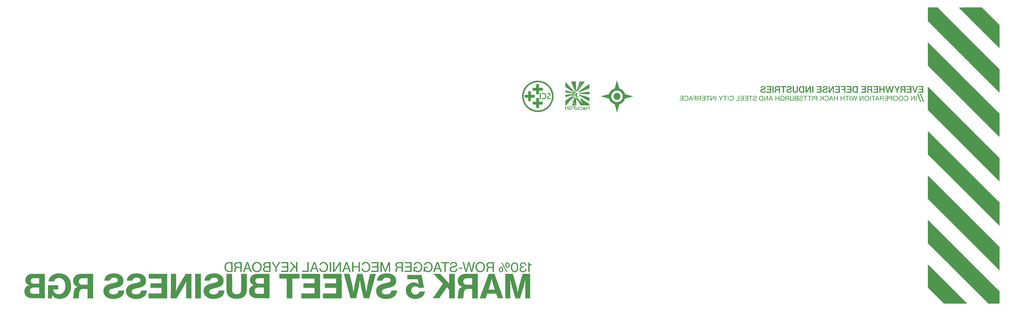
<source format=gbr>
%TF.GenerationSoftware,KiCad,Pcbnew,(6.0.0)*%
%TF.CreationDate,2022-04-04T18:27:56-04:00*%
%TF.ProjectId,SweetBusinessRGBCore,53776565-7442-4757-9369-6e6573735247,rev?*%
%TF.SameCoordinates,Original*%
%TF.FileFunction,Legend,Bot*%
%TF.FilePolarity,Positive*%
%FSLAX46Y46*%
G04 Gerber Fmt 4.6, Leading zero omitted, Abs format (unit mm)*
G04 Created by KiCad (PCBNEW (6.0.0)) date 2022-04-04 18:27:56*
%MOMM*%
%LPD*%
G01*
G04 APERTURE LIST*
G04 APERTURE END LIST*
%TO.C,G1*%
G36*
X484398019Y-143735484D02*
G01*
X484398430Y-143735810D01*
X484409517Y-143746418D01*
X484435332Y-143771760D01*
X484475664Y-143811624D01*
X484530301Y-143865799D01*
X484599031Y-143934073D01*
X484681642Y-144016234D01*
X484777923Y-144112072D01*
X484887663Y-144221375D01*
X485010649Y-144343932D01*
X485146670Y-144479530D01*
X485295515Y-144627958D01*
X485456971Y-144789006D01*
X485630827Y-144962461D01*
X485816871Y-145148112D01*
X486014893Y-145345747D01*
X486224679Y-145555156D01*
X486446019Y-145776126D01*
X486678700Y-146008446D01*
X486922512Y-146251904D01*
X487177242Y-146506290D01*
X487442679Y-146771392D01*
X487718611Y-147046997D01*
X488004826Y-147332896D01*
X488301114Y-147628875D01*
X488607262Y-147934724D01*
X488923058Y-148250232D01*
X489248291Y-148575186D01*
X489582750Y-148909376D01*
X489926222Y-149252589D01*
X490278497Y-149604615D01*
X490639361Y-149965242D01*
X491008605Y-150334258D01*
X491386015Y-150711452D01*
X491771381Y-151096612D01*
X492164491Y-151489528D01*
X492565133Y-151889987D01*
X492973095Y-152297778D01*
X493388166Y-152712689D01*
X493810134Y-153134510D01*
X494238788Y-153563028D01*
X494673916Y-153998032D01*
X495115306Y-154439311D01*
X495562746Y-154886653D01*
X496016026Y-155339847D01*
X496474933Y-155798681D01*
X496939255Y-156262944D01*
X497408781Y-156732424D01*
X497883300Y-157206910D01*
X498362600Y-157686190D01*
X498846468Y-158170053D01*
X499334694Y-158658287D01*
X499827066Y-159150681D01*
X500323372Y-159647024D01*
X500823400Y-160147103D01*
X501326939Y-160650708D01*
X501742283Y-161066111D01*
X502346066Y-161669977D01*
X502935173Y-162259159D01*
X503509783Y-162833839D01*
X504070077Y-163394194D01*
X504616234Y-163940405D01*
X505148433Y-164472649D01*
X505666853Y-164991108D01*
X506171676Y-165495959D01*
X506663079Y-165987383D01*
X507141243Y-166465558D01*
X507606347Y-166930663D01*
X508058571Y-167382879D01*
X508498094Y-167822383D01*
X508925096Y-168249357D01*
X509339756Y-168663977D01*
X509742254Y-169066425D01*
X510132770Y-169456878D01*
X510511483Y-169835517D01*
X510878572Y-170202521D01*
X511234218Y-170558069D01*
X511578600Y-170902339D01*
X511911897Y-171235512D01*
X512234288Y-171557767D01*
X512545954Y-171869283D01*
X512847075Y-172170238D01*
X513137828Y-172460814D01*
X513418395Y-172741187D01*
X513688955Y-173011539D01*
X513949687Y-173272048D01*
X514200771Y-173522893D01*
X514442386Y-173764253D01*
X514674712Y-173996309D01*
X514897928Y-174219239D01*
X515112215Y-174433222D01*
X515317751Y-174638437D01*
X515514716Y-174835065D01*
X515703291Y-175023283D01*
X515883653Y-175203272D01*
X516055983Y-175375211D01*
X516220461Y-175539278D01*
X516377266Y-175695654D01*
X516526577Y-175844517D01*
X516668575Y-175986046D01*
X516803438Y-176120421D01*
X516931346Y-176247822D01*
X517052480Y-176368427D01*
X517167017Y-176482415D01*
X517275139Y-176589966D01*
X517377024Y-176691259D01*
X517472852Y-176786474D01*
X517562803Y-176875789D01*
X517647055Y-176959384D01*
X517725790Y-177037439D01*
X517799186Y-177110131D01*
X517867423Y-177177641D01*
X517930680Y-177240148D01*
X517989137Y-177297831D01*
X518042974Y-177350869D01*
X518092369Y-177399442D01*
X518137504Y-177443729D01*
X518178556Y-177483909D01*
X518215707Y-177520161D01*
X518249135Y-177552664D01*
X518279020Y-177581599D01*
X518305541Y-177607143D01*
X518328878Y-177629477D01*
X518349211Y-177648780D01*
X518366719Y-177665230D01*
X518381581Y-177679007D01*
X518393978Y-177690291D01*
X518404089Y-177699260D01*
X518412094Y-177706094D01*
X518415498Y-177708923D01*
X518483748Y-177765649D01*
X518558787Y-177828030D01*
X518634845Y-177891268D01*
X518706150Y-177950564D01*
X518766931Y-178001121D01*
X518931109Y-178137706D01*
X518933767Y-183807727D01*
X518933870Y-184027306D01*
X518934055Y-184430694D01*
X518934225Y-184813700D01*
X518934378Y-185176848D01*
X518934513Y-185520666D01*
X518934628Y-185845679D01*
X518934722Y-186152412D01*
X518934794Y-186441393D01*
X518934840Y-186713146D01*
X518934862Y-186968198D01*
X518934855Y-187207075D01*
X518934820Y-187430303D01*
X518934755Y-187638407D01*
X518934657Y-187831915D01*
X518934526Y-188011350D01*
X518934360Y-188177241D01*
X518934158Y-188330112D01*
X518933918Y-188470489D01*
X518933638Y-188598899D01*
X518933317Y-188715868D01*
X518932953Y-188821920D01*
X518932546Y-188917584D01*
X518932092Y-189003383D01*
X518931592Y-189079845D01*
X518931043Y-189147495D01*
X518930444Y-189206859D01*
X518929793Y-189258464D01*
X518929088Y-189302834D01*
X518928329Y-189340497D01*
X518927514Y-189371977D01*
X518926641Y-189397802D01*
X518925709Y-189418497D01*
X518924715Y-189434587D01*
X518923660Y-189446600D01*
X518922540Y-189455060D01*
X518921355Y-189460494D01*
X518920103Y-189463428D01*
X518918783Y-189464388D01*
X518917393Y-189463900D01*
X518905673Y-189455223D01*
X518879065Y-189435361D01*
X518841377Y-189407148D01*
X518795733Y-189372923D01*
X518745260Y-189335027D01*
X518743230Y-189333492D01*
X518736800Y-189328504D01*
X518729600Y-189322708D01*
X518721435Y-189315912D01*
X518712112Y-189307920D01*
X518701435Y-189298538D01*
X518689210Y-189287572D01*
X518675243Y-189274828D01*
X518659338Y-189260112D01*
X518641301Y-189243230D01*
X518620937Y-189223987D01*
X518598053Y-189202189D01*
X518572452Y-189177642D01*
X518543941Y-189150153D01*
X518512325Y-189119525D01*
X518477409Y-189085567D01*
X518438999Y-189048083D01*
X518396900Y-189006879D01*
X518350918Y-188961761D01*
X518300857Y-188912534D01*
X518246523Y-188859006D01*
X518187722Y-188800981D01*
X518124259Y-188738265D01*
X518055939Y-188670664D01*
X517982568Y-188597984D01*
X517903951Y-188520031D01*
X517819894Y-188436611D01*
X517730201Y-188347528D01*
X517634679Y-188252590D01*
X517533132Y-188151603D01*
X517425366Y-188044371D01*
X517311187Y-187930700D01*
X517190399Y-187810397D01*
X517062808Y-187683268D01*
X516928220Y-187549118D01*
X516786440Y-187407752D01*
X516637273Y-187258978D01*
X516480524Y-187102600D01*
X516316000Y-186938424D01*
X516143505Y-186766257D01*
X515962845Y-186585903D01*
X515773825Y-186397170D01*
X515576250Y-186199863D01*
X515369926Y-185993786D01*
X515154659Y-185778748D01*
X514930253Y-185554552D01*
X514696514Y-185321006D01*
X514453248Y-185077914D01*
X514200259Y-184825083D01*
X513937354Y-184562319D01*
X513664337Y-184289426D01*
X513381014Y-184006212D01*
X513087190Y-183712482D01*
X512782671Y-183408042D01*
X512467262Y-183092697D01*
X512140769Y-182766253D01*
X511802996Y-182428517D01*
X511453749Y-182079294D01*
X511092835Y-181718390D01*
X510720057Y-181345610D01*
X510335221Y-180960761D01*
X509938133Y-180563649D01*
X509528598Y-180154078D01*
X509106422Y-179731855D01*
X508671409Y-179296787D01*
X508223366Y-178848678D01*
X507762097Y-178387334D01*
X507287408Y-177912562D01*
X506799104Y-177424166D01*
X506296992Y-176921954D01*
X505780875Y-176405730D01*
X505250560Y-175875301D01*
X504705852Y-175330473D01*
X504146556Y-174771050D01*
X503572477Y-174196840D01*
X503182753Y-173807027D01*
X502708365Y-173332540D01*
X502237191Y-172861274D01*
X501769466Y-172393466D01*
X501305425Y-171929350D01*
X500845304Y-171469161D01*
X500389338Y-171013135D01*
X499937762Y-170561508D01*
X499490811Y-170114513D01*
X499048720Y-169672387D01*
X498611726Y-169235364D01*
X498180063Y-168803681D01*
X497753966Y-168377571D01*
X497333671Y-167957270D01*
X496919412Y-167543014D01*
X496511426Y-167135037D01*
X496109947Y-166733576D01*
X495715211Y-166338864D01*
X495327453Y-165951137D01*
X494946909Y-165570631D01*
X494573812Y-165197581D01*
X494208400Y-164832221D01*
X493850906Y-164474788D01*
X493501567Y-164125515D01*
X493160618Y-163784639D01*
X492828293Y-163452395D01*
X492504829Y-163129018D01*
X492190459Y-162814742D01*
X491885421Y-162509804D01*
X491589948Y-162214439D01*
X491304276Y-161928881D01*
X491028641Y-161653366D01*
X490763278Y-161388129D01*
X490508421Y-161133405D01*
X490264307Y-160889430D01*
X490031170Y-160656439D01*
X489809246Y-160434666D01*
X489598770Y-160224347D01*
X489399978Y-160025718D01*
X489213104Y-159839014D01*
X489038383Y-159664469D01*
X488876052Y-159502319D01*
X488726345Y-159352799D01*
X488589498Y-159216144D01*
X488465745Y-159092590D01*
X488355323Y-158982372D01*
X488258466Y-158885724D01*
X488175410Y-158802883D01*
X488106389Y-158734083D01*
X488051640Y-158679560D01*
X488011398Y-158639548D01*
X487985897Y-158614284D01*
X487919684Y-158548979D01*
X487832675Y-158463231D01*
X487733179Y-158365233D01*
X487622586Y-158256351D01*
X487502282Y-158137952D01*
X487373657Y-158011400D01*
X487238099Y-157878062D01*
X487096996Y-157739302D01*
X486951738Y-157596487D01*
X486803713Y-157450982D01*
X486654309Y-157304152D01*
X486504915Y-157157364D01*
X486356919Y-157011982D01*
X486211710Y-156869374D01*
X486177708Y-156835983D01*
X486037685Y-156698450D01*
X485898348Y-156561544D01*
X485760808Y-156426360D01*
X485626175Y-156293990D01*
X485495560Y-156165526D01*
X485370072Y-156042063D01*
X485250822Y-155924693D01*
X485138921Y-155814509D01*
X485035478Y-155712604D01*
X484941605Y-155620071D01*
X484858411Y-155538003D01*
X484787006Y-155467493D01*
X484728502Y-155409634D01*
X484684008Y-155365519D01*
X484363595Y-155047180D01*
X484363595Y-143717203D01*
X484398019Y-143735484D01*
G37*
G36*
X484588678Y-165408091D02*
G01*
X484813762Y-165585030D01*
X499743411Y-180510334D01*
X499765264Y-180532181D01*
X500247132Y-181013898D01*
X500727490Y-181494085D01*
X501206068Y-181972474D01*
X501682596Y-182448796D01*
X502156806Y-182922780D01*
X502628427Y-183394159D01*
X503097191Y-183862664D01*
X503562828Y-184328025D01*
X504025069Y-184789973D01*
X504483645Y-185248240D01*
X504938285Y-185702556D01*
X505388721Y-186152652D01*
X505834683Y-186598260D01*
X506275903Y-187039110D01*
X506712109Y-187474934D01*
X507143034Y-187905462D01*
X507568408Y-188330425D01*
X507987960Y-188749555D01*
X508401423Y-189162582D01*
X508808527Y-189569238D01*
X509209001Y-189969253D01*
X509602578Y-190362358D01*
X509988987Y-190748285D01*
X510367959Y-191126764D01*
X510739225Y-191497527D01*
X511102515Y-191860304D01*
X511457560Y-192214826D01*
X511804090Y-192560825D01*
X512141837Y-192898031D01*
X512470530Y-193226176D01*
X512789901Y-193544990D01*
X513099680Y-193854204D01*
X513399598Y-194153550D01*
X513689385Y-194442758D01*
X513968772Y-194721560D01*
X514237489Y-194989686D01*
X514495267Y-195246867D01*
X514741838Y-195492835D01*
X514976930Y-195727320D01*
X515200276Y-195950054D01*
X515411605Y-196160767D01*
X515610649Y-196359190D01*
X515797137Y-196545055D01*
X515970801Y-196718092D01*
X516131371Y-196878032D01*
X516278577Y-197024607D01*
X516412151Y-197157548D01*
X516531823Y-197276585D01*
X516637324Y-197381449D01*
X516728384Y-197471871D01*
X516804733Y-197547583D01*
X518936405Y-199659529D01*
X518936405Y-210992490D01*
X518822540Y-210882457D01*
X518810832Y-210871089D01*
X518774473Y-210835458D01*
X518723383Y-210785080D01*
X518657727Y-210720119D01*
X518577669Y-210640739D01*
X518483375Y-210547106D01*
X518375008Y-210439385D01*
X518252734Y-210317739D01*
X518116717Y-210182333D01*
X517967122Y-210033332D01*
X517804114Y-209870901D01*
X517627858Y-209695205D01*
X517438518Y-209506407D01*
X517236259Y-209304673D01*
X517021246Y-209090167D01*
X516793643Y-208863054D01*
X516553616Y-208623499D01*
X516301329Y-208371666D01*
X516036947Y-208107719D01*
X515760634Y-207831825D01*
X515472556Y-207544146D01*
X515172876Y-207244848D01*
X514861761Y-206934095D01*
X514539374Y-206612053D01*
X514205880Y-206278885D01*
X513861445Y-205934756D01*
X513506232Y-205579832D01*
X513140406Y-205214276D01*
X512764133Y-204838254D01*
X512377577Y-204451929D01*
X511980903Y-204055467D01*
X511574275Y-203649032D01*
X511157859Y-203232789D01*
X510731818Y-202806903D01*
X510296319Y-202371537D01*
X509851525Y-201926858D01*
X509397601Y-201473029D01*
X508934712Y-201010215D01*
X508463022Y-200538581D01*
X507982698Y-200058291D01*
X507493902Y-199569510D01*
X506996801Y-199072403D01*
X506491558Y-198567134D01*
X505978339Y-198053868D01*
X505457308Y-197532770D01*
X504928629Y-197004004D01*
X504392469Y-196467735D01*
X503848991Y-195924127D01*
X503298360Y-195373346D01*
X502740741Y-194815555D01*
X502176299Y-194250920D01*
X501605199Y-193679605D01*
X501027604Y-193101775D01*
X500443681Y-192517594D01*
X499853593Y-191927227D01*
X499257505Y-191330839D01*
X498655583Y-190728594D01*
X498047991Y-190120658D01*
X484363595Y-176428295D01*
X484363595Y-165231151D01*
X484588678Y-165408091D01*
G37*
G36*
X484498645Y-229611457D02*
G01*
X484500711Y-229613104D01*
X484505453Y-229616796D01*
X484509592Y-229619909D01*
X484513302Y-229622617D01*
X484516760Y-229625097D01*
X484520140Y-229627522D01*
X484523617Y-229630068D01*
X484527366Y-229632910D01*
X484531562Y-229636222D01*
X484536381Y-229640179D01*
X484541996Y-229644957D01*
X484548583Y-229650729D01*
X484556318Y-229657672D01*
X484565375Y-229665960D01*
X484575928Y-229675767D01*
X484588154Y-229687269D01*
X484602227Y-229700641D01*
X484618322Y-229716057D01*
X484636614Y-229733693D01*
X484657279Y-229753723D01*
X484680490Y-229776322D01*
X484706424Y-229801665D01*
X484735254Y-229829928D01*
X484767157Y-229861284D01*
X484802307Y-229895909D01*
X484840879Y-229933977D01*
X484883048Y-229975664D01*
X484928990Y-230021145D01*
X484978878Y-230070594D01*
X485032889Y-230124186D01*
X485091196Y-230182097D01*
X485153976Y-230244500D01*
X485221404Y-230311572D01*
X485293653Y-230383486D01*
X485370899Y-230460418D01*
X485453318Y-230542543D01*
X485541084Y-230630035D01*
X485634372Y-230723069D01*
X485733357Y-230821821D01*
X485838214Y-230926465D01*
X485949119Y-231037177D01*
X486066245Y-231154130D01*
X486189769Y-231277500D01*
X486319865Y-231407462D01*
X486456708Y-231544191D01*
X486600474Y-231687861D01*
X486751336Y-231838648D01*
X486909471Y-231996726D01*
X487075053Y-232162270D01*
X487248258Y-232335456D01*
X487429259Y-232516458D01*
X487618233Y-232705450D01*
X487815354Y-232902609D01*
X488020797Y-233108108D01*
X488234737Y-233322123D01*
X488457350Y-233544829D01*
X488688810Y-233776400D01*
X488929292Y-234017011D01*
X489178971Y-234266837D01*
X489438023Y-234526054D01*
X489706621Y-234794836D01*
X489984942Y-235073357D01*
X490273161Y-235361794D01*
X490571451Y-235660320D01*
X490879989Y-235969111D01*
X491198949Y-236288341D01*
X491528506Y-236618186D01*
X491868836Y-236958820D01*
X492220113Y-237310418D01*
X492582512Y-237673156D01*
X492956208Y-238047207D01*
X493341377Y-238432747D01*
X493738193Y-238829951D01*
X494146831Y-239238994D01*
X494567467Y-239660050D01*
X495000275Y-240093295D01*
X495445430Y-240538903D01*
X495903107Y-240997049D01*
X496373482Y-241467909D01*
X496856729Y-241951657D01*
X497353023Y-242448467D01*
X497862540Y-242958516D01*
X498385454Y-243481977D01*
X498921940Y-244019025D01*
X499472174Y-244569837D01*
X500036330Y-245134586D01*
X500614583Y-245713447D01*
X501207109Y-246306595D01*
X501814081Y-246914205D01*
X502435677Y-247536453D01*
X503072069Y-248173512D01*
X503406327Y-248508116D01*
X503876383Y-248978649D01*
X504342865Y-249445590D01*
X504805544Y-249908711D01*
X505264192Y-250367784D01*
X505718581Y-250822581D01*
X506168484Y-251272875D01*
X506613671Y-251718436D01*
X507053917Y-252159039D01*
X507488992Y-252594453D01*
X507918669Y-253024453D01*
X508342719Y-253448808D01*
X508760916Y-253867293D01*
X509173030Y-254279678D01*
X509578835Y-254685736D01*
X509978102Y-255085239D01*
X510370603Y-255477958D01*
X510756110Y-255863667D01*
X511134396Y-256242136D01*
X511505233Y-256613139D01*
X511868392Y-256976447D01*
X512223646Y-257331832D01*
X512570767Y-257679066D01*
X512909526Y-258017921D01*
X513239697Y-258348170D01*
X513561051Y-258669585D01*
X513873361Y-258981937D01*
X514176397Y-259284998D01*
X514469933Y-259578541D01*
X514753741Y-259862338D01*
X515027592Y-260136160D01*
X515291259Y-260399780D01*
X515544514Y-260652970D01*
X515787129Y-260895502D01*
X516018876Y-261127148D01*
X516239527Y-261347680D01*
X516448854Y-261556871D01*
X516646630Y-261754491D01*
X516832625Y-261940314D01*
X517006614Y-262114110D01*
X517168367Y-262275654D01*
X517317657Y-262424715D01*
X517454255Y-262561067D01*
X517577935Y-262684482D01*
X517688467Y-262794731D01*
X517785625Y-262891587D01*
X517869179Y-262974822D01*
X517938903Y-263044207D01*
X517994569Y-263099515D01*
X518035947Y-263140519D01*
X518062812Y-263166989D01*
X518074934Y-263178698D01*
X518091219Y-263193495D01*
X518126307Y-263225242D01*
X518161566Y-263256912D01*
X518198585Y-263289893D01*
X518238953Y-263325574D01*
X518284260Y-263365343D01*
X518336095Y-263410591D01*
X518396047Y-263462705D01*
X518465705Y-263523075D01*
X518546659Y-263593090D01*
X518640497Y-263674137D01*
X518748810Y-263767607D01*
X518936405Y-263929449D01*
X518936405Y-269955765D01*
X516206276Y-269955446D01*
X513476147Y-269955128D01*
X513370225Y-269820575D01*
X513366554Y-269816052D01*
X513358581Y-269806749D01*
X513347826Y-269794694D01*
X513334105Y-269779702D01*
X513317233Y-269761586D01*
X513297024Y-269740163D01*
X513273295Y-269715246D01*
X513245861Y-269686650D01*
X513214537Y-269654190D01*
X513179137Y-269617680D01*
X513139479Y-269576935D01*
X513095376Y-269531769D01*
X513046645Y-269481998D01*
X512993099Y-269427435D01*
X512934556Y-269367896D01*
X512870829Y-269303195D01*
X512801735Y-269233146D01*
X512727089Y-269157565D01*
X512646705Y-269076266D01*
X512560400Y-268989063D01*
X512467988Y-268895772D01*
X512369285Y-268796206D01*
X512264106Y-268690181D01*
X512152266Y-268577511D01*
X512033581Y-268458010D01*
X511907866Y-268331494D01*
X511774937Y-268197776D01*
X511634608Y-268056673D01*
X511486694Y-267907997D01*
X511331012Y-267751564D01*
X511167376Y-267587189D01*
X510995602Y-267414685D01*
X510815506Y-267233869D01*
X510626901Y-267044553D01*
X510429604Y-266846554D01*
X510223430Y-266639685D01*
X510008194Y-266423761D01*
X509783712Y-266198597D01*
X509549798Y-265964008D01*
X509306269Y-265719808D01*
X509052939Y-265465811D01*
X508789623Y-265201832D01*
X508516138Y-264927687D01*
X508232298Y-264643189D01*
X507937919Y-264348153D01*
X507632815Y-264042394D01*
X507316802Y-263725727D01*
X506989696Y-263397966D01*
X506651312Y-263058925D01*
X506301465Y-262708419D01*
X505939970Y-262346264D01*
X505566643Y-261972273D01*
X505181299Y-261586261D01*
X504783752Y-261188043D01*
X504373820Y-260777434D01*
X503951316Y-260354247D01*
X503516057Y-259918299D01*
X503067856Y-259469402D01*
X502606531Y-259007373D01*
X502131895Y-258532025D01*
X501643765Y-258043173D01*
X501141956Y-257540632D01*
X500626282Y-257024217D01*
X500096559Y-256493742D01*
X499552603Y-255949021D01*
X498994229Y-255389870D01*
X498421252Y-254816102D01*
X497833487Y-254227533D01*
X497424237Y-253817731D01*
X496966566Y-253359455D01*
X496523397Y-252915713D01*
X496094482Y-252486259D01*
X495679574Y-252070845D01*
X495278426Y-251669225D01*
X494890791Y-251281152D01*
X494516421Y-250906379D01*
X494155070Y-250544658D01*
X493806490Y-250195743D01*
X493470434Y-249859386D01*
X493146655Y-249535341D01*
X492834906Y-249223361D01*
X492534939Y-248923198D01*
X492246508Y-248634606D01*
X491969365Y-248357338D01*
X491703264Y-248091146D01*
X491447956Y-247835784D01*
X491203196Y-247591005D01*
X490968735Y-247356561D01*
X490744326Y-247132206D01*
X490529724Y-246917692D01*
X490324679Y-246712774D01*
X490128945Y-246517203D01*
X489942276Y-246330732D01*
X489764423Y-246153115D01*
X489595140Y-245984105D01*
X489434179Y-245823455D01*
X489281293Y-245670917D01*
X489136236Y-245526244D01*
X488998760Y-245389191D01*
X488868618Y-245259509D01*
X488745562Y-245136952D01*
X488629346Y-245021272D01*
X488519722Y-244912223D01*
X488416444Y-244809558D01*
X488319263Y-244713029D01*
X488227934Y-244622390D01*
X488142208Y-244537393D01*
X488061839Y-244457793D01*
X487986579Y-244383341D01*
X487916182Y-244313790D01*
X487850400Y-244248894D01*
X487788985Y-244188406D01*
X487731692Y-244132079D01*
X487654134Y-244055938D01*
X487557731Y-243961371D01*
X487452662Y-243858373D01*
X487339778Y-243747776D01*
X487219929Y-243630408D01*
X487093966Y-243507100D01*
X486962739Y-243378683D01*
X486827097Y-243245986D01*
X486687891Y-243109840D01*
X486545972Y-242971076D01*
X486402189Y-242830523D01*
X486257392Y-242689011D01*
X486112433Y-242547372D01*
X485968161Y-242406435D01*
X485825426Y-242267030D01*
X485685078Y-242129989D01*
X485547968Y-241996140D01*
X485414946Y-241866315D01*
X485286862Y-241741343D01*
X485164567Y-241622055D01*
X485048910Y-241509281D01*
X484940742Y-241403852D01*
X484840913Y-241306597D01*
X484750273Y-241218348D01*
X484669672Y-241139933D01*
X484599961Y-241072184D01*
X484541989Y-241015931D01*
X484496608Y-240972003D01*
X484464667Y-240941232D01*
X484447016Y-240924448D01*
X484363595Y-240846800D01*
X484363595Y-229503103D01*
X484498645Y-229611457D01*
G37*
G36*
X484549486Y-251188335D02*
G01*
X484576274Y-251212396D01*
X484636209Y-251266167D01*
X484706503Y-251329170D01*
X484783619Y-251398236D01*
X484864019Y-251470199D01*
X484944166Y-251541891D01*
X485020523Y-251610144D01*
X485054274Y-251640329D01*
X485135797Y-251713431D01*
X485221232Y-251790273D01*
X485306631Y-251867291D01*
X485388044Y-251940921D01*
X485461524Y-252007601D01*
X485523122Y-252063766D01*
X485524344Y-252064889D01*
X485545404Y-252084927D01*
X485580879Y-252119426D01*
X485630406Y-252168020D01*
X485693622Y-252230349D01*
X485770163Y-252306047D01*
X485859667Y-252394751D01*
X485961771Y-252496099D01*
X486076112Y-252609726D01*
X486202327Y-252735270D01*
X486340053Y-252872366D01*
X486488927Y-253020652D01*
X486648587Y-253179764D01*
X486818669Y-253349338D01*
X486998810Y-253529012D01*
X487188648Y-253718421D01*
X487387819Y-253917202D01*
X487595961Y-254124993D01*
X487812711Y-254341428D01*
X488037706Y-254566146D01*
X488270582Y-254798782D01*
X488510977Y-255038974D01*
X488758529Y-255286358D01*
X489012873Y-255540569D01*
X489273648Y-255801246D01*
X489540490Y-256068024D01*
X489813037Y-256340540D01*
X490090924Y-256618431D01*
X490373790Y-256901334D01*
X490661272Y-257188884D01*
X490953007Y-257480718D01*
X491248631Y-257776474D01*
X491547782Y-258075787D01*
X491850096Y-258378294D01*
X492155212Y-258683632D01*
X492462766Y-258991438D01*
X492772395Y-259301347D01*
X493083736Y-259612997D01*
X493396426Y-259926024D01*
X493710102Y-260240064D01*
X494024402Y-260554755D01*
X494338963Y-260869732D01*
X494653420Y-261184633D01*
X494967413Y-261499094D01*
X495280577Y-261812752D01*
X495592550Y-262125242D01*
X495902969Y-262436203D01*
X496211471Y-262745269D01*
X496517693Y-263052079D01*
X496821271Y-263356268D01*
X497121844Y-263657473D01*
X497419049Y-263955330D01*
X497712521Y-264249477D01*
X498001899Y-264539550D01*
X498286819Y-264825184D01*
X498566919Y-265106018D01*
X498841836Y-265381688D01*
X499111206Y-265651829D01*
X499374667Y-265916080D01*
X499631855Y-266174075D01*
X499882409Y-266425452D01*
X500125965Y-266669848D01*
X500362159Y-266906899D01*
X500590630Y-267136241D01*
X500811014Y-267357512D01*
X501022948Y-267570347D01*
X501226070Y-267774384D01*
X501420016Y-267969258D01*
X501604423Y-268154607D01*
X501778930Y-268330067D01*
X501943171Y-268495275D01*
X502096786Y-268649867D01*
X502239410Y-268793480D01*
X502370682Y-268925750D01*
X502490237Y-269046314D01*
X502597713Y-269154809D01*
X502692747Y-269250871D01*
X502774977Y-269334136D01*
X502844039Y-269404242D01*
X502899570Y-269460825D01*
X502941207Y-269503521D01*
X502968588Y-269531967D01*
X502981350Y-269545800D01*
X502991466Y-269558084D01*
X503021527Y-269595473D01*
X503057894Y-269641592D01*
X503098139Y-269693270D01*
X503139835Y-269747337D01*
X503180555Y-269800622D01*
X503217870Y-269849954D01*
X503249352Y-269892162D01*
X503272574Y-269924076D01*
X503285109Y-269942525D01*
X503283186Y-269943352D01*
X503273999Y-269944317D01*
X503256864Y-269945234D01*
X503231325Y-269946104D01*
X503196925Y-269946929D01*
X503153207Y-269947708D01*
X503099716Y-269948443D01*
X503035995Y-269949136D01*
X502961587Y-269949787D01*
X502876035Y-269950398D01*
X502778885Y-269950969D01*
X502669678Y-269951502D01*
X502547959Y-269951997D01*
X502413272Y-269952456D01*
X502265159Y-269952880D01*
X502103165Y-269953270D01*
X501926833Y-269953627D01*
X501735706Y-269953952D01*
X501529328Y-269954246D01*
X501307244Y-269954510D01*
X501068995Y-269954746D01*
X500814127Y-269954954D01*
X500542182Y-269955136D01*
X500252704Y-269955292D01*
X499945236Y-269955424D01*
X499619323Y-269955533D01*
X499274508Y-269955619D01*
X498910334Y-269955685D01*
X498526345Y-269955730D01*
X498122084Y-269955756D01*
X497697096Y-269955765D01*
X492101157Y-269955765D01*
X484363575Y-262218161D01*
X484368891Y-251026035D01*
X484549486Y-251188335D01*
G37*
G36*
X489216586Y-127045182D02*
G01*
X489225259Y-127054223D01*
X489252280Y-127082009D01*
X489293260Y-127123875D01*
X489347585Y-127179196D01*
X489414636Y-127247350D01*
X489493798Y-127327714D01*
X489584455Y-127419664D01*
X489685988Y-127522577D01*
X489797783Y-127635832D01*
X489919222Y-127758803D01*
X490049689Y-127890869D01*
X490188568Y-128031406D01*
X490335241Y-128179792D01*
X490489093Y-128335403D01*
X490649506Y-128497616D01*
X490815864Y-128665808D01*
X490987551Y-128839356D01*
X491163950Y-129017637D01*
X491344445Y-129200028D01*
X491528418Y-129385906D01*
X491715254Y-129574648D01*
X491904336Y-129765631D01*
X492095047Y-129958231D01*
X492286771Y-130151826D01*
X492478892Y-130345793D01*
X492670792Y-130539509D01*
X492861855Y-130732350D01*
X493051464Y-130923693D01*
X493239004Y-131112916D01*
X493423858Y-131299396D01*
X493605408Y-131482509D01*
X493783039Y-131661632D01*
X493956133Y-131836142D01*
X494124075Y-132005417D01*
X494286248Y-132168833D01*
X494442035Y-132325766D01*
X494502255Y-132386395D01*
X494604970Y-132489720D01*
X494721123Y-132606471D01*
X494850344Y-132736279D01*
X494992265Y-132878774D01*
X495146516Y-133033587D01*
X495312730Y-133200350D01*
X495490536Y-133378694D01*
X495679566Y-133568248D01*
X495879451Y-133768646D01*
X496089822Y-133979516D01*
X496310311Y-134200492D01*
X496540547Y-134431202D01*
X496780163Y-134671279D01*
X497028789Y-134920353D01*
X497286056Y-135178055D01*
X497551596Y-135444017D01*
X497825039Y-135717869D01*
X498106018Y-135999242D01*
X498394161Y-136287767D01*
X498689102Y-136583075D01*
X498990470Y-136884798D01*
X499297897Y-137192566D01*
X499611015Y-137506009D01*
X499929453Y-137824760D01*
X500252843Y-138148449D01*
X500580817Y-138476707D01*
X500913004Y-138809165D01*
X501249038Y-139145454D01*
X501588547Y-139485205D01*
X501931164Y-139828049D01*
X502276520Y-140173617D01*
X502624245Y-140521540D01*
X502973971Y-140871449D01*
X503325328Y-141222974D01*
X503677949Y-141575748D01*
X504031463Y-141929400D01*
X504385502Y-142283562D01*
X504739698Y-142637865D01*
X505093680Y-142991939D01*
X505447081Y-143345417D01*
X505799531Y-143697928D01*
X506150661Y-144049103D01*
X506500103Y-144398575D01*
X506847487Y-144745973D01*
X507192444Y-145090929D01*
X507534607Y-145433073D01*
X507873605Y-145772037D01*
X508209069Y-146107451D01*
X508540632Y-146438947D01*
X508867923Y-146766155D01*
X509190575Y-147088707D01*
X509508217Y-147406234D01*
X509820482Y-147718366D01*
X510127000Y-148024734D01*
X510427402Y-148324970D01*
X510721319Y-148618704D01*
X511008383Y-148905567D01*
X511288224Y-149185191D01*
X511560474Y-149457206D01*
X511824763Y-149721244D01*
X512080723Y-149976935D01*
X512327985Y-150223909D01*
X512566179Y-150461800D01*
X512794938Y-150690236D01*
X513013891Y-150908850D01*
X513222671Y-151117271D01*
X513420908Y-151315132D01*
X513608233Y-151502063D01*
X513784277Y-151677696D01*
X513948671Y-151841660D01*
X514101047Y-151993587D01*
X514241035Y-152133108D01*
X514368267Y-152259855D01*
X514482374Y-152373457D01*
X514582986Y-152473546D01*
X514669735Y-152559754D01*
X514742251Y-152631710D01*
X514800167Y-152689046D01*
X514853912Y-152742162D01*
X514994158Y-152880749D01*
X515130890Y-153015837D01*
X515264998Y-153148299D01*
X515397366Y-153279009D01*
X515528881Y-153408842D01*
X515660431Y-153538670D01*
X515792903Y-153669368D01*
X515927182Y-153801809D01*
X516064155Y-153936866D01*
X516204710Y-154075415D01*
X516349733Y-154218328D01*
X516500110Y-154366479D01*
X516656729Y-154520743D01*
X516820476Y-154681992D01*
X516992238Y-154851100D01*
X517172901Y-155028942D01*
X517363353Y-155216390D01*
X517564479Y-155414319D01*
X517777168Y-155623603D01*
X518002305Y-155845115D01*
X518240777Y-156079729D01*
X518493470Y-156328319D01*
X518934981Y-156762646D01*
X518935693Y-162434056D01*
X518936405Y-168105467D01*
X518621289Y-167793505D01*
X518609099Y-167781439D01*
X518558438Y-167731329D01*
X518494282Y-167667913D01*
X518417858Y-167592400D01*
X518330392Y-167506002D01*
X518233111Y-167409930D01*
X518127241Y-167305395D01*
X518014010Y-167193608D01*
X517894643Y-167075779D01*
X517770367Y-166953120D01*
X517642408Y-166826841D01*
X517511994Y-166698155D01*
X517380351Y-166568270D01*
X517248705Y-166438399D01*
X517243490Y-166433252D01*
X517197004Y-166387255D01*
X517135860Y-166326577D01*
X517060329Y-166251493D01*
X516970686Y-166162274D01*
X516867203Y-166059194D01*
X516750153Y-165942527D01*
X516619809Y-165812544D01*
X516476443Y-165669518D01*
X516320329Y-165513723D01*
X516151740Y-165345432D01*
X515970948Y-165164917D01*
X515778226Y-164972451D01*
X515573848Y-164768308D01*
X515358086Y-164552759D01*
X515131213Y-164326078D01*
X514893502Y-164088539D01*
X514645226Y-163840413D01*
X514386658Y-163581974D01*
X514118071Y-163313494D01*
X513839737Y-163035247D01*
X513551930Y-162747505D01*
X513254922Y-162450542D01*
X512948987Y-162144630D01*
X512634397Y-161830041D01*
X512311425Y-161507050D01*
X511980344Y-161175929D01*
X511641427Y-160836951D01*
X511294948Y-160490389D01*
X510941178Y-160136515D01*
X510580390Y-159775602D01*
X510212859Y-159407925D01*
X509838856Y-159033754D01*
X509458654Y-158653364D01*
X509072527Y-158267027D01*
X508680747Y-157875016D01*
X508283587Y-157477604D01*
X507881321Y-157075064D01*
X507474220Y-156667669D01*
X507062559Y-156255692D01*
X506646609Y-155839405D01*
X506226644Y-155419081D01*
X505802936Y-154994995D01*
X505375759Y-154567417D01*
X504945386Y-154136622D01*
X504512089Y-153702881D01*
X504076141Y-153266469D01*
X503637815Y-152827658D01*
X503572983Y-152762752D01*
X503123724Y-152312987D01*
X502674132Y-151862888D01*
X502224545Y-151412794D01*
X501775304Y-150963047D01*
X501326748Y-150513988D01*
X500879219Y-150065956D01*
X500433056Y-149619292D01*
X499988599Y-149174336D01*
X499546188Y-148731430D01*
X499106164Y-148290914D01*
X498668867Y-147853127D01*
X498234636Y-147418411D01*
X497803813Y-146987106D01*
X497376736Y-146559553D01*
X496953746Y-146136092D01*
X496535184Y-145717064D01*
X496121389Y-145302808D01*
X495712701Y-144893667D01*
X495309461Y-144489979D01*
X494912009Y-144092086D01*
X494520685Y-143700328D01*
X494135829Y-143315046D01*
X493757780Y-142936580D01*
X493386880Y-142565270D01*
X493023469Y-142201458D01*
X492667886Y-141845483D01*
X492320471Y-141497686D01*
X491981565Y-141158408D01*
X491651508Y-140827988D01*
X491330640Y-140506769D01*
X491019302Y-140195089D01*
X490717832Y-139893291D01*
X490426572Y-139601713D01*
X490145861Y-139320697D01*
X489876039Y-139050583D01*
X489617448Y-138791711D01*
X489370426Y-138544423D01*
X489135314Y-138309058D01*
X488912453Y-138085957D01*
X488702181Y-137875461D01*
X488504840Y-137677910D01*
X488320769Y-137493645D01*
X488150309Y-137323005D01*
X487993800Y-137166333D01*
X487851581Y-137023967D01*
X487723994Y-136896249D01*
X484363595Y-133532437D01*
X484363595Y-126929827D01*
X489107151Y-126929827D01*
X489216586Y-127045182D01*
G37*
G36*
X484538365Y-208258069D02*
G01*
X484539135Y-208258650D01*
X484595108Y-208301070D01*
X484648968Y-208342156D01*
X484697007Y-208379061D01*
X484735520Y-208408937D01*
X484760801Y-208428938D01*
X484762030Y-208430067D01*
X484775742Y-208443455D01*
X484804137Y-208471523D01*
X484846985Y-208514044D01*
X484904059Y-208570790D01*
X484975131Y-208641534D01*
X485059973Y-208726047D01*
X485158356Y-208824102D01*
X485270053Y-208935471D01*
X485394836Y-209059925D01*
X485532475Y-209197237D01*
X485682744Y-209347179D01*
X485845414Y-209509523D01*
X486020257Y-209684042D01*
X486207046Y-209870507D01*
X486405551Y-210068690D01*
X486615544Y-210278364D01*
X486836799Y-210499301D01*
X487069086Y-210731272D01*
X487312177Y-210974051D01*
X487565845Y-211227408D01*
X487829861Y-211491117D01*
X488103997Y-211764949D01*
X488388026Y-212048677D01*
X488681718Y-212342072D01*
X488984847Y-212644907D01*
X489297183Y-212956953D01*
X489618498Y-213277983D01*
X489948566Y-213607770D01*
X490287157Y-213946084D01*
X490634043Y-214292699D01*
X490988997Y-214647386D01*
X491351790Y-215009918D01*
X491722194Y-215380066D01*
X492099981Y-215757603D01*
X492484923Y-216142301D01*
X492876792Y-216533931D01*
X493275360Y-216932267D01*
X493680398Y-217337080D01*
X494091679Y-217748142D01*
X494508974Y-218165226D01*
X494932056Y-218588103D01*
X495360696Y-219016546D01*
X495794666Y-219450326D01*
X496233739Y-219889217D01*
X496677685Y-220332989D01*
X497126277Y-220781416D01*
X497579287Y-221234269D01*
X498036487Y-221691320D01*
X498497648Y-222152342D01*
X498962542Y-222617106D01*
X499430943Y-223085385D01*
X499606314Y-223260712D01*
X500084314Y-223738579D01*
X500561075Y-224215193D01*
X501036316Y-224690271D01*
X501509758Y-225163535D01*
X501981119Y-225634704D01*
X502450120Y-226103499D01*
X502916479Y-226569638D01*
X503379917Y-227032842D01*
X503840153Y-227492831D01*
X504296907Y-227949325D01*
X504749898Y-228402043D01*
X505198846Y-228850706D01*
X505643470Y-229295034D01*
X506083489Y-229734745D01*
X506518625Y-230169561D01*
X506948595Y-230599201D01*
X507373120Y-231023385D01*
X507791920Y-231441833D01*
X508204713Y-231854264D01*
X508611220Y-232260399D01*
X509011159Y-232659958D01*
X509404252Y-233052660D01*
X509790216Y-233438226D01*
X510168772Y-233816375D01*
X510539639Y-234186827D01*
X510902538Y-234549302D01*
X511257186Y-234903520D01*
X511603305Y-235249201D01*
X511940613Y-235586065D01*
X512268831Y-235913831D01*
X512587677Y-236232220D01*
X512896872Y-236540952D01*
X513196134Y-236839745D01*
X513485185Y-237128321D01*
X513763742Y-237406400D01*
X514031526Y-237673700D01*
X514288256Y-237929942D01*
X514533652Y-238174846D01*
X514767433Y-238408131D01*
X514989319Y-238629519D01*
X515199030Y-238838727D01*
X515396285Y-239035477D01*
X515580804Y-239219489D01*
X515752306Y-239390482D01*
X515910511Y-239548176D01*
X516055139Y-239692290D01*
X516185908Y-239822546D01*
X516302539Y-239938663D01*
X516404751Y-240040360D01*
X516492265Y-240127358D01*
X518936405Y-242555771D01*
X518936405Y-253892753D01*
X484363575Y-219319923D01*
X484368891Y-208130089D01*
X484538365Y-208258069D01*
G37*
G36*
X484768434Y-187009923D02*
G01*
X484771651Y-187013077D01*
X484795007Y-187036151D01*
X484833067Y-187073927D01*
X484885606Y-187126179D01*
X484952398Y-187192681D01*
X485033216Y-187273208D01*
X485127836Y-187367534D01*
X485236031Y-187475432D01*
X485357576Y-187596679D01*
X485492244Y-187731048D01*
X485639811Y-187878313D01*
X485800049Y-188038249D01*
X485972734Y-188210631D01*
X486157639Y-188395232D01*
X486354539Y-188591827D01*
X486563208Y-188800191D01*
X486783420Y-189020098D01*
X487014949Y-189251322D01*
X487257569Y-189493637D01*
X487511056Y-189746819D01*
X487775182Y-190010641D01*
X488049722Y-190284878D01*
X488334450Y-190569304D01*
X488629141Y-190863694D01*
X488933569Y-191167822D01*
X489247507Y-191481462D01*
X489570730Y-191804389D01*
X489903012Y-192136377D01*
X490244128Y-192477201D01*
X490593852Y-192826635D01*
X490951957Y-193184453D01*
X491318218Y-193550430D01*
X491692409Y-193924340D01*
X492074304Y-194305958D01*
X492463679Y-194695057D01*
X492860305Y-195091413D01*
X493263959Y-195494800D01*
X493674414Y-195904992D01*
X494091444Y-196321763D01*
X494514824Y-196744888D01*
X494944327Y-197174142D01*
X495379728Y-197609298D01*
X495820802Y-198050132D01*
X496267321Y-198496416D01*
X496719061Y-198947927D01*
X497175796Y-199404438D01*
X497637299Y-199865724D01*
X498103346Y-200331558D01*
X498573709Y-200801717D01*
X499048165Y-201275973D01*
X499526485Y-201754101D01*
X500008446Y-202235876D01*
X500493820Y-202721071D01*
X500982383Y-203209463D01*
X501122668Y-203349699D01*
X501609664Y-203836521D01*
X502093265Y-204319939D01*
X502573248Y-204799729D01*
X503049389Y-205275671D01*
X503521467Y-205747540D01*
X503989257Y-206215115D01*
X504452538Y-206678173D01*
X504911087Y-207136491D01*
X505364681Y-207589846D01*
X505813096Y-208038017D01*
X506256111Y-208480780D01*
X506693502Y-208917913D01*
X507125047Y-209349194D01*
X507550522Y-209774399D01*
X507969706Y-210193307D01*
X508382375Y-210605694D01*
X508788306Y-211011339D01*
X509187277Y-211410017D01*
X509579065Y-211801508D01*
X509963447Y-212185589D01*
X510340200Y-212562036D01*
X510709102Y-212930627D01*
X511069929Y-213291140D01*
X511422459Y-213643352D01*
X511766470Y-213987040D01*
X512101737Y-214321982D01*
X512428039Y-214647956D01*
X512745153Y-214964739D01*
X513052855Y-215272108D01*
X513350924Y-215569840D01*
X513639136Y-215857713D01*
X513917269Y-216135505D01*
X514185099Y-216402993D01*
X514442404Y-216659954D01*
X514688961Y-216906166D01*
X514924547Y-217141407D01*
X515148940Y-217365452D01*
X515361917Y-217578081D01*
X515563255Y-217779070D01*
X515752731Y-217968198D01*
X515930122Y-218145240D01*
X516095205Y-218309975D01*
X516247759Y-218462181D01*
X516387559Y-218601634D01*
X516514383Y-218728112D01*
X516628009Y-218841393D01*
X516728214Y-218941253D01*
X516814774Y-219027471D01*
X516887467Y-219099823D01*
X516946070Y-219158088D01*
X516990361Y-219202042D01*
X517020116Y-219231464D01*
X517035113Y-219246129D01*
X517103066Y-219311062D01*
X517181591Y-219386003D01*
X517262415Y-219463056D01*
X517341138Y-219538029D01*
X517413362Y-219606730D01*
X517474687Y-219664967D01*
X517493089Y-219682390D01*
X517536160Y-219723033D01*
X517591183Y-219774833D01*
X517656636Y-219836365D01*
X517730997Y-219906204D01*
X517812744Y-219982924D01*
X517900356Y-220065100D01*
X517992309Y-220151306D01*
X518087082Y-220240117D01*
X518183153Y-220330108D01*
X518278999Y-220419854D01*
X518373099Y-220507928D01*
X518463931Y-220592906D01*
X518549972Y-220673363D01*
X518629700Y-220747872D01*
X518701594Y-220815009D01*
X518764131Y-220873349D01*
X518815789Y-220921465D01*
X518855046Y-220957933D01*
X518880380Y-220981327D01*
X518936405Y-221032703D01*
X518936405Y-226698446D01*
X518936398Y-227000010D01*
X518936371Y-227340834D01*
X518936325Y-227675803D01*
X518936261Y-228004303D01*
X518936179Y-228325721D01*
X518936079Y-228639444D01*
X518935963Y-228944859D01*
X518935831Y-229241352D01*
X518935684Y-229528311D01*
X518935521Y-229805122D01*
X518935344Y-230071173D01*
X518935154Y-230325850D01*
X518934950Y-230568539D01*
X518934734Y-230798629D01*
X518934506Y-231015505D01*
X518934266Y-231218554D01*
X518934015Y-231407164D01*
X518933755Y-231580721D01*
X518933484Y-231738613D01*
X518933205Y-231880225D01*
X518932916Y-232004944D01*
X518932620Y-232112159D01*
X518932317Y-232201254D01*
X518932007Y-232271618D01*
X518931690Y-232322638D01*
X518931368Y-232353699D01*
X518931041Y-232364189D01*
X518922429Y-232359263D01*
X518899545Y-232342971D01*
X518865358Y-232317352D01*
X518822608Y-232284544D01*
X518774032Y-232246683D01*
X518722372Y-232205906D01*
X518670366Y-232164349D01*
X518620752Y-232124151D01*
X518576272Y-232087447D01*
X518571159Y-232082893D01*
X518549598Y-232062471D01*
X518513779Y-232027737D01*
X518464171Y-231979159D01*
X518401245Y-231917208D01*
X518325473Y-231842353D01*
X518237325Y-231755064D01*
X518137272Y-231655810D01*
X518025784Y-231545060D01*
X517903333Y-231423285D01*
X517770389Y-231290953D01*
X517627423Y-231148534D01*
X517474906Y-230996498D01*
X517313309Y-230835315D01*
X517143102Y-230665453D01*
X516964756Y-230487382D01*
X516778742Y-230301573D01*
X516585531Y-230108494D01*
X516385594Y-229908614D01*
X516179401Y-229702404D01*
X515967423Y-229490333D01*
X515750131Y-229272871D01*
X515527996Y-229050486D01*
X515301489Y-228823649D01*
X515071079Y-228592829D01*
X514837240Y-228358496D01*
X514776793Y-228297914D01*
X514572885Y-228093568D01*
X514357998Y-227878249D01*
X514132441Y-227652265D01*
X513896522Y-227415927D01*
X513650551Y-227169543D01*
X513394837Y-226913422D01*
X513129689Y-226647874D01*
X512855415Y-226373206D01*
X512572325Y-226089728D01*
X512280727Y-225797750D01*
X511980931Y-225497580D01*
X511673245Y-225189528D01*
X511357978Y-224873902D01*
X511035440Y-224551011D01*
X510705939Y-224221165D01*
X510369784Y-223884672D01*
X510027285Y-223541842D01*
X509678749Y-223192983D01*
X509324487Y-222838405D01*
X508964806Y-222478416D01*
X508600017Y-222113326D01*
X508230428Y-221743444D01*
X507856347Y-221369079D01*
X507478084Y-220990540D01*
X507095949Y-220608135D01*
X506710248Y-220222174D01*
X506321293Y-219832966D01*
X505929391Y-219440820D01*
X505534852Y-219046045D01*
X505137984Y-218648950D01*
X504739097Y-218249845D01*
X504338500Y-217849037D01*
X503936501Y-217446836D01*
X503533409Y-217043552D01*
X503129533Y-216639493D01*
X502725183Y-216234968D01*
X502320667Y-215830286D01*
X501916294Y-215425757D01*
X501512374Y-215021689D01*
X501109214Y-214618392D01*
X500707125Y-214216174D01*
X500306414Y-213815344D01*
X499907392Y-213416212D01*
X499510366Y-213019087D01*
X499115646Y-212624277D01*
X498723541Y-212232092D01*
X498334360Y-211842841D01*
X497948412Y-211456832D01*
X497566005Y-211074375D01*
X497187449Y-210695779D01*
X496813052Y-210321353D01*
X496443124Y-209951405D01*
X496077974Y-209586246D01*
X495717909Y-209226183D01*
X495363241Y-208871527D01*
X495014276Y-208522586D01*
X494671325Y-208179668D01*
X494334696Y-207843084D01*
X494004699Y-207513142D01*
X493681641Y-207190151D01*
X493365833Y-206874421D01*
X493057583Y-206566259D01*
X492757199Y-206265976D01*
X492464992Y-205973881D01*
X492181270Y-205690281D01*
X491906341Y-205415488D01*
X491640515Y-205149808D01*
X491384101Y-204893552D01*
X491137408Y-204647029D01*
X490900745Y-204410547D01*
X490674420Y-204184416D01*
X490458743Y-203968945D01*
X490254022Y-203764442D01*
X490060567Y-203571217D01*
X489878686Y-203389579D01*
X489708689Y-203219837D01*
X489550884Y-203062299D01*
X489405580Y-202917276D01*
X489273087Y-202785075D01*
X489153713Y-202666006D01*
X489047767Y-202560379D01*
X488955558Y-202468501D01*
X488877395Y-202390682D01*
X488813587Y-202327232D01*
X488764443Y-202278459D01*
X488633506Y-202148777D01*
X488480320Y-201997205D01*
X488316164Y-201834912D01*
X488143195Y-201664022D01*
X487963567Y-201486662D01*
X487779435Y-201304956D01*
X487592954Y-201121030D01*
X487406279Y-200937010D01*
X487221565Y-200755020D01*
X487040966Y-200577187D01*
X486866639Y-200405635D01*
X486700737Y-200242490D01*
X486545415Y-200089877D01*
X486439723Y-199986076D01*
X486295991Y-199844912D01*
X486151114Y-199702616D01*
X486006446Y-199560521D01*
X485863342Y-199419957D01*
X485723158Y-199282257D01*
X485587249Y-199148750D01*
X485456970Y-199020768D01*
X485333675Y-198899642D01*
X485218720Y-198786703D01*
X485113460Y-198683283D01*
X485019250Y-198590713D01*
X484937445Y-198510323D01*
X484869400Y-198443444D01*
X484363595Y-197946262D01*
X484363595Y-186614081D01*
X484768434Y-187009923D01*
G37*
G36*
X514707481Y-131158742D02*
G01*
X518936405Y-135387657D01*
X518936405Y-146579998D01*
X518858168Y-146507644D01*
X518840413Y-146490941D01*
X518808017Y-146460117D01*
X518762424Y-146416544D01*
X518704674Y-146361224D01*
X518635806Y-146295161D01*
X518556861Y-146219355D01*
X518468878Y-146134809D01*
X518372898Y-146042524D01*
X518269961Y-145943503D01*
X518161106Y-145838748D01*
X518047373Y-145729260D01*
X517929804Y-145616042D01*
X517809437Y-145500095D01*
X517687312Y-145382421D01*
X517564470Y-145264023D01*
X517441951Y-145145902D01*
X517320794Y-145029060D01*
X517202040Y-144914500D01*
X517086728Y-144803223D01*
X516975900Y-144696231D01*
X516870593Y-144594526D01*
X516771850Y-144499110D01*
X516680709Y-144410986D01*
X516598211Y-144331154D01*
X516525395Y-144260618D01*
X516463302Y-144200378D01*
X516431705Y-144169674D01*
X516367173Y-144106850D01*
X516299475Y-144040789D01*
X516228321Y-143971204D01*
X516153426Y-143897808D01*
X516074501Y-143820315D01*
X515991259Y-143738437D01*
X515903412Y-143651888D01*
X515810673Y-143560380D01*
X515712754Y-143463627D01*
X515609367Y-143361341D01*
X515500226Y-143253236D01*
X515385041Y-143139025D01*
X515263527Y-143018421D01*
X515135394Y-142891136D01*
X515000356Y-142756885D01*
X514858125Y-142615380D01*
X514708414Y-142466333D01*
X514550934Y-142309459D01*
X514385398Y-142144470D01*
X514211519Y-141971079D01*
X514029010Y-141789000D01*
X513837581Y-141597945D01*
X513636947Y-141397627D01*
X513426818Y-141187760D01*
X513206909Y-140968057D01*
X512976930Y-140738230D01*
X512736595Y-140497993D01*
X512485616Y-140247059D01*
X512223706Y-139985140D01*
X511950576Y-139711951D01*
X511665939Y-139427203D01*
X511369508Y-139130611D01*
X511060995Y-138821886D01*
X510740112Y-138500743D01*
X510406573Y-138166894D01*
X510060088Y-137820052D01*
X509700371Y-137459931D01*
X509327134Y-137086243D01*
X508940090Y-136698701D01*
X508538951Y-136297019D01*
X508123429Y-135880910D01*
X507693236Y-135450086D01*
X507668607Y-135425420D01*
X507249319Y-135005509D01*
X506844716Y-134600308D01*
X506454533Y-134209552D01*
X506078506Y-133832973D01*
X505716368Y-133470304D01*
X505367855Y-133121278D01*
X505032701Y-132785627D01*
X504710642Y-132463086D01*
X504401413Y-132153386D01*
X504104748Y-131856261D01*
X503820382Y-131571443D01*
X503548051Y-131298666D01*
X503287489Y-131037663D01*
X503038430Y-130788166D01*
X502800611Y-130549909D01*
X502573765Y-130322624D01*
X502357628Y-130106044D01*
X502151935Y-129899902D01*
X501956420Y-129703932D01*
X501770819Y-129517866D01*
X501594866Y-129341437D01*
X501428296Y-129174378D01*
X501270845Y-129016422D01*
X501122246Y-128867302D01*
X500982235Y-128726752D01*
X500850547Y-128594502D01*
X500726917Y-128470288D01*
X500611079Y-128353842D01*
X500502769Y-128244896D01*
X500401722Y-128143184D01*
X500307671Y-128048438D01*
X500220353Y-127960392D01*
X500139502Y-127878779D01*
X500064853Y-127803330D01*
X499996141Y-127733781D01*
X499933101Y-127669863D01*
X499875468Y-127611308D01*
X499822976Y-127557852D01*
X499775360Y-127509225D01*
X499732357Y-127465162D01*
X499693699Y-127425394D01*
X499659123Y-127389656D01*
X499628363Y-127357680D01*
X499601153Y-127329198D01*
X499577230Y-127303945D01*
X499556328Y-127281652D01*
X499538181Y-127262053D01*
X499522525Y-127244881D01*
X499509095Y-127229868D01*
X499497625Y-127216748D01*
X499487850Y-127205254D01*
X499479506Y-127195118D01*
X499472327Y-127186074D01*
X499466047Y-127177854D01*
X499460403Y-127170191D01*
X499455129Y-127162819D01*
X499449959Y-127155470D01*
X499444629Y-127147877D01*
X499438874Y-127139773D01*
X499432428Y-127130891D01*
X499425026Y-127120965D01*
X499414623Y-127107195D01*
X499375769Y-127055548D01*
X499341892Y-127010184D01*
X499314950Y-126973749D01*
X499296904Y-126948889D01*
X499289714Y-126938250D01*
X499294841Y-126937883D01*
X499319751Y-126937372D01*
X499364791Y-126936870D01*
X499429346Y-126936377D01*
X499512800Y-126935894D01*
X499614535Y-126935424D01*
X499733935Y-126934965D01*
X499870385Y-126934520D01*
X500023267Y-126934089D01*
X500191965Y-126933673D01*
X500375862Y-126933274D01*
X500574343Y-126932891D01*
X500786791Y-126932526D01*
X501012589Y-126932181D01*
X501251121Y-126931855D01*
X501501770Y-126931550D01*
X501763921Y-126931266D01*
X502036956Y-126931005D01*
X502320259Y-126930768D01*
X502613214Y-126930555D01*
X502915205Y-126930367D01*
X503225614Y-126930206D01*
X503543826Y-126930072D01*
X503869224Y-126929966D01*
X504201191Y-126929889D01*
X504539112Y-126929842D01*
X504882369Y-126929827D01*
X510478556Y-126929827D01*
X514707481Y-131158742D01*
G37*
%TO.C,G2*%
G36*
X429063251Y-171970340D02*
G01*
X428734894Y-171970340D01*
X428734894Y-169608288D01*
X429063251Y-169608288D01*
X429063251Y-171970340D01*
G37*
G36*
X460780627Y-171259118D02*
G01*
X460825149Y-171381062D01*
X460866043Y-171493077D01*
X460902787Y-171593738D01*
X460934864Y-171681620D01*
X460961751Y-171755299D01*
X460982931Y-171813353D01*
X460997882Y-171854356D01*
X461006086Y-171876884D01*
X461040038Y-171970340D01*
X460871036Y-171970340D01*
X460833680Y-171970274D01*
X460781367Y-171969934D01*
X460739559Y-171969353D01*
X460711816Y-171968587D01*
X460701698Y-171967691D01*
X460699666Y-171961588D01*
X460691414Y-171937686D01*
X460677572Y-171897883D01*
X460658948Y-171844501D01*
X460636352Y-171779861D01*
X460610596Y-171706285D01*
X460582489Y-171626094D01*
X460463614Y-171287145D01*
X459533465Y-171287145D01*
X459417203Y-171628742D01*
X459300942Y-171970340D01*
X459121625Y-171970340D01*
X459080945Y-171970297D01*
X459026517Y-171969899D01*
X458988787Y-171968831D01*
X458964924Y-171966790D01*
X458952098Y-171963474D01*
X458947479Y-171958579D01*
X458948234Y-171951803D01*
X458949664Y-171947754D01*
X458957725Y-171925566D01*
X458972406Y-171885427D01*
X458993245Y-171828593D01*
X459019780Y-171756323D01*
X459051546Y-171669875D01*
X459088083Y-171570507D01*
X459128927Y-171459477D01*
X459173615Y-171338043D01*
X459221686Y-171207462D01*
X459272676Y-171068994D01*
X459293480Y-171012515D01*
X459625536Y-171012515D01*
X459627070Y-171016726D01*
X459633863Y-171020077D01*
X459647906Y-171022666D01*
X459671190Y-171024590D01*
X459705705Y-171025947D01*
X459753442Y-171026832D01*
X459816392Y-171027344D01*
X459896544Y-171027580D01*
X459995890Y-171027637D01*
X460372414Y-171027637D01*
X460347731Y-170956140D01*
X460347027Y-170954103D01*
X460336389Y-170923516D01*
X460320010Y-170876640D01*
X460299065Y-170816829D01*
X460274731Y-170747442D01*
X460248184Y-170671833D01*
X460220600Y-170593359D01*
X460206399Y-170552603D01*
X460178800Y-170471505D01*
X460150629Y-170386558D01*
X460122705Y-170300420D01*
X460095848Y-170215748D01*
X460070875Y-170135198D01*
X460048606Y-170061428D01*
X460029860Y-169997093D01*
X460015456Y-169944852D01*
X460006214Y-169907360D01*
X460002951Y-169887276D01*
X460002278Y-169881583D01*
X459995006Y-169873110D01*
X459992412Y-169876732D01*
X459984705Y-169897181D01*
X459973668Y-169932634D01*
X459960357Y-169979613D01*
X459945833Y-170034641D01*
X459944752Y-170038806D01*
X459933532Y-170078539D01*
X459916548Y-170134931D01*
X459894768Y-170205028D01*
X459869161Y-170285873D01*
X459840696Y-170374513D01*
X459810341Y-170467990D01*
X459779064Y-170563352D01*
X459747835Y-170657641D01*
X459717621Y-170747904D01*
X459689391Y-170831185D01*
X459664115Y-170904529D01*
X459642759Y-170964980D01*
X459626294Y-171009584D01*
X459625536Y-171012515D01*
X459293480Y-171012515D01*
X459326122Y-170923896D01*
X459381563Y-170773425D01*
X459808965Y-169613584D01*
X459993343Y-169610884D01*
X460177721Y-169608185D01*
X460574927Y-170695807D01*
X460576648Y-170700518D01*
X460630486Y-170847943D01*
X460682776Y-170991134D01*
X460696105Y-171027637D01*
X460732996Y-171128667D01*
X460780627Y-171259118D01*
G37*
G36*
X299338512Y-168242281D02*
G01*
X299506142Y-168270141D01*
X299669668Y-168316680D01*
X299826852Y-168382003D01*
X299953095Y-168452174D01*
X300089453Y-168548343D01*
X300216202Y-168659651D01*
X300330550Y-168783342D01*
X300429704Y-168916661D01*
X300510870Y-169056851D01*
X300571169Y-169193584D01*
X300625055Y-169361655D01*
X300658971Y-169532494D01*
X300673158Y-169704526D01*
X300667860Y-169876177D01*
X300643320Y-170045872D01*
X300599780Y-170212037D01*
X300537483Y-170373098D01*
X300456672Y-170527480D01*
X300357590Y-170673609D01*
X300240479Y-170809911D01*
X300131506Y-170912578D01*
X299993648Y-171017669D01*
X299846209Y-171105958D01*
X299691303Y-171176355D01*
X299531044Y-171227774D01*
X299367546Y-171259127D01*
X299300715Y-171266070D01*
X299125944Y-171269958D01*
X298950970Y-171253922D01*
X298779229Y-171218394D01*
X298614153Y-171163810D01*
X298596721Y-171156647D01*
X298546964Y-171134335D01*
X298494281Y-171108542D01*
X298442371Y-171081316D01*
X298394934Y-171054704D01*
X298355668Y-171030754D01*
X298328273Y-171011512D01*
X298316447Y-170999026D01*
X298317965Y-170995371D01*
X298331577Y-170978557D01*
X298357454Y-170950666D01*
X298393469Y-170913898D01*
X298437493Y-170870447D01*
X298487399Y-170822513D01*
X298661995Y-170656934D01*
X298698293Y-170678351D01*
X298706891Y-170683161D01*
X298750173Y-170703437D01*
X298805925Y-170725471D01*
X298867676Y-170746973D01*
X298928954Y-170765652D01*
X298983287Y-170779217D01*
X298990929Y-170780737D01*
X299052355Y-170788877D01*
X299125551Y-170793317D01*
X299202588Y-170793960D01*
X299275539Y-170790713D01*
X299336472Y-170783478D01*
X299392371Y-170771870D01*
X299527463Y-170729184D01*
X299654879Y-170668128D01*
X299773023Y-170590205D01*
X299880297Y-170496919D01*
X299975105Y-170389772D01*
X300055849Y-170270268D01*
X300120933Y-170139909D01*
X300168760Y-170000198D01*
X300174338Y-169976904D01*
X300186126Y-169902316D01*
X300192891Y-169816558D01*
X300194624Y-169725976D01*
X300191316Y-169636918D01*
X300182956Y-169555733D01*
X300169535Y-169488768D01*
X300135906Y-169387324D01*
X300072438Y-169252401D01*
X299990913Y-169127307D01*
X299892663Y-169014322D01*
X299794905Y-168927542D01*
X299674794Y-168845920D01*
X299546890Y-168782969D01*
X299412852Y-168739090D01*
X299274338Y-168714684D01*
X299133007Y-168710150D01*
X298990519Y-168725890D01*
X298848530Y-168762304D01*
X298830988Y-168768292D01*
X298782456Y-168786304D01*
X298738681Y-168804418D01*
X298707414Y-168819491D01*
X298661628Y-168845021D01*
X298487627Y-168679950D01*
X298461380Y-168654951D01*
X298414002Y-168609287D01*
X298373357Y-168569409D01*
X298341627Y-168537492D01*
X298320990Y-168515712D01*
X298313626Y-168506247D01*
X298315380Y-168503358D01*
X298330578Y-168490383D01*
X298358014Y-168470857D01*
X298393588Y-168447778D01*
X298517083Y-168379593D01*
X298671683Y-168315592D01*
X298833364Y-168269757D01*
X298999886Y-168242192D01*
X299169015Y-168232999D01*
X299338512Y-168242281D01*
G37*
G36*
X374757457Y-171970340D02*
G01*
X374754704Y-171480452D01*
X374751950Y-170990565D01*
X374366384Y-170990565D01*
X374268732Y-170990613D01*
X374189554Y-170990843D01*
X374126358Y-170991395D01*
X374076652Y-170992409D01*
X374037945Y-170994025D01*
X374007746Y-170996382D01*
X373983562Y-170999621D01*
X373962902Y-171003881D01*
X373943275Y-171009301D01*
X373922188Y-171016023D01*
X373882657Y-171030627D01*
X373833922Y-171056524D01*
X373788534Y-171092603D01*
X373772518Y-171108001D01*
X373740716Y-171145160D01*
X373714819Y-171187350D01*
X373694018Y-171237258D01*
X373677504Y-171297574D01*
X373664468Y-171370983D01*
X373654103Y-171460175D01*
X373645600Y-171567837D01*
X373645151Y-171574545D01*
X373636810Y-171684820D01*
X373627954Y-171775034D01*
X373618443Y-171846247D01*
X373608136Y-171899520D01*
X373596894Y-171935915D01*
X373582597Y-171970340D01*
X373401990Y-171970340D01*
X373354224Y-171970198D01*
X373301257Y-171969661D01*
X373259172Y-171968796D01*
X373231402Y-171967676D01*
X373221383Y-171966378D01*
X373223036Y-171962003D01*
X373232338Y-171943394D01*
X373247101Y-171916065D01*
X373253473Y-171903461D01*
X373272141Y-171851478D01*
X373288721Y-171780436D01*
X373303353Y-171689649D01*
X373316178Y-171578430D01*
X373323739Y-171502140D01*
X373331886Y-171422098D01*
X373338724Y-171358371D01*
X373344590Y-171308283D01*
X373349821Y-171269158D01*
X373354756Y-171238321D01*
X373359731Y-171213097D01*
X373365084Y-171190810D01*
X373394980Y-171103111D01*
X373438236Y-171026552D01*
X373495693Y-170963280D01*
X373569288Y-170911185D01*
X373660957Y-170868152D01*
X373692734Y-170855861D01*
X373666253Y-170845142D01*
X373656397Y-170841110D01*
X373551742Y-170791679D01*
X373466149Y-170737049D01*
X373397882Y-170675351D01*
X373345206Y-170604719D01*
X373306386Y-170523284D01*
X373279686Y-170429180D01*
X373265607Y-170337050D01*
X373264462Y-170279638D01*
X373597973Y-170279638D01*
X373603331Y-170376219D01*
X373605673Y-170391385D01*
X373628759Y-170476224D01*
X373667994Y-170549088D01*
X373725014Y-170613161D01*
X373766099Y-170646402D01*
X373824919Y-170679917D01*
X373893708Y-170703596D01*
X373977723Y-170719655D01*
X373992271Y-170721351D01*
X374034644Y-170724516D01*
X374090200Y-170727082D01*
X374156074Y-170729056D01*
X374229404Y-170730446D01*
X374307325Y-170731258D01*
X374386976Y-170731500D01*
X374465491Y-170731177D01*
X374540009Y-170730298D01*
X374607665Y-170728868D01*
X374665597Y-170726895D01*
X374710941Y-170724386D01*
X374740833Y-170721348D01*
X374752411Y-170717787D01*
X374752621Y-170716876D01*
X374753648Y-170700012D01*
X374754454Y-170664788D01*
X374755027Y-170613588D01*
X374755354Y-170548799D01*
X374755422Y-170472806D01*
X374755217Y-170387994D01*
X374754726Y-170296749D01*
X374751950Y-169888980D01*
X374418297Y-169885912D01*
X374334334Y-169885345D01*
X374214000Y-169885591D01*
X374111624Y-169887568D01*
X374025231Y-169891605D01*
X373952845Y-169898030D01*
X373892492Y-169907173D01*
X373842197Y-169919363D01*
X373799984Y-169934928D01*
X373763878Y-169954197D01*
X373731904Y-169977499D01*
X373702087Y-170005163D01*
X373676075Y-170035472D01*
X373635175Y-170106143D01*
X373608864Y-170188572D01*
X373597973Y-170279638D01*
X373264462Y-170279638D01*
X373263254Y-170219048D01*
X373278609Y-170106689D01*
X373310883Y-170001824D01*
X373359284Y-169906305D01*
X373423023Y-169821983D01*
X373501308Y-169750711D01*
X373593350Y-169694340D01*
X373608212Y-169687044D01*
X373638678Y-169672186D01*
X373666196Y-169659507D01*
X373692622Y-169648825D01*
X373719812Y-169639956D01*
X373749622Y-169632718D01*
X373783910Y-169626928D01*
X373824530Y-169622404D01*
X373873340Y-169618964D01*
X373932196Y-169616424D01*
X374002953Y-169614601D01*
X374087469Y-169613314D01*
X374187599Y-169612380D01*
X374305201Y-169611616D01*
X374442129Y-169610839D01*
X375075011Y-169607211D01*
X375075011Y-171970340D01*
X374757457Y-171970340D01*
G37*
G36*
X464546068Y-164976866D02*
G01*
X464546284Y-164977683D01*
X464554888Y-165011188D01*
X464567672Y-165062135D01*
X464584152Y-165128525D01*
X464603841Y-165208356D01*
X464626254Y-165299627D01*
X464650905Y-165400338D01*
X464677311Y-165508486D01*
X464704985Y-165622072D01*
X464733441Y-165739094D01*
X464762196Y-165857551D01*
X464790763Y-165975442D01*
X464818656Y-166090767D01*
X464845392Y-166201523D01*
X464870483Y-166305711D01*
X464893446Y-166401329D01*
X464913795Y-166486376D01*
X464931044Y-166558851D01*
X464944708Y-166616754D01*
X464954302Y-166658082D01*
X464959341Y-166680836D01*
X464965863Y-166714493D01*
X464976552Y-166773194D01*
X464989237Y-166845632D01*
X465003251Y-166927758D01*
X465017924Y-167015527D01*
X465032586Y-167104888D01*
X465046570Y-167191796D01*
X465059206Y-167272201D01*
X465069825Y-167342057D01*
X465077758Y-167397315D01*
X465080619Y-167417392D01*
X465086541Y-167453806D01*
X465091548Y-167478086D01*
X465094784Y-167485790D01*
X465095691Y-167482862D01*
X465099776Y-167462519D01*
X465106481Y-167425029D01*
X465115373Y-167372945D01*
X465126021Y-167308817D01*
X465137993Y-167235200D01*
X465150855Y-167154644D01*
X465153036Y-167140890D01*
X465167461Y-167050864D01*
X465182199Y-166960391D01*
X465196536Y-166873748D01*
X465209760Y-166795210D01*
X465221159Y-166729054D01*
X465230020Y-166679556D01*
X465236335Y-166648855D01*
X465247627Y-166598414D01*
X465263197Y-166531361D01*
X465282547Y-166449706D01*
X465305183Y-166355455D01*
X465330609Y-166250616D01*
X465358329Y-166137197D01*
X465387849Y-166017207D01*
X465418672Y-165892651D01*
X465450303Y-165765539D01*
X465482247Y-165637878D01*
X465514008Y-165511675D01*
X465545091Y-165388938D01*
X465575000Y-165271676D01*
X465603240Y-165161895D01*
X465629315Y-165061603D01*
X465661883Y-164937145D01*
X466238319Y-164937145D01*
X466260235Y-165019234D01*
X466263002Y-165029739D01*
X466271917Y-165064098D01*
X466285298Y-165116044D01*
X466302655Y-165183658D01*
X466323497Y-165265023D01*
X466347334Y-165358222D01*
X466373674Y-165461336D01*
X466402028Y-165572449D01*
X466431905Y-165689642D01*
X466462813Y-165810998D01*
X466490806Y-165921173D01*
X466527240Y-166065541D01*
X466559253Y-166193993D01*
X466587436Y-166309231D01*
X466612380Y-166413955D01*
X466634677Y-166510868D01*
X466654918Y-166602670D01*
X466673695Y-166692064D01*
X466691598Y-166781750D01*
X466709219Y-166874429D01*
X466727150Y-166972804D01*
X466745981Y-167079576D01*
X466766305Y-167197445D01*
X466777296Y-167261153D01*
X466792122Y-167344693D01*
X466804003Y-167408139D01*
X466813050Y-167452014D01*
X466819375Y-167476843D01*
X466823089Y-167483151D01*
X466824302Y-167471463D01*
X466824378Y-167468616D01*
X466826615Y-167443630D01*
X466831607Y-167401587D01*
X466838895Y-167345665D01*
X466848017Y-167279044D01*
X466858512Y-167204903D01*
X466869919Y-167126422D01*
X466881778Y-167046779D01*
X466893627Y-166969155D01*
X466905006Y-166896727D01*
X466915455Y-166832676D01*
X466924511Y-166780181D01*
X466926453Y-166769375D01*
X466934021Y-166727360D01*
X466940982Y-166689224D01*
X466947712Y-166653336D01*
X466954585Y-166618066D01*
X466961978Y-166581782D01*
X466970266Y-166542856D01*
X466979825Y-166499655D01*
X466991031Y-166450549D01*
X467004260Y-166393909D01*
X467019886Y-166328103D01*
X467038287Y-166251502D01*
X467059837Y-166162473D01*
X467084912Y-166059388D01*
X467113888Y-165940616D01*
X467147141Y-165804525D01*
X467185046Y-165649486D01*
X467359206Y-164937181D01*
X467659758Y-164937163D01*
X467960311Y-164937145D01*
X467954446Y-164966274D01*
X467951973Y-164976235D01*
X467944333Y-165005698D01*
X467931929Y-165053026D01*
X467915124Y-165116850D01*
X467894283Y-165195800D01*
X467869769Y-165288508D01*
X467841948Y-165393604D01*
X467811182Y-165509718D01*
X467777837Y-165635482D01*
X467742275Y-165769525D01*
X467704862Y-165910479D01*
X467665961Y-166056975D01*
X467625937Y-166207642D01*
X467585153Y-166361111D01*
X467543974Y-166516014D01*
X467502764Y-166670980D01*
X467461886Y-166824641D01*
X467421706Y-166975627D01*
X467382586Y-167122569D01*
X467344892Y-167264097D01*
X467308987Y-167398842D01*
X467275235Y-167525434D01*
X467244001Y-167642505D01*
X467215648Y-167748685D01*
X467190541Y-167842605D01*
X467169044Y-167922894D01*
X467151520Y-167988185D01*
X467138334Y-168037107D01*
X467129851Y-168068292D01*
X467126434Y-168080369D01*
X467123684Y-168082989D01*
X467110851Y-168086579D01*
X467086079Y-168089330D01*
X467047521Y-168091326D01*
X466993328Y-168092650D01*
X466921652Y-168093383D01*
X466830644Y-168093609D01*
X466800753Y-168093602D01*
X466720659Y-168093442D01*
X466658639Y-168092960D01*
X466612339Y-168092010D01*
X466579404Y-168090443D01*
X466557480Y-168088114D01*
X466544212Y-168084873D01*
X466537245Y-168080576D01*
X466534225Y-168075073D01*
X466533672Y-168073182D01*
X466526810Y-168048185D01*
X466515374Y-168004988D01*
X466499857Y-167945528D01*
X466480751Y-167871740D01*
X466458547Y-167785560D01*
X466433738Y-167688924D01*
X466406814Y-167583768D01*
X466378269Y-167472029D01*
X466348595Y-167355641D01*
X466318282Y-167236542D01*
X466287824Y-167116666D01*
X466257712Y-166997951D01*
X466228438Y-166882331D01*
X466200493Y-166771743D01*
X466174371Y-166668123D01*
X466150563Y-166573406D01*
X466129560Y-166489530D01*
X466111855Y-166418428D01*
X466097940Y-166362039D01*
X466088307Y-166322297D01*
X466083447Y-166301139D01*
X466066594Y-166215546D01*
X466048763Y-166117035D01*
X466030040Y-166005521D01*
X466009975Y-165878317D01*
X465988115Y-165732736D01*
X465985536Y-165715298D01*
X465975901Y-165651795D01*
X465967143Y-165596513D01*
X465959792Y-165552639D01*
X465954377Y-165523361D01*
X465951428Y-165511866D01*
X465949654Y-165511117D01*
X465947243Y-165514472D01*
X465944309Y-165524840D01*
X465940446Y-165544549D01*
X465935249Y-165575925D01*
X465928313Y-165621297D01*
X465919230Y-165682990D01*
X465907597Y-165763334D01*
X465899352Y-165819869D01*
X465881496Y-165936963D01*
X465863916Y-166043277D01*
X465845595Y-166144000D01*
X465825515Y-166244325D01*
X465802658Y-166349442D01*
X465776006Y-166464543D01*
X465744540Y-166594818D01*
X465742205Y-166604349D01*
X465722384Y-166685304D01*
X465698543Y-166782772D01*
X465671558Y-166893169D01*
X465642304Y-167012912D01*
X465611656Y-167138419D01*
X465580489Y-167266106D01*
X465549680Y-167392390D01*
X465520101Y-167513688D01*
X465378731Y-168093609D01*
X464806290Y-168093609D01*
X464373093Y-166528617D01*
X464354659Y-166462024D01*
X464306101Y-166286644D01*
X464259164Y-166117168D01*
X464214158Y-165954713D01*
X464171392Y-165800396D01*
X464131178Y-165655333D01*
X464093823Y-165520640D01*
X464059639Y-165397434D01*
X464028935Y-165286830D01*
X464002020Y-165189946D01*
X463979205Y-165107897D01*
X463960800Y-165041800D01*
X463947113Y-164992772D01*
X463938455Y-164961928D01*
X463935136Y-164950385D01*
X463935119Y-164950335D01*
X463938065Y-164946345D01*
X463951144Y-164943193D01*
X463976197Y-164940797D01*
X464015065Y-164939077D01*
X464069590Y-164937949D01*
X464141614Y-164937333D01*
X464232977Y-164937145D01*
X464535579Y-164937145D01*
X464546068Y-164976866D01*
G37*
G36*
X405078302Y-164888493D02*
G01*
X405172361Y-164891241D01*
X405259695Y-164896340D01*
X405335524Y-164903758D01*
X405395069Y-164913463D01*
X405500243Y-164939436D01*
X405645196Y-164987635D01*
X405772475Y-165046637D01*
X405882617Y-165116804D01*
X405976160Y-165198496D01*
X406053642Y-165292076D01*
X406115600Y-165397904D01*
X406127085Y-165422291D01*
X406155937Y-165493815D01*
X406175940Y-165564592D01*
X406188053Y-165639953D01*
X406193232Y-165725232D01*
X406192435Y-165825760D01*
X406191890Y-165842330D01*
X406189151Y-165904227D01*
X406185301Y-165951702D01*
X406179571Y-165990273D01*
X406171194Y-166025453D01*
X406159400Y-166062758D01*
X406139241Y-166115399D01*
X406084376Y-166219688D01*
X406013087Y-166312872D01*
X405924784Y-166395456D01*
X405818877Y-166467947D01*
X405694778Y-166530852D01*
X405551896Y-166584677D01*
X405538568Y-166588891D01*
X405487780Y-166603886D01*
X405422983Y-166621911D01*
X405349104Y-166641643D01*
X405271073Y-166661756D01*
X405193818Y-166680926D01*
X405171921Y-166686251D01*
X405091405Y-166705998D01*
X405009776Y-166726244D01*
X404932463Y-166745628D01*
X404864895Y-166762793D01*
X404812500Y-166776380D01*
X404690062Y-166813670D01*
X404577762Y-166859600D01*
X404484951Y-166911627D01*
X404411875Y-166969586D01*
X404358781Y-167033312D01*
X404325915Y-167102639D01*
X404321820Y-167116921D01*
X404310332Y-167189876D01*
X404310763Y-167268193D01*
X404322609Y-167343934D01*
X404345368Y-167409161D01*
X404362962Y-167441186D01*
X404419204Y-167513181D01*
X404492768Y-167574444D01*
X404582530Y-167624146D01*
X404687365Y-167661457D01*
X404722618Y-167669485D01*
X404796467Y-167679684D01*
X404881543Y-167685231D01*
X404971870Y-167686130D01*
X405061470Y-167682387D01*
X405144364Y-167674007D01*
X405214574Y-167660995D01*
X405285765Y-167640776D01*
X405381760Y-167602352D01*
X405464366Y-167553341D01*
X405537560Y-167491659D01*
X405591668Y-167431561D01*
X405645095Y-167349998D01*
X405684400Y-167257781D01*
X405711630Y-167150907D01*
X405724665Y-167082058D01*
X406311291Y-167076426D01*
X406311291Y-167117575D01*
X406308292Y-167163200D01*
X406299652Y-167223686D01*
X406286730Y-167290417D01*
X406270895Y-167356369D01*
X406253513Y-167414513D01*
X406213849Y-167513773D01*
X406144925Y-167638443D01*
X406059229Y-167750752D01*
X405957253Y-167850353D01*
X405839485Y-167936900D01*
X405706416Y-168010046D01*
X405558535Y-168069445D01*
X405396333Y-168114750D01*
X405220298Y-168145613D01*
X405197538Y-168147829D01*
X405151605Y-168150660D01*
X405093397Y-168153059D01*
X405028073Y-168154825D01*
X404960790Y-168155756D01*
X404853427Y-168154594D01*
X404710024Y-168145616D01*
X404579793Y-168127303D01*
X404458914Y-168098885D01*
X404343567Y-168059595D01*
X404229931Y-168008662D01*
X404114334Y-167943943D01*
X404016152Y-167873055D01*
X403933704Y-167793954D01*
X403864378Y-167704129D01*
X403805560Y-167601073D01*
X403779579Y-167546306D01*
X403757862Y-167493613D01*
X403742231Y-167443812D01*
X403731734Y-167392096D01*
X403725417Y-167333658D01*
X403722326Y-167263690D01*
X403721508Y-167177387D01*
X403721842Y-167120426D01*
X403724141Y-167043454D01*
X403729346Y-166980255D01*
X403738293Y-166926297D01*
X403751820Y-166877049D01*
X403770765Y-166827981D01*
X403795965Y-166774561D01*
X403825846Y-166720039D01*
X403890968Y-166627899D01*
X403970210Y-166546352D01*
X404065783Y-166473277D01*
X404179901Y-166406553D01*
X404229466Y-166381995D01*
X404305176Y-166348785D01*
X404387010Y-166318205D01*
X404478702Y-166289004D01*
X404583981Y-166259928D01*
X404706579Y-166229725D01*
X404709867Y-166228951D01*
X404846129Y-166196695D01*
X404963533Y-166168421D01*
X405063868Y-166143559D01*
X405148923Y-166121542D01*
X405220487Y-166101801D01*
X405280349Y-166083769D01*
X405330298Y-166066876D01*
X405372123Y-166050555D01*
X405407614Y-166034238D01*
X405438558Y-166017355D01*
X405466745Y-165999340D01*
X405493965Y-165979623D01*
X405518784Y-165959823D01*
X405568109Y-165910454D01*
X405600190Y-165858073D01*
X405617572Y-165797632D01*
X405622800Y-165724080D01*
X405622291Y-165704666D01*
X405608024Y-165623353D01*
X405574743Y-165550085D01*
X405523238Y-165485683D01*
X405454300Y-165430970D01*
X405368716Y-165386767D01*
X405267279Y-165353898D01*
X405241027Y-165348462D01*
X405177322Y-165340384D01*
X405103261Y-165335879D01*
X405025090Y-165334951D01*
X404949056Y-165337602D01*
X404881407Y-165343836D01*
X404828388Y-165353657D01*
X404753067Y-165377618D01*
X404651285Y-165425430D01*
X404565148Y-165486639D01*
X404495252Y-165560792D01*
X404442192Y-165647435D01*
X404440446Y-165651115D01*
X404421753Y-165694926D01*
X404406783Y-165737492D01*
X404398635Y-165770078D01*
X404391705Y-165816294D01*
X403822133Y-165816294D01*
X403822133Y-165780580D01*
X403825578Y-165745052D01*
X403835618Y-165694043D01*
X403850665Y-165634698D01*
X403869123Y-165572773D01*
X403889396Y-165514023D01*
X403909888Y-165464203D01*
X403916976Y-165449154D01*
X403983680Y-165330682D01*
X404063330Y-165226978D01*
X404156772Y-165137435D01*
X404264853Y-165061447D01*
X404388419Y-164998407D01*
X404528317Y-164947708D01*
X404685394Y-164908745D01*
X404730403Y-164901643D01*
X404803568Y-164894671D01*
X404889126Y-164890176D01*
X404982297Y-164888128D01*
X405078302Y-164888493D01*
G37*
G36*
X461581182Y-166208204D02*
G01*
X462968755Y-166208204D01*
X462968755Y-164937145D01*
X463551324Y-164937145D01*
X463551324Y-168093609D01*
X462968755Y-168093609D01*
X462968755Y-166695444D01*
X461581182Y-166695444D01*
X461581182Y-168093609D01*
X460988021Y-168093609D01*
X460988021Y-164937145D01*
X461581182Y-164937145D01*
X461581182Y-166208204D01*
G37*
G36*
X319726633Y-176174931D02*
G01*
X319690151Y-176254544D01*
X319635309Y-176328150D01*
X319631512Y-176332237D01*
X319579782Y-176380157D01*
X319524660Y-176414574D01*
X319457311Y-176441091D01*
X319442733Y-176445317D01*
X319425721Y-176449020D01*
X319404945Y-176452072D01*
X319378469Y-176454537D01*
X319344358Y-176456481D01*
X319300676Y-176457968D01*
X319245488Y-176459065D01*
X319176858Y-176459836D01*
X319092851Y-176460346D01*
X318991531Y-176460661D01*
X318870962Y-176460846D01*
X318344602Y-176461415D01*
X318328113Y-176437874D01*
X318324348Y-176425176D01*
X318320387Y-176392685D01*
X318317066Y-176343978D01*
X318314387Y-176281766D01*
X318312350Y-176208761D01*
X318311777Y-176175427D01*
X318596998Y-176175427D01*
X318977057Y-176175427D01*
X319009248Y-176175426D01*
X319103014Y-176175372D01*
X319178507Y-176175140D01*
X319237965Y-176174602D01*
X319283625Y-176173627D01*
X319317724Y-176172087D01*
X319342499Y-176169853D01*
X319360188Y-176166795D01*
X319373027Y-176162783D01*
X319383254Y-176157689D01*
X319393106Y-176151384D01*
X319431778Y-176115488D01*
X319454716Y-176071280D01*
X319460444Y-176024095D01*
X319449235Y-175978115D01*
X319421363Y-175937521D01*
X319377101Y-175906495D01*
X319367723Y-175902673D01*
X319353004Y-175898772D01*
X319332846Y-175895764D01*
X319305000Y-175893568D01*
X319267218Y-175892103D01*
X319217251Y-175891290D01*
X319152848Y-175891047D01*
X319071762Y-175891293D01*
X318971743Y-175891949D01*
X318602909Y-175894735D01*
X318599953Y-176035081D01*
X318596998Y-176175427D01*
X318311777Y-176175427D01*
X318310957Y-176127674D01*
X318310209Y-176041217D01*
X318310108Y-175952102D01*
X318310656Y-175863040D01*
X318311853Y-175776744D01*
X318313700Y-175695923D01*
X318316201Y-175623291D01*
X318319354Y-175561559D01*
X318323163Y-175513438D01*
X318327628Y-175481641D01*
X318357047Y-175385474D01*
X318405997Y-175291308D01*
X318471037Y-175208316D01*
X318550173Y-175138584D01*
X318641411Y-175084199D01*
X318742759Y-175047246D01*
X318760081Y-175043457D01*
X318789034Y-175039372D01*
X318827053Y-175036257D01*
X318876563Y-175034012D01*
X318939984Y-175032534D01*
X319019740Y-175031722D01*
X319118253Y-175031474D01*
X319182398Y-175031395D01*
X319264915Y-175031352D01*
X319329752Y-175032162D01*
X319379027Y-175034679D01*
X319414858Y-175039761D01*
X319439364Y-175048262D01*
X319454664Y-175061038D01*
X319462876Y-175078945D01*
X319466118Y-175102839D01*
X319466510Y-175133575D01*
X319466170Y-175172010D01*
X319466013Y-175201409D01*
X319464539Y-175237332D01*
X319460526Y-175260705D01*
X319452796Y-175276943D01*
X319440171Y-175291463D01*
X319414172Y-175317462D01*
X319119758Y-175317695D01*
X319116713Y-175317697D01*
X319029105Y-175317896D01*
X318959927Y-175318432D01*
X318906506Y-175319461D01*
X318866173Y-175321140D01*
X318836255Y-175323625D01*
X318814081Y-175327073D01*
X318796981Y-175331641D01*
X318782283Y-175337486D01*
X318723148Y-175373231D01*
X318667701Y-175427401D01*
X318626356Y-175492561D01*
X318602597Y-175564315D01*
X318595255Y-175603450D01*
X318971010Y-175603450D01*
X319038212Y-175603613D01*
X319126451Y-175604332D01*
X319207500Y-175605561D01*
X319278560Y-175607231D01*
X319336833Y-175609272D01*
X319379518Y-175611615D01*
X319403819Y-175614191D01*
X319456686Y-175627625D01*
X319537337Y-175663543D01*
X319606239Y-175713842D01*
X319662564Y-175775974D01*
X319705488Y-175847390D01*
X319734182Y-175925542D01*
X319747822Y-176007882D01*
X319747389Y-176024095D01*
X319745581Y-176091861D01*
X319726633Y-176174931D01*
G37*
G36*
X316172233Y-174459498D02*
G01*
X316220400Y-174459914D01*
X316252153Y-174461644D01*
X316271922Y-174465522D01*
X316284133Y-174472376D01*
X316293217Y-174483038D01*
X316294509Y-174485196D01*
X316297215Y-174492567D01*
X316299585Y-174504364D01*
X316301640Y-174521878D01*
X316303402Y-174546398D01*
X316304894Y-174579211D01*
X316306136Y-174621608D01*
X316307150Y-174674876D01*
X316307959Y-174740306D01*
X316308583Y-174819187D01*
X316309046Y-174912806D01*
X316309367Y-175022454D01*
X316309570Y-175149419D01*
X316309676Y-175294990D01*
X316309706Y-175460456D01*
X316309701Y-175535214D01*
X316309640Y-175691837D01*
X316309495Y-175829128D01*
X316309243Y-175948375D01*
X316308862Y-176050868D01*
X316308332Y-176137895D01*
X316307630Y-176210745D01*
X316306734Y-176270708D01*
X316305623Y-176319073D01*
X316304275Y-176357128D01*
X316302668Y-176386162D01*
X316300780Y-176407465D01*
X316298591Y-176422325D01*
X316296077Y-176432032D01*
X316293217Y-176437874D01*
X316289841Y-176442424D01*
X316278652Y-176452509D01*
X316261802Y-176458246D01*
X316234121Y-176460820D01*
X316190440Y-176461415D01*
X316104152Y-176461415D01*
X315849262Y-176207302D01*
X315594373Y-175953189D01*
X315340425Y-176207302D01*
X315322732Y-176225014D01*
X315251959Y-176295799D01*
X315194065Y-176352858D01*
X315147185Y-176397067D01*
X315109456Y-176429305D01*
X315079013Y-176450449D01*
X315053993Y-176461376D01*
X315032532Y-176462965D01*
X315012766Y-176456092D01*
X314992830Y-176441636D01*
X314970862Y-176420474D01*
X314944996Y-176393483D01*
X314939086Y-176387352D01*
X314914866Y-176362173D01*
X314896303Y-176340675D01*
X314884305Y-176320970D01*
X314879782Y-176301168D01*
X314883642Y-176279380D01*
X314896794Y-176253717D01*
X314920147Y-176222289D01*
X314954610Y-176183209D01*
X315001091Y-176134585D01*
X315060501Y-176074530D01*
X315133746Y-176001154D01*
X315387728Y-175746543D01*
X315133746Y-175491786D01*
X315115602Y-175473595D01*
X315045417Y-175403197D01*
X314988880Y-175345698D01*
X314945098Y-175299218D01*
X314913179Y-175261877D01*
X314892228Y-175231797D01*
X314881352Y-175207099D01*
X314879659Y-175185903D01*
X314886255Y-175166330D01*
X314900248Y-175146501D01*
X314920743Y-175124536D01*
X314946848Y-175098557D01*
X314953759Y-175091547D01*
X314972640Y-175071742D01*
X314989091Y-175055052D01*
X315004372Y-175042310D01*
X315019741Y-175034347D01*
X315036457Y-175031996D01*
X315055779Y-175036086D01*
X315078968Y-175047451D01*
X315107281Y-175066921D01*
X315141978Y-175095328D01*
X315184319Y-175133504D01*
X315235561Y-175182280D01*
X315296965Y-175242487D01*
X315369790Y-175314958D01*
X315455294Y-175400524D01*
X315554737Y-175500016D01*
X316023718Y-175968559D01*
X316023718Y-175225346D01*
X316023755Y-175082951D01*
X316023884Y-174960173D01*
X316024140Y-174855526D01*
X316024556Y-174767521D01*
X316025168Y-174694671D01*
X316026010Y-174635486D01*
X316027116Y-174588480D01*
X316028522Y-174552165D01*
X316030261Y-174525052D01*
X316032369Y-174505654D01*
X316034880Y-174492482D01*
X316037828Y-174484050D01*
X316041248Y-174478867D01*
X316046803Y-174473613D01*
X316060558Y-174466435D01*
X316082393Y-174462135D01*
X316116671Y-174460045D01*
X316167753Y-174459497D01*
X316172233Y-174459498D01*
G37*
G36*
X316126018Y-166155631D02*
G01*
X316062973Y-166270999D01*
X316024106Y-166342267D01*
X316002435Y-166382004D01*
X315946307Y-166485149D01*
X315898310Y-166573574D01*
X315895314Y-166579094D01*
X315850180Y-166662501D01*
X315811628Y-166734033D01*
X315780384Y-166792352D01*
X315757170Y-166836119D01*
X315742710Y-166863997D01*
X315737730Y-166874646D01*
X315741908Y-166881234D01*
X315760178Y-166896244D01*
X315788042Y-166913929D01*
X315805402Y-166923990D01*
X315841220Y-166946953D01*
X315862527Y-166966074D01*
X315872778Y-166985056D01*
X315875428Y-167007604D01*
X315878243Y-167029688D01*
X315890654Y-167047072D01*
X315917796Y-167064897D01*
X315930713Y-167072335D01*
X315951828Y-167085547D01*
X315960165Y-167092461D01*
X315961253Y-167097294D01*
X315967203Y-167114553D01*
X315969708Y-167123227D01*
X315964600Y-167128874D01*
X315944016Y-167125307D01*
X315917230Y-167115487D01*
X315886666Y-167098576D01*
X315877367Y-167092705D01*
X315850453Y-167076656D01*
X315809094Y-167052448D01*
X315755575Y-167021387D01*
X315692184Y-166984781D01*
X315621207Y-166943936D01*
X315544929Y-166900160D01*
X315465637Y-166854760D01*
X315385617Y-166809043D01*
X315307155Y-166764316D01*
X315232537Y-166721887D01*
X315164050Y-166683063D01*
X315103980Y-166649151D01*
X315054613Y-166621457D01*
X315018234Y-166601291D01*
X314997131Y-166589957D01*
X314989372Y-166585803D01*
X314965671Y-166569647D01*
X314954539Y-166556342D01*
X314957592Y-166548961D01*
X314976442Y-166550575D01*
X314997600Y-166550348D01*
X315024060Y-166540031D01*
X315031382Y-166535784D01*
X315060557Y-166528532D01*
X315096009Y-166534559D01*
X315140427Y-166554636D01*
X315196497Y-166589533D01*
X315212880Y-166600540D01*
X315245812Y-166622009D01*
X315269993Y-166636857D01*
X315281086Y-166642374D01*
X315281739Y-166642341D01*
X315283311Y-166641699D01*
X315285720Y-166639297D01*
X315289654Y-166633946D01*
X315295800Y-166624454D01*
X315303939Y-166611115D01*
X315578366Y-166611115D01*
X315589923Y-166637770D01*
X315601210Y-166646443D01*
X315625690Y-166653075D01*
X315645819Y-166649363D01*
X315666582Y-166632947D01*
X315674729Y-166609271D01*
X315672295Y-166599418D01*
X315801283Y-166599418D01*
X315802549Y-166605961D01*
X315812020Y-166609271D01*
X315813311Y-166609722D01*
X315830941Y-166597996D01*
X315835060Y-166592929D01*
X315842539Y-166573574D01*
X315842145Y-166555277D01*
X315833432Y-166547154D01*
X315831525Y-166547451D01*
X315818589Y-166558622D01*
X315806576Y-166579087D01*
X315801283Y-166599418D01*
X315672295Y-166599418D01*
X315668685Y-166584808D01*
X315646874Y-166566036D01*
X315627071Y-166561098D01*
X315601110Y-166567526D01*
X315583485Y-166585949D01*
X315578366Y-166611115D01*
X315303939Y-166611115D01*
X315304844Y-166609631D01*
X315317473Y-166588287D01*
X315334374Y-166559232D01*
X315356234Y-166521275D01*
X315383741Y-166473225D01*
X315414070Y-166420048D01*
X315483518Y-166420048D01*
X315486677Y-166436490D01*
X315498330Y-166439117D01*
X315517455Y-166422696D01*
X315528385Y-166406614D01*
X315538063Y-166383578D01*
X315539734Y-166373014D01*
X315697323Y-166373014D01*
X315700489Y-166389621D01*
X315717314Y-166413323D01*
X315717704Y-166413817D01*
X315740925Y-166436157D01*
X315761732Y-166438683D01*
X315783753Y-166421862D01*
X315791129Y-166412500D01*
X315801945Y-166382031D01*
X315797978Y-166368384D01*
X315928388Y-166368384D01*
X315930235Y-166379462D01*
X315932852Y-166382031D01*
X315939208Y-166388271D01*
X315949456Y-166381584D01*
X315961200Y-166363138D01*
X315968687Y-166342267D01*
X315967438Y-166328460D01*
X315961830Y-166326129D01*
X315947502Y-166332806D01*
X315934230Y-166349064D01*
X315928388Y-166368384D01*
X315797978Y-166368384D01*
X315793939Y-166354491D01*
X315767979Y-166334678D01*
X315745992Y-166327046D01*
X315730471Y-166329396D01*
X315715018Y-166345158D01*
X315707517Y-166354659D01*
X315702069Y-166364468D01*
X315697323Y-166373014D01*
X315539734Y-166373014D01*
X315541085Y-166364468D01*
X315535487Y-166356495D01*
X315525807Y-166359559D01*
X315506770Y-166375715D01*
X315490445Y-166398604D01*
X315483518Y-166420048D01*
X315414070Y-166420048D01*
X315417580Y-166413893D01*
X315458438Y-166342088D01*
X315507004Y-166256619D01*
X315545385Y-166189017D01*
X315621216Y-166189017D01*
X315622652Y-166199411D01*
X315630166Y-166208204D01*
X315638045Y-166206088D01*
X315655347Y-166190380D01*
X315668647Y-166166503D01*
X315671204Y-166150436D01*
X315830058Y-166150436D01*
X315844437Y-166177214D01*
X315861819Y-166190348D01*
X315890606Y-166196838D01*
X315915678Y-166184902D01*
X315919593Y-166180422D01*
X315928037Y-166155631D01*
X315921983Y-166129756D01*
X315920966Y-166128445D01*
X316060094Y-166128445D01*
X316062842Y-166145644D01*
X316072361Y-166149439D01*
X316087101Y-166138558D01*
X316101052Y-166110566D01*
X316103737Y-166099334D01*
X316099474Y-166087580D01*
X316086644Y-166090246D01*
X316070273Y-166107785D01*
X316060094Y-166128445D01*
X315920966Y-166128445D01*
X315905376Y-166108352D01*
X315882159Y-166096979D01*
X315856277Y-166101195D01*
X315856200Y-166101236D01*
X315834336Y-166122818D01*
X315831203Y-166143047D01*
X315830058Y-166150436D01*
X315671204Y-166150436D01*
X315672380Y-166143047D01*
X315668881Y-166118511D01*
X315645048Y-166144171D01*
X315644652Y-166144600D01*
X315628086Y-166168175D01*
X315621216Y-166189017D01*
X315545385Y-166189017D01*
X315563963Y-166156296D01*
X315630002Y-166039929D01*
X315671747Y-165966359D01*
X315750119Y-165966359D01*
X315753618Y-165991065D01*
X315777450Y-165967233D01*
X315790224Y-165950440D01*
X315799819Y-165927551D01*
X315801034Y-165908802D01*
X315792332Y-165901032D01*
X315782027Y-165905972D01*
X315765000Y-165921343D01*
X315754250Y-165939582D01*
X315750119Y-165966359D01*
X315671747Y-165966359D01*
X315705809Y-165906328D01*
X315808938Y-165724575D01*
X315904284Y-165556538D01*
X315990145Y-165405182D01*
X316067005Y-165269625D01*
X316135349Y-165148983D01*
X316195661Y-165042373D01*
X316248424Y-164948911D01*
X316294123Y-164867713D01*
X316333243Y-164797897D01*
X316366266Y-164738579D01*
X316393678Y-164688876D01*
X316415961Y-164647904D01*
X316433601Y-164614779D01*
X316447082Y-164588618D01*
X316456887Y-164568539D01*
X316463501Y-164553656D01*
X316467408Y-164543088D01*
X316469092Y-164535950D01*
X316469036Y-164531359D01*
X316467726Y-164528431D01*
X316465645Y-164526284D01*
X316463277Y-164524034D01*
X316458320Y-164517108D01*
X316448980Y-164486320D01*
X316449187Y-164449024D01*
X316459291Y-164414785D01*
X316486295Y-164375347D01*
X316524195Y-164342871D01*
X316565041Y-164326688D01*
X316588080Y-164321017D01*
X316607097Y-164306993D01*
X316622811Y-164279022D01*
X316636129Y-164255286D01*
X316658967Y-164235432D01*
X316691634Y-164228046D01*
X316738914Y-164231155D01*
X316740954Y-164231445D01*
X316754467Y-164233589D01*
X316765845Y-164234487D01*
X316776362Y-164232429D01*
X316787292Y-164225706D01*
X316799907Y-164212607D01*
X316815482Y-164191425D01*
X316835290Y-164160448D01*
X316860604Y-164117967D01*
X316892698Y-164062274D01*
X316932845Y-163991658D01*
X316982319Y-163904410D01*
X317044027Y-163796980D01*
X317119774Y-163669391D01*
X317188728Y-163558694D01*
X317251829Y-163463435D01*
X317310016Y-163382159D01*
X317364228Y-163313415D01*
X317379793Y-163295277D01*
X317410970Y-163263286D01*
X317432645Y-163248185D01*
X317444200Y-163250305D01*
X317445020Y-163269979D01*
X317444125Y-163274220D01*
X317438011Y-163297761D01*
X317427414Y-163335777D01*
X317413526Y-163384049D01*
X317397535Y-163438355D01*
X317389728Y-163464238D01*
X317376771Y-163505026D01*
X317363261Y-163543808D01*
X317348120Y-163582868D01*
X317330270Y-163624486D01*
X317308633Y-163670946D01*
X317282130Y-163724529D01*
X317249683Y-163787519D01*
X317210215Y-163862198D01*
X317162647Y-163950848D01*
X317105901Y-164055752D01*
X317102517Y-164061996D01*
X317066336Y-164129080D01*
X317033825Y-164189930D01*
X317006281Y-164242075D01*
X316985001Y-164283043D01*
X316971281Y-164310363D01*
X316966420Y-164321563D01*
X316972438Y-164332836D01*
X316988689Y-164350262D01*
X317013695Y-164378878D01*
X317034271Y-164422748D01*
X317037162Y-164466774D01*
X317036984Y-164467821D01*
X317035734Y-164473402D01*
X317033496Y-164480484D01*
X317029813Y-164489922D01*
X317024222Y-164502568D01*
X317016265Y-164519277D01*
X317005481Y-164540901D01*
X316991410Y-164568296D01*
X316973592Y-164602313D01*
X316951568Y-164643808D01*
X316924877Y-164693633D01*
X316893058Y-164752642D01*
X316855653Y-164821689D01*
X316812202Y-164901628D01*
X316762243Y-164993311D01*
X316705317Y-165097594D01*
X316640964Y-165215328D01*
X316568725Y-165347369D01*
X316488138Y-165494569D01*
X316398744Y-165657783D01*
X316300084Y-165837863D01*
X316261212Y-165908802D01*
X316191696Y-166035664D01*
X316156837Y-166099334D01*
X316127199Y-166153469D01*
X316126018Y-166155631D01*
G37*
G36*
X403954535Y-171963997D02*
G01*
X403853788Y-171936643D01*
X403741222Y-171900003D01*
X403611325Y-171839627D01*
X403495865Y-171763823D01*
X403394961Y-171672745D01*
X403308735Y-171566547D01*
X403237307Y-171445383D01*
X403180798Y-171309407D01*
X403139328Y-171158771D01*
X403113020Y-170993630D01*
X403111752Y-170981559D01*
X403102569Y-170821388D01*
X403103352Y-170794610D01*
X403440815Y-170794610D01*
X403442110Y-170865107D01*
X403455122Y-171018321D01*
X403482063Y-171156157D01*
X403522857Y-171278455D01*
X403577427Y-171385052D01*
X403645699Y-171475787D01*
X403727595Y-171550497D01*
X403823040Y-171609021D01*
X403834924Y-171614718D01*
X403887325Y-171637098D01*
X403941106Y-171656582D01*
X403986312Y-171669483D01*
X404017110Y-171674886D01*
X404059740Y-171679593D01*
X404115390Y-171683528D01*
X404186102Y-171686807D01*
X404273915Y-171689545D01*
X404380870Y-171691858D01*
X404701283Y-171697707D01*
X404701283Y-169892755D01*
X404349093Y-169896577D01*
X404262299Y-169897545D01*
X404183315Y-169898591D01*
X404120508Y-169899790D01*
X404071240Y-169901338D01*
X404032871Y-169903430D01*
X404002764Y-169906261D01*
X403978278Y-169910027D01*
X403956776Y-169914921D01*
X403935618Y-169921139D01*
X403912167Y-169928877D01*
X403880913Y-169940210D01*
X403778408Y-169990990D01*
X403689315Y-170058066D01*
X403613713Y-170141291D01*
X403551680Y-170240523D01*
X403503295Y-170355615D01*
X403468637Y-170486423D01*
X403447784Y-170632803D01*
X403440815Y-170794610D01*
X403103352Y-170794610D01*
X403107196Y-170663082D01*
X403125065Y-170509407D01*
X403155609Y-170363125D01*
X403198260Y-170227003D01*
X403252453Y-170103804D01*
X403317619Y-169996292D01*
X403378877Y-169920146D01*
X403475730Y-169827831D01*
X403585628Y-169750277D01*
X403705867Y-169689315D01*
X403833745Y-169646777D01*
X403852199Y-169642297D01*
X403888837Y-169634389D01*
X403926867Y-169627804D01*
X403968485Y-169622425D01*
X404015892Y-169618133D01*
X404071287Y-169614811D01*
X404136869Y-169612341D01*
X404214837Y-169610604D01*
X404307390Y-169609482D01*
X404416727Y-169608859D01*
X404545048Y-169608615D01*
X405029639Y-169608288D01*
X405029639Y-171971731D01*
X403954535Y-171963997D01*
G37*
G36*
X410135061Y-168093609D02*
G01*
X409541900Y-168093609D01*
X409541900Y-164937145D01*
X410135061Y-164937145D01*
X410135061Y-168093609D01*
G37*
G36*
X385555458Y-169610181D02*
G01*
X385597590Y-169610923D01*
X385625374Y-169612301D01*
X385635394Y-169614248D01*
X385635325Y-169614476D01*
X385628684Y-169626204D01*
X385611809Y-169654364D01*
X385585562Y-169697557D01*
X385550803Y-169754384D01*
X385508394Y-169823445D01*
X385459194Y-169903339D01*
X385404065Y-169992667D01*
X385343867Y-170090030D01*
X385279461Y-170194027D01*
X385211708Y-170303260D01*
X384788021Y-170985811D01*
X384788021Y-171970340D01*
X384459665Y-171970340D01*
X384459665Y-170996066D01*
X384030951Y-170304825D01*
X383602238Y-169613584D01*
X383773291Y-169610665D01*
X383811403Y-169610251D01*
X383865481Y-169610551D01*
X383909749Y-169611883D01*
X383940417Y-169614112D01*
X383953700Y-169617102D01*
X383961047Y-169627000D01*
X383978614Y-169654017D01*
X384004488Y-169695490D01*
X384037409Y-169749288D01*
X384076120Y-169813285D01*
X384119361Y-169885351D01*
X384165874Y-169963358D01*
X384214400Y-170045177D01*
X384263681Y-170128680D01*
X384312457Y-170211739D01*
X384359470Y-170292225D01*
X384403461Y-170368009D01*
X384443172Y-170436962D01*
X384477344Y-170496957D01*
X384504717Y-170545865D01*
X384524035Y-170581558D01*
X384551160Y-170632852D01*
X384576850Y-170680462D01*
X384597740Y-170718142D01*
X384612187Y-170742930D01*
X384618547Y-170751863D01*
X384618825Y-170751726D01*
X384626078Y-170740645D01*
X384641101Y-170713855D01*
X384662351Y-170674230D01*
X384688282Y-170624644D01*
X384717351Y-170567971D01*
X384721050Y-170560741D01*
X384749406Y-170507192D01*
X384786603Y-170439317D01*
X384830794Y-170360367D01*
X384880135Y-170273591D01*
X384932779Y-170182238D01*
X384986881Y-170089559D01*
X385040596Y-169998803D01*
X385270333Y-169613584D01*
X385452864Y-169610686D01*
X385502390Y-169610143D01*
X385555458Y-169610181D01*
G37*
G36*
X442017463Y-168093609D02*
G01*
X439676595Y-168093609D01*
X439676595Y-167574593D01*
X441434894Y-167574593D01*
X441434894Y-166684852D01*
X439920215Y-166684852D01*
X439920215Y-166218797D01*
X441434894Y-166218797D01*
X441434894Y-165434977D01*
X439718964Y-165434977D01*
X439718964Y-164937145D01*
X442017463Y-164937145D01*
X442017463Y-168093609D01*
G37*
G36*
X447798871Y-169732746D02*
G01*
X447820091Y-169814070D01*
X447862304Y-169977428D01*
X447903971Y-170140688D01*
X447944645Y-170301996D01*
X447983878Y-170459502D01*
X448021224Y-170611354D01*
X448056234Y-170755700D01*
X448088462Y-170890690D01*
X448117459Y-171014470D01*
X448142779Y-171125191D01*
X448163974Y-171220999D01*
X448180596Y-171300044D01*
X448192199Y-171360474D01*
X448195644Y-171379877D01*
X448211352Y-171466588D01*
X448223974Y-171532918D01*
X448233612Y-171579333D01*
X448240370Y-171606301D01*
X448244349Y-171614287D01*
X448245653Y-171603760D01*
X448247567Y-171586536D01*
X448252916Y-171552309D01*
X448260984Y-171505044D01*
X448271055Y-171448627D01*
X448282412Y-171386946D01*
X448294340Y-171323889D01*
X448306123Y-171263343D01*
X448317045Y-171209196D01*
X448326391Y-171165335D01*
X448327862Y-171158859D01*
X448336682Y-171122204D01*
X448350271Y-171067753D01*
X448368083Y-170997615D01*
X448389575Y-170913904D01*
X448414198Y-170818730D01*
X448441408Y-170714204D01*
X448470660Y-170602437D01*
X448501406Y-170485541D01*
X448533102Y-170365627D01*
X448545413Y-170319169D01*
X448575954Y-170203911D01*
X448604924Y-170094580D01*
X448631839Y-169992995D01*
X448656219Y-169900976D01*
X448677582Y-169820340D01*
X448695446Y-169752906D01*
X448709328Y-169700494D01*
X448718748Y-169664922D01*
X448723223Y-169648008D01*
X448733709Y-169608288D01*
X448908071Y-169608288D01*
X448950243Y-169608421D01*
X449002833Y-169609009D01*
X449044726Y-169609987D01*
X449072424Y-169611264D01*
X449082433Y-169612751D01*
X449082989Y-169615115D01*
X449088090Y-169634406D01*
X449098146Y-169671668D01*
X449112694Y-169725205D01*
X449131272Y-169793324D01*
X449153416Y-169874327D01*
X449178662Y-169966522D01*
X449206548Y-170068212D01*
X449236611Y-170177702D01*
X449268387Y-170293297D01*
X449307082Y-170434062D01*
X449344598Y-170570831D01*
X449377287Y-170690495D01*
X449405580Y-170794785D01*
X449429910Y-170885435D01*
X449450710Y-170964179D01*
X449468413Y-171032749D01*
X449483451Y-171092877D01*
X449496257Y-171146298D01*
X449507264Y-171194744D01*
X449516904Y-171239948D01*
X449525610Y-171283643D01*
X449533815Y-171327562D01*
X449541952Y-171373438D01*
X449550452Y-171423004D01*
X449559249Y-171475229D01*
X449568292Y-171527715D01*
X449575689Y-171564758D01*
X449582107Y-171585682D01*
X449588215Y-171589811D01*
X449594680Y-171576466D01*
X449602172Y-171544970D01*
X449611359Y-171494647D01*
X449622908Y-171424819D01*
X449637488Y-171334810D01*
X449647005Y-171279730D01*
X449659998Y-171211548D01*
X449676155Y-171132732D01*
X449695794Y-171041874D01*
X449719231Y-170937567D01*
X449746782Y-170818402D01*
X449778765Y-170682972D01*
X449815497Y-170529868D01*
X449857293Y-170357683D01*
X450040058Y-169608288D01*
X450383286Y-169608288D01*
X450338159Y-169780410D01*
X450335877Y-169789123D01*
X450325138Y-169830177D01*
X450309641Y-169889486D01*
X450289834Y-169965335D01*
X450266164Y-170056007D01*
X450239080Y-170159788D01*
X450209028Y-170274963D01*
X450176457Y-170399815D01*
X450141813Y-170532630D01*
X450105545Y-170671692D01*
X450068100Y-170815285D01*
X450029926Y-170961695D01*
X449766819Y-171970857D01*
X449437271Y-171965043D01*
X449275667Y-171377179D01*
X449273554Y-171369493D01*
X449227893Y-171203267D01*
X449187488Y-171055863D01*
X449151948Y-170925757D01*
X449120878Y-170811427D01*
X449093888Y-170711347D01*
X449070584Y-170623993D01*
X449050574Y-170547843D01*
X449033467Y-170481372D01*
X449018869Y-170423056D01*
X449006387Y-170371371D01*
X448995631Y-170324794D01*
X448986206Y-170281800D01*
X448977722Y-170240865D01*
X448969784Y-170200467D01*
X448962002Y-170159080D01*
X448950958Y-170099378D01*
X448939625Y-170038209D01*
X448929793Y-169985243D01*
X448922245Y-169944689D01*
X448917762Y-169920757D01*
X448909744Y-169878388D01*
X448901183Y-169915460D01*
X448900781Y-169917244D01*
X448895850Y-169941445D01*
X448888025Y-169982121D01*
X448878033Y-170035410D01*
X448866598Y-170097450D01*
X448854446Y-170164376D01*
X448842796Y-170223823D01*
X448825287Y-170304799D01*
X448802384Y-170404929D01*
X448774239Y-170523578D01*
X448741006Y-170660108D01*
X448702837Y-170813884D01*
X448659886Y-170984271D01*
X448612306Y-171170631D01*
X448408343Y-171965043D01*
X448248357Y-171967963D01*
X448242441Y-171968070D01*
X448182337Y-171968928D01*
X448139921Y-171968787D01*
X448111974Y-171967341D01*
X448095278Y-171964279D01*
X448086615Y-171959293D01*
X448082766Y-171952075D01*
X448082533Y-171951266D01*
X448078099Y-171935445D01*
X448068527Y-171901125D01*
X448054258Y-171849897D01*
X448035734Y-171783351D01*
X448013398Y-171703077D01*
X447987692Y-171610668D01*
X447959058Y-171507711D01*
X447927938Y-171395799D01*
X447894774Y-171276522D01*
X447860007Y-171151470D01*
X447824082Y-171022234D01*
X447787438Y-170890404D01*
X447750519Y-170757571D01*
X447713766Y-170625325D01*
X447677622Y-170495257D01*
X447642528Y-170368957D01*
X447608927Y-170248017D01*
X447577261Y-170134025D01*
X447547972Y-170028574D01*
X447521502Y-169933252D01*
X447498292Y-169849652D01*
X447478786Y-169779363D01*
X447463425Y-169723976D01*
X447452652Y-169685081D01*
X447431406Y-169608288D01*
X447766286Y-169608288D01*
X447798871Y-169732746D01*
G37*
G36*
X479460492Y-168657450D02*
G01*
X479716860Y-168660289D01*
X480441730Y-170577470D01*
X480452178Y-170605104D01*
X480525157Y-170798171D01*
X480596114Y-170985964D01*
X480664684Y-171167513D01*
X480730502Y-171341850D01*
X480793203Y-171508005D01*
X480852422Y-171665008D01*
X480907794Y-171811891D01*
X480958954Y-171947684D01*
X481005537Y-172071418D01*
X481047177Y-172182123D01*
X481083510Y-172278831D01*
X481114171Y-172360573D01*
X481138794Y-172426378D01*
X481157014Y-172475277D01*
X481168468Y-172506303D01*
X481172788Y-172518484D01*
X481178975Y-172542316D01*
X480671503Y-172542316D01*
X479942517Y-170611895D01*
X479927356Y-170571745D01*
X479854374Y-170378475D01*
X479783445Y-170190633D01*
X479714932Y-170009179D01*
X479649197Y-169835071D01*
X479586601Y-169669271D01*
X479527507Y-169512736D01*
X479472277Y-169366425D01*
X479421274Y-169231299D01*
X479374858Y-169108317D01*
X479333392Y-168998438D01*
X479297239Y-168902620D01*
X479266760Y-168821825D01*
X479242317Y-168757010D01*
X479224273Y-168709135D01*
X479212989Y-168679159D01*
X479208828Y-168668043D01*
X479209123Y-168665534D01*
X479216809Y-168661846D01*
X479235454Y-168659209D01*
X479267101Y-168657537D01*
X479313795Y-168656744D01*
X479377577Y-168656744D01*
X479460492Y-168657450D01*
G37*
G36*
X447122884Y-171970340D02*
G01*
X446794527Y-171970340D01*
X446794527Y-169608288D01*
X447122884Y-169608288D01*
X447122884Y-171970340D01*
G37*
G36*
X388378764Y-171970340D02*
G01*
X388060999Y-171970340D01*
X388060999Y-169608288D01*
X388378764Y-169608288D01*
X388378764Y-171970340D01*
G37*
G36*
X320239659Y-174461034D02*
G01*
X320276017Y-174466321D01*
X320298278Y-174474524D01*
X320300105Y-174475927D01*
X320304987Y-174481093D01*
X320308971Y-174489212D01*
X320312167Y-174502307D01*
X320314687Y-174522405D01*
X320316642Y-174551532D01*
X320318144Y-174591714D01*
X320319304Y-174644977D01*
X320320233Y-174713345D01*
X320321042Y-174798847D01*
X320321843Y-174903506D01*
X320324847Y-175317462D01*
X321182100Y-175317462D01*
X321182100Y-174903074D01*
X321182212Y-174799292D01*
X321182572Y-174714511D01*
X321183258Y-174646707D01*
X321184349Y-174593856D01*
X321185922Y-174553933D01*
X321188054Y-174524914D01*
X321190824Y-174504775D01*
X321194310Y-174491491D01*
X321198589Y-174483038D01*
X321198774Y-174482774D01*
X321207968Y-174472121D01*
X321220431Y-174465319D01*
X321240641Y-174461516D01*
X321273076Y-174459860D01*
X321322213Y-174459497D01*
X321326769Y-174459501D01*
X321377971Y-174460379D01*
X321412554Y-174463203D01*
X321434732Y-174468558D01*
X321448718Y-174477027D01*
X321451251Y-174479709D01*
X321454261Y-174484810D01*
X321456890Y-174492861D01*
X321459163Y-174505164D01*
X321461107Y-174523024D01*
X321462747Y-174547740D01*
X321464109Y-174580617D01*
X321465218Y-174622957D01*
X321466101Y-174676062D01*
X321466782Y-174741234D01*
X321467288Y-174819775D01*
X321467645Y-174912989D01*
X321467877Y-175022178D01*
X321468012Y-175148644D01*
X321468073Y-175293689D01*
X321468088Y-175458616D01*
X321468088Y-175465718D01*
X321468062Y-175630477D01*
X321467973Y-175775397D01*
X321467798Y-175901770D01*
X321467513Y-176010888D01*
X321467095Y-176104044D01*
X321466522Y-176182531D01*
X321465770Y-176247641D01*
X321464816Y-176300666D01*
X321463638Y-176342899D01*
X321462212Y-176375633D01*
X321460515Y-176400159D01*
X321458524Y-176417771D01*
X321456216Y-176429761D01*
X321453569Y-176437422D01*
X321450558Y-176442045D01*
X321445003Y-176447300D01*
X321431248Y-176454477D01*
X321409413Y-176458777D01*
X321375135Y-176460867D01*
X321324053Y-176461415D01*
X321319573Y-176461414D01*
X321271407Y-176460999D01*
X321239653Y-176459268D01*
X321219885Y-176455391D01*
X321207673Y-176448537D01*
X321198589Y-176437874D01*
X321198225Y-176437342D01*
X321194011Y-176428586D01*
X321190584Y-176414840D01*
X321187866Y-176394082D01*
X321185780Y-176364286D01*
X321184248Y-176323428D01*
X321183191Y-176269484D01*
X321182533Y-176200430D01*
X321182195Y-176114240D01*
X321182100Y-176008892D01*
X321182100Y-175603450D01*
X320324847Y-175603450D01*
X320321843Y-176017406D01*
X320321573Y-176054191D01*
X320320781Y-176152303D01*
X320319945Y-176231926D01*
X320318952Y-176295086D01*
X320317692Y-176343807D01*
X320316052Y-176380116D01*
X320313923Y-176406040D01*
X320311192Y-176423603D01*
X320307749Y-176434831D01*
X320303481Y-176441751D01*
X320298278Y-176446389D01*
X320278439Y-176454032D01*
X320243009Y-176459555D01*
X320198931Y-176462199D01*
X320152138Y-176462003D01*
X320108563Y-176459007D01*
X320074136Y-176453250D01*
X320054791Y-176444771D01*
X320052784Y-176442023D01*
X320050161Y-176435090D01*
X320047867Y-176423532D01*
X320045880Y-176406076D01*
X320044179Y-176381448D01*
X320042742Y-176348374D01*
X320041548Y-176305580D01*
X320040575Y-176251793D01*
X320039801Y-176185738D01*
X320039206Y-176106142D01*
X320038767Y-176011730D01*
X320038463Y-175901230D01*
X320038273Y-175773366D01*
X320038175Y-175626867D01*
X320038147Y-175460456D01*
X320038159Y-175343735D01*
X320038233Y-175191164D01*
X320038393Y-175057627D01*
X320038659Y-174941850D01*
X320039053Y-174842558D01*
X320039597Y-174758480D01*
X320040313Y-174688339D01*
X320041221Y-174630863D01*
X320042344Y-174584778D01*
X320043703Y-174548810D01*
X320045320Y-174521686D01*
X320047215Y-174502130D01*
X320049411Y-174488870D01*
X320051929Y-174480632D01*
X320054791Y-174476142D01*
X320071915Y-174468253D01*
X320105334Y-174462272D01*
X320148386Y-174459049D01*
X320195138Y-174458623D01*
X320239659Y-174461034D01*
G37*
G36*
X293231977Y-168212771D02*
G01*
X293234685Y-169105160D01*
X294111187Y-169107869D01*
X294987688Y-169110579D01*
X294987688Y-170455661D01*
X293229389Y-170455661D01*
X293229389Y-172182183D01*
X291884185Y-172182183D01*
X291884185Y-170455661D01*
X290136479Y-170455661D01*
X290136479Y-169110456D01*
X291884185Y-169110456D01*
X291884185Y-167320381D01*
X293229269Y-167320381D01*
X293231977Y-168212771D01*
G37*
G36*
X470937096Y-164971570D02*
G01*
X470933711Y-164977370D01*
X470919875Y-165001169D01*
X470896592Y-165041268D01*
X470864610Y-165096378D01*
X470824676Y-165165210D01*
X470777537Y-165246475D01*
X470723941Y-165338886D01*
X470664634Y-165441153D01*
X470600366Y-165551987D01*
X470531881Y-165670101D01*
X470459930Y-165794205D01*
X470385257Y-165923012D01*
X469853659Y-166840029D01*
X469853659Y-168093609D01*
X469260499Y-168093609D01*
X469260499Y-166858864D01*
X468704887Y-165900652D01*
X468149276Y-164942441D01*
X468458078Y-164939630D01*
X468538685Y-164939044D01*
X468616628Y-164938939D01*
X468676897Y-164939538D01*
X468721395Y-164940903D01*
X468752022Y-164943097D01*
X468770683Y-164946182D01*
X468779279Y-164950222D01*
X468784966Y-164959029D01*
X468800140Y-164984617D01*
X468823381Y-165024680D01*
X468853471Y-165077068D01*
X468889194Y-165139630D01*
X468929332Y-165210216D01*
X468972669Y-165286675D01*
X469017988Y-165366856D01*
X469064073Y-165448610D01*
X469109705Y-165529787D01*
X469153669Y-165608234D01*
X469194747Y-165681803D01*
X469231722Y-165748343D01*
X469263379Y-165805702D01*
X469268900Y-165816103D01*
X469286641Y-165851452D01*
X469310718Y-165901046D01*
X469339500Y-165961399D01*
X469371358Y-166029023D01*
X469404662Y-166100433D01*
X469437783Y-166172142D01*
X469469091Y-166240664D01*
X469496956Y-166302511D01*
X469519748Y-166354198D01*
X469526762Y-166368793D01*
X469539204Y-166387536D01*
X469547770Y-166391225D01*
X469549828Y-166388192D01*
X469559886Y-166368805D01*
X469575876Y-166335190D01*
X469596076Y-166291011D01*
X469618768Y-166239935D01*
X469624528Y-166226818D01*
X469669236Y-166126847D01*
X469714084Y-166030162D01*
X469760626Y-165933711D01*
X469810419Y-165834440D01*
X469865020Y-165729295D01*
X469925982Y-165615224D01*
X469994863Y-165489173D01*
X470073219Y-165348089D01*
X470302866Y-164937145D01*
X470957337Y-164937145D01*
X470937096Y-164971570D01*
G37*
G36*
X456984185Y-168093609D02*
G01*
X456984185Y-166831601D01*
X456573739Y-166835735D01*
X456472927Y-166836835D01*
X456377237Y-166838249D01*
X456298227Y-166840111D01*
X456233511Y-166842698D01*
X456180702Y-166846285D01*
X456137413Y-166851147D01*
X456101259Y-166857559D01*
X456069852Y-166865798D01*
X456040806Y-166876137D01*
X456011736Y-166888854D01*
X455980254Y-166904222D01*
X455949515Y-166921862D01*
X455884848Y-166975624D01*
X455829116Y-167046385D01*
X455783826Y-167132005D01*
X455750485Y-167230348D01*
X455749301Y-167235439D01*
X455743895Y-167267182D01*
X455737374Y-167315902D01*
X455730106Y-167378310D01*
X455722458Y-167451118D01*
X455714799Y-167531038D01*
X455707497Y-167614779D01*
X455706610Y-167625469D01*
X455697785Y-167729371D01*
X455690028Y-167814503D01*
X455683002Y-167883029D01*
X455676373Y-167937115D01*
X455669805Y-167978925D01*
X455662962Y-168010624D01*
X455655508Y-168034376D01*
X455647108Y-168052346D01*
X455637426Y-168066699D01*
X455616259Y-168093609D01*
X455313620Y-168093609D01*
X455226299Y-168093562D01*
X455157834Y-168093314D01*
X455105934Y-168092705D01*
X455068307Y-168091573D01*
X455042660Y-168089757D01*
X455026702Y-168087095D01*
X455018142Y-168083426D01*
X455014686Y-168078590D01*
X455014043Y-168072425D01*
X455015798Y-168060122D01*
X455023417Y-168051240D01*
X455037276Y-168042712D01*
X455053717Y-168017209D01*
X455069780Y-167978812D01*
X455083394Y-167931648D01*
X455085828Y-167919434D01*
X455091685Y-167882574D01*
X455099054Y-167829447D01*
X455107543Y-167763156D01*
X455116761Y-167686804D01*
X455126315Y-167603497D01*
X455135815Y-167516336D01*
X455143459Y-167445515D01*
X455156035Y-167335844D01*
X455167842Y-167243575D01*
X455179325Y-167166329D01*
X455190934Y-167101725D01*
X455203115Y-167047383D01*
X455216317Y-167000923D01*
X455230986Y-166959964D01*
X455247572Y-166922125D01*
X455266827Y-166886206D01*
X455324714Y-166807735D01*
X455398521Y-166738100D01*
X455484955Y-166680123D01*
X455580724Y-166636626D01*
X455600855Y-166629150D01*
X455628136Y-166617819D01*
X455642570Y-166610133D01*
X455642719Y-166609992D01*
X455637545Y-166602986D01*
X455616615Y-166592221D01*
X455584313Y-166579968D01*
X455556673Y-166570070D01*
X455455916Y-166523076D01*
X455362236Y-166462624D01*
X455279140Y-166391600D01*
X455210131Y-166312893D01*
X455158716Y-166229389D01*
X455126561Y-166157139D01*
X455102094Y-166084279D01*
X455086143Y-166009003D01*
X455077439Y-165925232D01*
X455076578Y-165894206D01*
X455662178Y-165894206D01*
X455663063Y-165962351D01*
X455670660Y-166018525D01*
X455675516Y-166037682D01*
X455710709Y-166129253D01*
X455762572Y-166207835D01*
X455830878Y-166273201D01*
X455915397Y-166325121D01*
X456015902Y-166363368D01*
X456022951Y-166365298D01*
X456042287Y-166369526D01*
X456066014Y-166373050D01*
X456096230Y-166375963D01*
X456135035Y-166378355D01*
X456184529Y-166380316D01*
X456246810Y-166381937D01*
X456323978Y-166383310D01*
X456418131Y-166384525D01*
X456531370Y-166385672D01*
X456984185Y-166389869D01*
X456984185Y-165413792D01*
X456563147Y-165414002D01*
X456545234Y-165414020D01*
X456450106Y-165414422D01*
X456359425Y-165415293D01*
X456275983Y-165416573D01*
X456202567Y-165418202D01*
X456141967Y-165420120D01*
X456096973Y-165422268D01*
X456070373Y-165424585D01*
X456039761Y-165429616D01*
X455938967Y-165456581D01*
X455854070Y-165497380D01*
X455784758Y-165552241D01*
X455730719Y-165621397D01*
X455691642Y-165705077D01*
X455678419Y-165753754D01*
X455667474Y-165822028D01*
X455662178Y-165894206D01*
X455076578Y-165894206D01*
X455074711Y-165826887D01*
X455074976Y-165774988D01*
X455076766Y-165717396D01*
X455080705Y-165670984D01*
X455087339Y-165629968D01*
X455097215Y-165588563D01*
X455134868Y-165477557D01*
X455194026Y-165361663D01*
X455269595Y-165258444D01*
X455360865Y-165168485D01*
X455467129Y-165092369D01*
X455587677Y-165030681D01*
X455721802Y-164984004D01*
X455868794Y-164952922D01*
X455884476Y-164950795D01*
X455911598Y-164948012D01*
X455944884Y-164945618D01*
X455985837Y-164943585D01*
X456035959Y-164941888D01*
X456096751Y-164940500D01*
X456169716Y-164939396D01*
X456256355Y-164938549D01*
X456358170Y-164937932D01*
X456476664Y-164937521D01*
X456613338Y-164937288D01*
X456769694Y-164937208D01*
X457566754Y-164937145D01*
X457566754Y-168093609D01*
X456984185Y-168093609D01*
G37*
G36*
X312879690Y-169805776D02*
G01*
X312897210Y-169831443D01*
X312902504Y-169839477D01*
X312949906Y-169895850D01*
X313016834Y-169955225D01*
X313102199Y-170016617D01*
X313175051Y-170064612D01*
X313131190Y-170148919D01*
X313121574Y-170166955D01*
X313101987Y-170200927D01*
X313086327Y-170224439D01*
X313077321Y-170233225D01*
X313072092Y-170229647D01*
X313059743Y-170211411D01*
X313045764Y-170182912D01*
X313038212Y-170165374D01*
X313006305Y-170093967D01*
X312979796Y-170039878D01*
X312957520Y-170000843D01*
X312938308Y-169974601D01*
X312926015Y-169958010D01*
X312905249Y-169920960D01*
X312886337Y-169878167D01*
X312872574Y-169837424D01*
X312867254Y-169806523D01*
X312867264Y-169805497D01*
X312870252Y-169797579D01*
X312879690Y-169805776D01*
G37*
G36*
X416109039Y-165445569D02*
G01*
X415123968Y-165445569D01*
X415123968Y-168093609D01*
X414530807Y-168093609D01*
X414530807Y-165445569D01*
X413545736Y-165445569D01*
X413545736Y-164937145D01*
X416109039Y-164937145D01*
X416109039Y-165445569D01*
G37*
G36*
X297116712Y-165784518D02*
G01*
X298864418Y-165784518D01*
X298864418Y-167129722D01*
X297116712Y-167129722D01*
X297116712Y-168856244D01*
X295771632Y-168856244D01*
X295766212Y-167135018D01*
X294889710Y-167132309D01*
X294013209Y-167129600D01*
X294013209Y-165784518D01*
X295771508Y-165784518D01*
X295771508Y-164005035D01*
X297116712Y-164005035D01*
X297116712Y-165784518D01*
G37*
G36*
X417189439Y-171970340D02*
G01*
X417189439Y-170985269D01*
X416853138Y-170985349D01*
X416830099Y-170985369D01*
X416710881Y-170986118D01*
X416610280Y-170988239D01*
X416526126Y-170992129D01*
X416456251Y-170998186D01*
X416398489Y-171006806D01*
X416350669Y-171018389D01*
X416310625Y-171033330D01*
X416276189Y-171052029D01*
X416245191Y-171074882D01*
X416215465Y-171102287D01*
X416183346Y-171138342D01*
X416156906Y-171178253D01*
X416135895Y-171224374D01*
X416119426Y-171279696D01*
X416106613Y-171347208D01*
X416096568Y-171429901D01*
X416088406Y-171530765D01*
X416086121Y-171563660D01*
X416077277Y-171675812D01*
X416068128Y-171767787D01*
X416058573Y-171840382D01*
X416048511Y-171894394D01*
X416037842Y-171930619D01*
X416022002Y-171970340D01*
X415843085Y-171970340D01*
X415796835Y-171970111D01*
X415743968Y-171969211D01*
X415701935Y-171967747D01*
X415674185Y-171965849D01*
X415664168Y-171963646D01*
X415664356Y-171962426D01*
X415671021Y-171947365D01*
X415684274Y-171923925D01*
X415696658Y-171898063D01*
X415713528Y-171843828D01*
X415729455Y-171769699D01*
X415744305Y-171676425D01*
X415757946Y-171564754D01*
X415770248Y-171435435D01*
X415771116Y-171425305D01*
X415783408Y-171313451D01*
X415799575Y-171219821D01*
X415820444Y-171141873D01*
X415846841Y-171077067D01*
X415879594Y-171022863D01*
X415919529Y-170976718D01*
X415948937Y-170951883D01*
X416000355Y-170917707D01*
X416058055Y-170886832D01*
X416113846Y-170864008D01*
X416119816Y-170859949D01*
X416114537Y-170852197D01*
X416093353Y-170840107D01*
X416054250Y-170822267D01*
X416009999Y-170802429D01*
X415959862Y-170777057D01*
X415920006Y-170751785D01*
X415884632Y-170722789D01*
X415847942Y-170686246D01*
X415814929Y-170647500D01*
X415766747Y-170569767D01*
X415733073Y-170480759D01*
X415713267Y-170378554D01*
X415708511Y-170293685D01*
X416036337Y-170293685D01*
X416043414Y-170382200D01*
X416067450Y-170473389D01*
X416106506Y-170550487D01*
X416161197Y-170613623D01*
X416232260Y-170663647D01*
X416320433Y-170701410D01*
X416337047Y-170706617D01*
X416356145Y-170711583D01*
X416377526Y-170715599D01*
X416403553Y-170718802D01*
X416436588Y-170721328D01*
X416478995Y-170723315D01*
X416533136Y-170724899D01*
X416601373Y-170726218D01*
X416686068Y-170727408D01*
X416789585Y-170728606D01*
X417189439Y-170732995D01*
X417189439Y-169881459D01*
X416778993Y-169886554D01*
X416715333Y-169887373D01*
X416615176Y-169888895D01*
X416532575Y-169890663D01*
X416465191Y-169892907D01*
X416410687Y-169895856D01*
X416366724Y-169899741D01*
X416330964Y-169904791D01*
X416301069Y-169911238D01*
X416274701Y-169919311D01*
X416249523Y-169929241D01*
X416223195Y-169941256D01*
X416204936Y-169950913D01*
X416148414Y-169995381D01*
X416101974Y-170055126D01*
X416066936Y-170126914D01*
X416044617Y-170207512D01*
X416036337Y-170293685D01*
X415708511Y-170293685D01*
X415706693Y-170261235D01*
X415709563Y-170176951D01*
X415720575Y-170096886D01*
X415741340Y-170022779D01*
X415773430Y-169947237D01*
X415783378Y-169928253D01*
X415830818Y-169859016D01*
X415892169Y-169792774D01*
X415962003Y-169734853D01*
X416034894Y-169690580D01*
X416042568Y-169686807D01*
X416072203Y-169672386D01*
X416099208Y-169660037D01*
X416125415Y-169649587D01*
X416152656Y-169640867D01*
X416182762Y-169633705D01*
X416217565Y-169627929D01*
X416258898Y-169623367D01*
X416308591Y-169619850D01*
X416368477Y-169617204D01*
X416440388Y-169615260D01*
X416526156Y-169613844D01*
X416627611Y-169612787D01*
X416746587Y-169611917D01*
X416884915Y-169611062D01*
X417517796Y-169607211D01*
X417517796Y-171970340D01*
X417189439Y-171970340D01*
G37*
G36*
X397763418Y-171970340D02*
G01*
X396047488Y-171970340D01*
X396047488Y-171673759D01*
X397435319Y-171673759D01*
X397429765Y-170884643D01*
X396818067Y-170881909D01*
X396206370Y-170879175D01*
X396206370Y-170614715D01*
X396818067Y-170611981D01*
X397429765Y-170609247D01*
X397429765Y-169899572D01*
X396754514Y-169896846D01*
X396079264Y-169894119D01*
X396079264Y-169608288D01*
X397763418Y-169608288D01*
X397763418Y-171970340D01*
G37*
G36*
X421317734Y-171967771D02*
G01*
X421304060Y-171967692D01*
X421174932Y-171966919D01*
X421065019Y-171966178D01*
X420972526Y-171965400D01*
X420895659Y-171964513D01*
X420832622Y-171963447D01*
X420781621Y-171962132D01*
X420740862Y-171960497D01*
X420708550Y-171958472D01*
X420682889Y-171955986D01*
X420662087Y-171952968D01*
X420644348Y-171949350D01*
X420627877Y-171945059D01*
X420610880Y-171940026D01*
X420504977Y-171899789D01*
X420403174Y-171843276D01*
X420314711Y-171774316D01*
X420241771Y-171694629D01*
X420186539Y-171605935D01*
X420157997Y-171539650D01*
X420127215Y-171431650D01*
X420113694Y-171321990D01*
X420114375Y-171302617D01*
X420446792Y-171302617D01*
X420451796Y-171375416D01*
X420465967Y-171437768D01*
X420481617Y-171474209D01*
X420525551Y-171538242D01*
X420585715Y-171593461D01*
X420659296Y-171637530D01*
X420743479Y-171668114D01*
X420750551Y-171669833D01*
X420772412Y-171673839D01*
X420800369Y-171677072D01*
X420836576Y-171679604D01*
X420883190Y-171681510D01*
X420942365Y-171682864D01*
X421016257Y-171683740D01*
X421107021Y-171684211D01*
X421216813Y-171684351D01*
X421627809Y-171684351D01*
X421625034Y-171284497D01*
X421622258Y-170884643D01*
X421243553Y-170881861D01*
X421235068Y-170881800D01*
X421122728Y-170881231D01*
X421028983Y-170881430D01*
X420951416Y-170882633D01*
X420887609Y-170885076D01*
X420835147Y-170888994D01*
X420791613Y-170894624D01*
X420754589Y-170902201D01*
X420721659Y-170911961D01*
X420690406Y-170924141D01*
X420658414Y-170938976D01*
X420597337Y-170977709D01*
X420541488Y-171029739D01*
X420496388Y-171089246D01*
X420467091Y-171150638D01*
X420464151Y-171160216D01*
X420450922Y-171228005D01*
X420446792Y-171302617D01*
X420114375Y-171302617D01*
X420117488Y-171214078D01*
X420138651Y-171111323D01*
X420177236Y-171017133D01*
X420201956Y-170976805D01*
X420261683Y-170906029D01*
X420336272Y-170842760D01*
X420421726Y-170790151D01*
X420514050Y-170751354D01*
X420527690Y-170746802D01*
X420567022Y-170732171D01*
X420591521Y-170720461D01*
X420599355Y-170712689D01*
X420588694Y-170709872D01*
X420584588Y-170709488D01*
X420559332Y-170701669D01*
X420522818Y-170685816D01*
X420480256Y-170664623D01*
X420436856Y-170640783D01*
X420397828Y-170616992D01*
X420368383Y-170595944D01*
X420346453Y-170576478D01*
X420289842Y-170508297D01*
X420247658Y-170427982D01*
X420220354Y-170338472D01*
X420212130Y-170272701D01*
X420540856Y-170272701D01*
X420549232Y-170341735D01*
X420566948Y-170399668D01*
X420572814Y-170411949D01*
X420617690Y-170477935D01*
X420679016Y-170532820D01*
X420754516Y-170574925D01*
X420841915Y-170602571D01*
X420863179Y-170605521D01*
X420907862Y-170608673D01*
X420971435Y-170611187D01*
X421052628Y-170613027D01*
X421150168Y-170614158D01*
X421262785Y-170614543D01*
X421627833Y-170614543D01*
X421625045Y-170251762D01*
X421622258Y-169888980D01*
X421293901Y-169886014D01*
X421270313Y-169885830D01*
X421184322Y-169885629D01*
X421101777Y-169886121D01*
X421026223Y-169887241D01*
X420961209Y-169888925D01*
X420910282Y-169891105D01*
X420876989Y-169893718D01*
X420825996Y-169902036D01*
X420738393Y-169928763D01*
X420665322Y-169969060D01*
X420607857Y-170022254D01*
X420567075Y-170087672D01*
X420552110Y-170132981D01*
X420541816Y-170200479D01*
X420540856Y-170272701D01*
X420212130Y-170272701D01*
X420208379Y-170242704D01*
X420212183Y-170143617D01*
X420232218Y-170044148D01*
X420268934Y-169947237D01*
X420309864Y-169877020D01*
X420376998Y-169798626D01*
X420460482Y-169731898D01*
X420558960Y-169677880D01*
X420671077Y-169637615D01*
X420679566Y-169635279D01*
X420697660Y-169630682D01*
X420716387Y-169626796D01*
X420737616Y-169623547D01*
X420763214Y-169620861D01*
X420795051Y-169618665D01*
X420834994Y-169616885D01*
X420884912Y-169615446D01*
X420946673Y-169614275D01*
X421022145Y-169613298D01*
X421113196Y-169612441D01*
X421221695Y-169611630D01*
X421349510Y-169610792D01*
X421945319Y-169607010D01*
X421945319Y-171971424D01*
X421317734Y-171967771D01*
G37*
G36*
X473041900Y-168093609D02*
G01*
X473041900Y-166831417D01*
X472631453Y-166835756D01*
X472560164Y-166836559D01*
X472463908Y-166837889D01*
X472385248Y-166839391D01*
X472321989Y-166841166D01*
X472271939Y-166843316D01*
X472232901Y-166845944D01*
X472202682Y-166849151D01*
X472179088Y-166853041D01*
X472159924Y-166857715D01*
X472103104Y-166876770D01*
X472017290Y-166919230D01*
X471946652Y-166974787D01*
X471889909Y-167044826D01*
X471845783Y-167130736D01*
X471812994Y-167233903D01*
X471810325Y-167246049D01*
X471802931Y-167290194D01*
X471794910Y-167350994D01*
X471786635Y-167425224D01*
X471778475Y-167509659D01*
X471770801Y-167601073D01*
X471765075Y-167672297D01*
X471758542Y-167748659D01*
X471752192Y-167818205D01*
X471746364Y-167877356D01*
X471741399Y-167922536D01*
X471737635Y-167950165D01*
X471732228Y-167976912D01*
X471717768Y-168025903D01*
X471700330Y-168063771D01*
X471681977Y-168085503D01*
X471681588Y-168085699D01*
X471666449Y-168087722D01*
X471633229Y-168089551D01*
X471584765Y-168091112D01*
X471523894Y-168092331D01*
X471453454Y-168093133D01*
X471376283Y-168093447D01*
X471322089Y-168093467D01*
X471242649Y-168093272D01*
X471181418Y-168092426D01*
X471136502Y-168090506D01*
X471106008Y-168087094D01*
X471088041Y-168081767D01*
X471080706Y-168074107D01*
X471082110Y-168063692D01*
X471090358Y-168050103D01*
X471103557Y-168032918D01*
X471120717Y-168004830D01*
X471139620Y-167953260D01*
X471154914Y-167883508D01*
X471166971Y-167794170D01*
X471176680Y-167702665D01*
X471189638Y-167580991D01*
X471200801Y-167477329D01*
X471210428Y-167389843D01*
X471218781Y-167316696D01*
X471226121Y-167256051D01*
X471232708Y-167206072D01*
X471238803Y-167164922D01*
X471244667Y-167130764D01*
X471250561Y-167101762D01*
X471256745Y-167076079D01*
X471263480Y-167051879D01*
X471271028Y-167027325D01*
X471279648Y-167000580D01*
X471287245Y-166978564D01*
X471328836Y-166887871D01*
X471382036Y-166809600D01*
X471444334Y-166747605D01*
X471459715Y-166736170D01*
X471497650Y-166711593D01*
X471542343Y-166685821D01*
X471588873Y-166661381D01*
X471632324Y-166640797D01*
X471667776Y-166626594D01*
X471690312Y-166621299D01*
X471699296Y-166620815D01*
X471707544Y-166615582D01*
X471696293Y-166604939D01*
X471666127Y-166589305D01*
X471617630Y-166569097D01*
X471549530Y-166539607D01*
X471439976Y-166476438D01*
X471347043Y-166400179D01*
X471270604Y-166310696D01*
X471210532Y-166207853D01*
X471166699Y-166091518D01*
X471153324Y-166031224D01*
X471143090Y-165952729D01*
X471138337Y-165881149D01*
X471722010Y-165881149D01*
X471727233Y-165981231D01*
X471738778Y-166038316D01*
X471772531Y-166129341D01*
X471823097Y-166207594D01*
X471890181Y-166272750D01*
X471973486Y-166324482D01*
X472072717Y-166362464D01*
X472081023Y-166364728D01*
X472100571Y-166368968D01*
X472124421Y-166372504D01*
X472154683Y-166375431D01*
X472193468Y-166377842D01*
X472242884Y-166379831D01*
X472305044Y-166381492D01*
X472382057Y-166382919D01*
X472476034Y-166384207D01*
X472589085Y-166385448D01*
X473041900Y-166390036D01*
X473041900Y-165412223D01*
X472578493Y-165416388D01*
X472498648Y-165417133D01*
X472392861Y-165418327D01*
X472304649Y-165419786D01*
X472231832Y-165421735D01*
X472172228Y-165424398D01*
X472123658Y-165428000D01*
X472083940Y-165432765D01*
X472050894Y-165438916D01*
X472022339Y-165446680D01*
X471996094Y-165456279D01*
X471969979Y-165467938D01*
X471941813Y-165481882D01*
X471934277Y-165485899D01*
X471882256Y-165523016D01*
X471832023Y-165573012D01*
X471789545Y-165629195D01*
X471760791Y-165684873D01*
X471734363Y-165777642D01*
X471722010Y-165881149D01*
X471138337Y-165881149D01*
X471137379Y-165866718D01*
X471136442Y-165780066D01*
X471140531Y-165699649D01*
X471149898Y-165632345D01*
X471158230Y-165595253D01*
X471191683Y-165487800D01*
X471238061Y-165391122D01*
X471300008Y-165300380D01*
X471380164Y-165210739D01*
X471380900Y-165209998D01*
X471423397Y-165168466D01*
X471459204Y-165137358D01*
X471494873Y-165112011D01*
X471536957Y-165087759D01*
X471592007Y-165059940D01*
X471606656Y-165052794D01*
X471648292Y-165032883D01*
X471687175Y-165015398D01*
X471724901Y-165000182D01*
X471763065Y-164987077D01*
X471803263Y-164975925D01*
X471847092Y-164966570D01*
X471896146Y-164958853D01*
X471952023Y-164952617D01*
X472016317Y-164947704D01*
X472090625Y-164943958D01*
X472176542Y-164941220D01*
X472275663Y-164939333D01*
X472389586Y-164938140D01*
X472519906Y-164937482D01*
X472668218Y-164937203D01*
X472836119Y-164937145D01*
X473635061Y-164937145D01*
X473635061Y-168093609D01*
X473041900Y-168093609D01*
G37*
G36*
X439189356Y-168093609D02*
G01*
X438638564Y-168093609D01*
X438638534Y-167158851D01*
X438638537Y-167135104D01*
X438638709Y-166978130D01*
X438639140Y-166827018D01*
X438639814Y-166683469D01*
X438640714Y-166549187D01*
X438641821Y-166425874D01*
X438643120Y-166315233D01*
X438644592Y-166218966D01*
X438646221Y-166138775D01*
X438647990Y-166076364D01*
X438649881Y-166033434D01*
X438652643Y-165983259D01*
X438655575Y-165918210D01*
X438657524Y-165859468D01*
X438658336Y-165811977D01*
X438657854Y-165780678D01*
X438654452Y-165718582D01*
X438511513Y-165992522D01*
X438503711Y-166007476D01*
X438476818Y-166058992D01*
X438452340Y-166105671D01*
X438429469Y-166148851D01*
X438407394Y-166189870D01*
X438385308Y-166230064D01*
X438362401Y-166270770D01*
X438337865Y-166313326D01*
X438310890Y-166359069D01*
X438280668Y-166409336D01*
X438246390Y-166465465D01*
X438207246Y-166528791D01*
X438162428Y-166600654D01*
X438111128Y-166682389D01*
X438052535Y-166775334D01*
X437985842Y-166880826D01*
X437910239Y-167000202D01*
X437824918Y-167134800D01*
X437729068Y-167285957D01*
X437216928Y-168093609D01*
X436615461Y-168093609D01*
X436615461Y-164937145D01*
X437166253Y-164937145D01*
X437166015Y-165887792D01*
X437165986Y-165953822D01*
X437165747Y-166138672D01*
X437165268Y-166304023D01*
X437164532Y-166451141D01*
X437163524Y-166581288D01*
X437162227Y-166695730D01*
X437160625Y-166795730D01*
X437158703Y-166882553D01*
X437156443Y-166957463D01*
X437153831Y-167021724D01*
X437150849Y-167076601D01*
X437148670Y-167112072D01*
X437144913Y-167177381D01*
X437142002Y-167233732D01*
X437140077Y-167278080D01*
X437139277Y-167307380D01*
X437139744Y-167318587D01*
X437141001Y-167318802D01*
X437144001Y-167315946D01*
X437149400Y-167307967D01*
X437158130Y-167293163D01*
X437171120Y-167269828D01*
X437189303Y-167236258D01*
X437213610Y-167190750D01*
X437244970Y-167131597D01*
X437284315Y-167057097D01*
X437332576Y-166965544D01*
X437350581Y-166931427D01*
X437375993Y-166883576D01*
X437400240Y-166838482D01*
X437424160Y-166794768D01*
X437448586Y-166751058D01*
X437474355Y-166705978D01*
X437502301Y-166658152D01*
X437533261Y-166606204D01*
X437568069Y-166548759D01*
X437607562Y-166484442D01*
X437652575Y-166411877D01*
X437703942Y-166329689D01*
X437762501Y-166236503D01*
X437829085Y-166130942D01*
X437904531Y-166011632D01*
X437989675Y-165877197D01*
X438085350Y-165726261D01*
X438582322Y-164942441D01*
X438885839Y-164939631D01*
X439189356Y-164936820D01*
X439189356Y-168093609D01*
G37*
G36*
X314916388Y-166618343D02*
G01*
X314941891Y-166631223D01*
X314969020Y-166645627D01*
X315011034Y-166668865D01*
X315063212Y-166698308D01*
X315121450Y-166731639D01*
X315181641Y-166766542D01*
X315189456Y-166771102D01*
X315272969Y-166819606D01*
X315367567Y-166874197D01*
X315468358Y-166932076D01*
X315570446Y-166990446D01*
X315668937Y-167046506D01*
X315758937Y-167097457D01*
X315835552Y-167140502D01*
X315849313Y-167148336D01*
X315887957Y-167171855D01*
X315919402Y-167193122D01*
X315937883Y-167208316D01*
X315944795Y-167216226D01*
X315949639Y-167226039D01*
X315948679Y-167238842D01*
X315940724Y-167258479D01*
X315924585Y-167288791D01*
X315899070Y-167333621D01*
X315877429Y-167370117D01*
X315855247Y-167404732D01*
X315838198Y-167428233D01*
X315828818Y-167436895D01*
X315821921Y-167435720D01*
X315797461Y-167429554D01*
X315760792Y-167419292D01*
X315716849Y-167406284D01*
X315696744Y-167400328D01*
X315642335Y-167385310D01*
X315590057Y-167372211D01*
X315548922Y-167363335D01*
X315524408Y-167358067D01*
X315469787Y-167343514D01*
X315403675Y-167323459D01*
X315331154Y-167299597D01*
X315257307Y-167273626D01*
X315187219Y-167247242D01*
X315125972Y-167222142D01*
X315072535Y-167196803D01*
X315010958Y-167163050D01*
X314953051Y-167127001D01*
X314904161Y-167092007D01*
X314869635Y-167061421D01*
X314853614Y-167041959D01*
X314849456Y-167024324D01*
X314856824Y-166999607D01*
X314862132Y-166984845D01*
X314863583Y-166968431D01*
X314854043Y-166953853D01*
X314830588Y-166933767D01*
X314821571Y-166926460D01*
X314788717Y-166899321D01*
X314760396Y-166875282D01*
X314729649Y-166848573D01*
X314790207Y-166742880D01*
X314799192Y-166727177D01*
X314828211Y-166676760D01*
X314849768Y-166641952D01*
X314866615Y-166620732D01*
X314881500Y-166611073D01*
X314897175Y-166610951D01*
X314916388Y-166618343D01*
G37*
G36*
X414352352Y-169569768D02*
G01*
X414434960Y-169575653D01*
X414507480Y-169584375D01*
X414564442Y-169595789D01*
X414672541Y-169630302D01*
X414808259Y-169691650D01*
X414930667Y-169769173D01*
X415039345Y-169862374D01*
X415133876Y-169970753D01*
X415213841Y-170093813D01*
X415278820Y-170231054D01*
X415328396Y-170381978D01*
X415362149Y-170546085D01*
X415367891Y-170591889D01*
X415374544Y-170681070D01*
X415377347Y-170778663D01*
X415376294Y-170877360D01*
X415371379Y-170969849D01*
X415362595Y-171048822D01*
X415346844Y-171134344D01*
X415304135Y-171288121D01*
X415245343Y-171429808D01*
X415171265Y-171558560D01*
X415082699Y-171673536D01*
X414980442Y-171773893D01*
X414865293Y-171858788D01*
X414738049Y-171927378D01*
X414599508Y-171978822D01*
X414450468Y-172012276D01*
X414432550Y-172014669D01*
X414370317Y-172018982D01*
X414296946Y-172019755D01*
X414218880Y-172017275D01*
X414142562Y-172011828D01*
X414074436Y-172003701D01*
X414020947Y-171993179D01*
X414007422Y-171989474D01*
X413890099Y-171945860D01*
X413780180Y-171884609D01*
X413681326Y-171808092D01*
X413597197Y-171718682D01*
X413582644Y-171700829D01*
X413556707Y-171671838D01*
X413538503Y-171655650D01*
X413530335Y-171654473D01*
X413529175Y-171658310D01*
X413523082Y-171680389D01*
X413513215Y-171717288D01*
X413500649Y-171764970D01*
X413486457Y-171819401D01*
X413447300Y-171970340D01*
X413238564Y-171970340D01*
X413238564Y-170720465D01*
X414244819Y-170720465D01*
X414244819Y-170995567D01*
X413903222Y-170998362D01*
X413561624Y-171001157D01*
X413564922Y-171085894D01*
X413569745Y-171152148D01*
X413590876Y-171266459D01*
X413628474Y-171369125D01*
X413683393Y-171462202D01*
X413756486Y-171547747D01*
X413772913Y-171563701D01*
X413857218Y-171631520D01*
X413948532Y-171681815D01*
X414048950Y-171715327D01*
X414160567Y-171732799D01*
X414285478Y-171734972D01*
X414347462Y-171731477D01*
X414399778Y-171725428D01*
X414445931Y-171715735D01*
X414493633Y-171701144D01*
X414565230Y-171672546D01*
X414672633Y-171611980D01*
X414768168Y-171535080D01*
X414851079Y-171443070D01*
X414920611Y-171337176D01*
X414976007Y-171218625D01*
X415016512Y-171088642D01*
X415041369Y-170948454D01*
X415049823Y-170799285D01*
X415045052Y-170673417D01*
X415025462Y-170524356D01*
X414991078Y-170387892D01*
X414942270Y-170264768D01*
X414879412Y-170155728D01*
X414802874Y-170061514D01*
X414713029Y-169982871D01*
X414610248Y-169920540D01*
X414580145Y-169906145D01*
X414520808Y-169881655D01*
X414463316Y-169864636D01*
X414401959Y-169853937D01*
X414331029Y-169848407D01*
X414244819Y-169846896D01*
X414208850Y-169847164D01*
X414133759Y-169850039D01*
X414071990Y-169856929D01*
X414018075Y-169868911D01*
X413966545Y-169887062D01*
X413911932Y-169912460D01*
X413910041Y-169913426D01*
X413843421Y-169957045D01*
X413778370Y-170016579D01*
X413719066Y-170087078D01*
X413669689Y-170163592D01*
X413634418Y-170241169D01*
X413614909Y-170296778D01*
X413447921Y-170296778D01*
X413416839Y-170296720D01*
X413360635Y-170296075D01*
X413321672Y-170294523D01*
X413297219Y-170291822D01*
X413284549Y-170287730D01*
X413280932Y-170282006D01*
X413282425Y-170268652D01*
X413290969Y-170233833D01*
X413305468Y-170188241D01*
X413324056Y-170137184D01*
X413344869Y-170085968D01*
X413366040Y-170039899D01*
X413373858Y-170024517D01*
X413443452Y-169912162D01*
X413527381Y-169815283D01*
X413625747Y-169733810D01*
X413738652Y-169667667D01*
X413866198Y-169616783D01*
X414008487Y-169581085D01*
X414030478Y-169577481D01*
X414098720Y-169570575D01*
X414178760Y-169567084D01*
X414265128Y-169566863D01*
X414352352Y-169569768D01*
G37*
G36*
X426256328Y-169894012D02*
G01*
X425872363Y-169896792D01*
X425488397Y-169899572D01*
X425485697Y-170934956D01*
X425482996Y-171970340D01*
X425154744Y-171970340D01*
X425154744Y-169894276D01*
X424381516Y-169894276D01*
X424381516Y-169608288D01*
X426256328Y-169608288D01*
X426256328Y-169894012D01*
G37*
G36*
X477473922Y-165119860D02*
G01*
X477474558Y-165121857D01*
X477549783Y-165358151D01*
X477618766Y-165575483D01*
X477681848Y-165775011D01*
X477739373Y-165957898D01*
X477791683Y-166125304D01*
X477839121Y-166278389D01*
X477882029Y-166418316D01*
X477920749Y-166546244D01*
X477955626Y-166663334D01*
X477987000Y-166770748D01*
X478015214Y-166869647D01*
X478040612Y-166961190D01*
X478063536Y-167046539D01*
X478084328Y-167126856D01*
X478103331Y-167203300D01*
X478120888Y-167277032D01*
X478137341Y-167349214D01*
X478153033Y-167421007D01*
X478155435Y-167432044D01*
X478164761Y-167472019D01*
X478172983Y-167503196D01*
X478178554Y-167519592D01*
X478182443Y-167517848D01*
X478190010Y-167499694D01*
X478199569Y-167467301D01*
X478209935Y-167424263D01*
X478211750Y-167416019D01*
X478231279Y-167328635D01*
X478250558Y-167245135D01*
X478270120Y-167163673D01*
X478290495Y-167082402D01*
X478312213Y-166999478D01*
X478335807Y-166913054D01*
X478361805Y-166821284D01*
X478390741Y-166722323D01*
X478423143Y-166614324D01*
X478459544Y-166495442D01*
X478500474Y-166363831D01*
X478546464Y-166217645D01*
X478598045Y-166055038D01*
X478655748Y-165874165D01*
X478661704Y-165855533D01*
X478704625Y-165721211D01*
X478745600Y-165592887D01*
X478784176Y-165471978D01*
X478819902Y-165359902D01*
X478852329Y-165258078D01*
X478881004Y-165167923D01*
X478905477Y-165090854D01*
X478925296Y-165028290D01*
X478940012Y-164981649D01*
X478949172Y-164952349D01*
X478952325Y-164941806D01*
X478953393Y-164941421D01*
X478969772Y-164940276D01*
X479003894Y-164939252D01*
X479053153Y-164938389D01*
X479114941Y-164937724D01*
X479186651Y-164937296D01*
X479265676Y-164937145D01*
X479290290Y-164937173D01*
X479367737Y-164937644D01*
X479436570Y-164938639D01*
X479494278Y-164940085D01*
X479538344Y-164941904D01*
X479566255Y-164944024D01*
X479575497Y-164946369D01*
X479574388Y-164949583D01*
X479567294Y-164970463D01*
X479553982Y-165009770D01*
X479534816Y-165066422D01*
X479510164Y-165139336D01*
X479480392Y-165227429D01*
X479445863Y-165329617D01*
X479406946Y-165444818D01*
X479364005Y-165571948D01*
X479317407Y-165709924D01*
X479267517Y-165857664D01*
X479214702Y-166014084D01*
X479159326Y-166178102D01*
X479101756Y-166348634D01*
X479042358Y-166524597D01*
X478512750Y-168093600D01*
X478198561Y-168093604D01*
X477884371Y-168093609D01*
X477837199Y-167953263D01*
X477829290Y-167929822D01*
X477814582Y-167886387D01*
X477794306Y-167826600D01*
X477768920Y-167751811D01*
X477738882Y-167663367D01*
X477704653Y-167562617D01*
X477666690Y-167450910D01*
X477625452Y-167329594D01*
X477581398Y-167200017D01*
X477534987Y-167063528D01*
X477486678Y-166921476D01*
X477436930Y-166775208D01*
X477386200Y-166626074D01*
X477334949Y-166475421D01*
X477283634Y-166324599D01*
X477232715Y-166174955D01*
X477182650Y-166027838D01*
X477133899Y-165884597D01*
X477086920Y-165746580D01*
X477042171Y-165615135D01*
X477000112Y-165491611D01*
X476961201Y-165377356D01*
X476925897Y-165273720D01*
X476894660Y-165182049D01*
X476867947Y-165103693D01*
X476846217Y-165040000D01*
X476829930Y-164992319D01*
X476819544Y-164961998D01*
X476815517Y-164950385D01*
X476815486Y-164950299D01*
X476818395Y-164946317D01*
X476831435Y-164943173D01*
X476856449Y-164940785D01*
X476895276Y-164939069D01*
X476949760Y-164937946D01*
X477021741Y-164937332D01*
X477113063Y-164937145D01*
X477415683Y-164937145D01*
X477473922Y-165119860D01*
G37*
G36*
X395644986Y-171970340D02*
G01*
X393929056Y-171970340D01*
X393929056Y-171673759D01*
X395316629Y-171673759D01*
X395316629Y-170879347D01*
X394087938Y-170879347D01*
X394087938Y-170614543D01*
X395316629Y-170614543D01*
X395316629Y-169894276D01*
X393960832Y-169894276D01*
X393960832Y-169608288D01*
X395644986Y-169608288D01*
X395644986Y-171970340D01*
G37*
G36*
X371011518Y-171266899D02*
G01*
X371057587Y-171393208D01*
X371100064Y-171509790D01*
X371138488Y-171615374D01*
X371172395Y-171708690D01*
X371201323Y-171788468D01*
X371224812Y-171853436D01*
X371242397Y-171902325D01*
X371253618Y-171933864D01*
X371258012Y-171946782D01*
X371264268Y-171970890D01*
X371096936Y-171967967D01*
X370929605Y-171965043D01*
X370810917Y-171626094D01*
X370692228Y-171287145D01*
X370229789Y-171284385D01*
X369767351Y-171281626D01*
X369753356Y-171316162D01*
X369751545Y-171320866D01*
X369742436Y-171346151D01*
X369727896Y-171387682D01*
X369708888Y-171442665D01*
X369686376Y-171508307D01*
X369661321Y-171581815D01*
X369634688Y-171660395D01*
X369530015Y-171970091D01*
X369352596Y-171970215D01*
X369307704Y-171969988D01*
X369254899Y-171968963D01*
X369212870Y-171967254D01*
X369185087Y-171965014D01*
X369175019Y-171962395D01*
X369176371Y-171958056D01*
X369184215Y-171935689D01*
X369198658Y-171895439D01*
X369219248Y-171838544D01*
X369245533Y-171766238D01*
X369277061Y-171679757D01*
X369313382Y-171580338D01*
X369354043Y-171469214D01*
X369398593Y-171347624D01*
X369446580Y-171216801D01*
X369497553Y-171077982D01*
X369517965Y-171022447D01*
X369853076Y-171022447D01*
X369860898Y-171023507D01*
X369887640Y-171024629D01*
X369931075Y-171025622D01*
X369988806Y-171026454D01*
X370058435Y-171027089D01*
X370137566Y-171027495D01*
X370223801Y-171027637D01*
X370289554Y-171027501D01*
X370373905Y-171026884D01*
X370447675Y-171025817D01*
X370508742Y-171024356D01*
X370554987Y-171022554D01*
X370584288Y-171020465D01*
X370594527Y-171018145D01*
X370591513Y-171007492D01*
X370582203Y-170978941D01*
X370567375Y-170934901D01*
X370547820Y-170877682D01*
X370524327Y-170809596D01*
X370497687Y-170732954D01*
X370468690Y-170650067D01*
X370451535Y-170600842D01*
X370418760Y-170505083D01*
X370386354Y-170408371D01*
X370355678Y-170314884D01*
X370328098Y-170228796D01*
X370304976Y-170154285D01*
X370287676Y-170095527D01*
X370286832Y-170092532D01*
X370269369Y-170030731D01*
X370253654Y-169975485D01*
X370240678Y-169930255D01*
X370231435Y-169898501D01*
X370226916Y-169883684D01*
X370226020Y-169881282D01*
X370223185Y-169876909D01*
X370219680Y-169879051D01*
X370214725Y-169890038D01*
X370207539Y-169912201D01*
X370197340Y-169947871D01*
X370183348Y-169999376D01*
X370164782Y-170069047D01*
X370164438Y-170070336D01*
X370151674Y-170115235D01*
X370133059Y-170176720D01*
X370109651Y-170251488D01*
X370082507Y-170336234D01*
X370052686Y-170427654D01*
X370021246Y-170522443D01*
X369989244Y-170617297D01*
X369979253Y-170646657D01*
X369950136Y-170732386D01*
X369923506Y-170811035D01*
X369900088Y-170880445D01*
X369880610Y-170938452D01*
X369865797Y-170982896D01*
X369856377Y-171011614D01*
X369853076Y-171022447D01*
X369517965Y-171022447D01*
X369551060Y-170932403D01*
X369606650Y-170781300D01*
X370038438Y-169608148D01*
X370222580Y-169610866D01*
X370406721Y-169613584D01*
X370829239Y-170768129D01*
X370856381Y-170842311D01*
X370910453Y-170990180D01*
X370920671Y-171018145D01*
X370962319Y-171132132D01*
X371011518Y-171266899D01*
G37*
G36*
X429232725Y-168093609D02*
G01*
X428650157Y-168093609D01*
X428650157Y-164937145D01*
X429232725Y-164937145D01*
X429232725Y-168093609D01*
G37*
G36*
X313368086Y-172881641D02*
G01*
X313383815Y-172890786D01*
X313413224Y-172910809D01*
X313453927Y-172939913D01*
X313503541Y-172976296D01*
X313559680Y-173018161D01*
X313619959Y-173063708D01*
X313681994Y-173111137D01*
X313743399Y-173158649D01*
X313801790Y-173204445D01*
X313854782Y-173246725D01*
X313899990Y-173283690D01*
X314092251Y-173449942D01*
X314285917Y-173631812D01*
X314463184Y-173814188D01*
X314621835Y-173994888D01*
X314650718Y-174030078D01*
X314690014Y-174078993D01*
X314727397Y-174126570D01*
X314759969Y-174169064D01*
X314784829Y-174202729D01*
X314799079Y-174223822D01*
X314798425Y-174225385D01*
X314790630Y-174227560D01*
X314773639Y-174229464D01*
X314746365Y-174231115D01*
X314707716Y-174232527D01*
X314656602Y-174233715D01*
X314591934Y-174234695D01*
X314512622Y-174235482D01*
X314417575Y-174236092D01*
X314305704Y-174236539D01*
X314175919Y-174236840D01*
X314027130Y-174237009D01*
X313858246Y-174237062D01*
X313719093Y-174236995D01*
X313585523Y-174236799D01*
X313459651Y-174236485D01*
X313342976Y-174236062D01*
X313236995Y-174235540D01*
X313143208Y-174234928D01*
X313063114Y-174234237D01*
X312998209Y-174233475D01*
X312949993Y-174232654D01*
X312919965Y-174231782D01*
X312909623Y-174230870D01*
X312912486Y-174220812D01*
X312921446Y-174192935D01*
X312935681Y-174149790D01*
X312954352Y-174093847D01*
X312976622Y-174027576D01*
X313001651Y-173953445D01*
X313028602Y-173873924D01*
X313056635Y-173791484D01*
X313084913Y-173708592D01*
X313112597Y-173627719D01*
X313138848Y-173551334D01*
X313162828Y-173481906D01*
X313183699Y-173421905D01*
X313200622Y-173373801D01*
X313213282Y-173337876D01*
X313238527Y-173264876D01*
X313263525Y-173190989D01*
X313287315Y-173119198D01*
X313308936Y-173052488D01*
X313327425Y-172993842D01*
X313341822Y-172946247D01*
X313351165Y-172912685D01*
X313354494Y-172896141D01*
X313355679Y-172889741D01*
X313366608Y-172881265D01*
X313368086Y-172881641D01*
G37*
G36*
X417698371Y-164887162D02*
G01*
X417829160Y-164897277D01*
X417950805Y-164914275D01*
X418057768Y-164937875D01*
X418183106Y-164978617D01*
X418312605Y-165036872D01*
X418426385Y-165106954D01*
X418523637Y-165188271D01*
X418603552Y-165280232D01*
X418665322Y-165382246D01*
X418687672Y-165429679D01*
X418715969Y-165500448D01*
X418735009Y-165568124D01*
X418746848Y-165640722D01*
X418753543Y-165726261D01*
X418755068Y-165802427D01*
X418744653Y-165936687D01*
X418716695Y-166059171D01*
X418670984Y-166170251D01*
X418607306Y-166270298D01*
X418525450Y-166359683D01*
X418425203Y-166438775D01*
X418306354Y-166507947D01*
X418294753Y-166513628D01*
X418245349Y-166535287D01*
X418185599Y-166557763D01*
X418113758Y-166581586D01*
X418028086Y-166607284D01*
X417926838Y-166635387D01*
X417808271Y-166666424D01*
X417670642Y-166700923D01*
X417607887Y-166716515D01*
X417521611Y-166738360D01*
X417440649Y-166759312D01*
X417368057Y-166778559D01*
X417306892Y-166795288D01*
X417260210Y-166808684D01*
X417231067Y-166817933D01*
X417171566Y-166840966D01*
X417074930Y-166888738D01*
X416997302Y-166942991D01*
X416937711Y-167004465D01*
X416895184Y-167073902D01*
X416886222Y-167096043D01*
X416870138Y-167164349D01*
X416865483Y-167240208D01*
X416872360Y-167316076D01*
X416890875Y-167384410D01*
X416902986Y-167411698D01*
X416949854Y-167483304D01*
X417013682Y-167545487D01*
X417092652Y-167597539D01*
X417184943Y-167638748D01*
X417288735Y-167668406D01*
X417402209Y-167685802D01*
X417523544Y-167690225D01*
X417650921Y-167680966D01*
X417727004Y-167668960D01*
X417852175Y-167636456D01*
X417961430Y-167590002D01*
X418054832Y-167529543D01*
X418132449Y-167455020D01*
X418194345Y-167366377D01*
X418240588Y-167263558D01*
X418271243Y-167146505D01*
X418284094Y-167076762D01*
X418874876Y-167076762D01*
X418867607Y-167153555D01*
X418861115Y-167206389D01*
X418834545Y-167332290D01*
X418793803Y-167456213D01*
X418741039Y-167572241D01*
X418678400Y-167674460D01*
X418667072Y-167689713D01*
X418614847Y-167751224D01*
X418552380Y-167814536D01*
X418486348Y-167873198D01*
X418423426Y-167920763D01*
X418377970Y-167949730D01*
X418247112Y-168017848D01*
X418101684Y-168073720D01*
X417944232Y-168116460D01*
X417777304Y-168145184D01*
X417754189Y-168147698D01*
X417686442Y-168152352D01*
X417606224Y-168155049D01*
X417519131Y-168155835D01*
X417430763Y-168154753D01*
X417346717Y-168151848D01*
X417272592Y-168147163D01*
X417213985Y-168140743D01*
X417140259Y-168128117D01*
X416984964Y-168089468D01*
X416842317Y-168036740D01*
X416713295Y-167970564D01*
X416598879Y-167891575D01*
X416500048Y-167800405D01*
X416417780Y-167697688D01*
X416353056Y-167584057D01*
X416316988Y-167491233D01*
X416287188Y-167369950D01*
X416272044Y-167241842D01*
X416271798Y-167111744D01*
X416286694Y-166984491D01*
X416316974Y-166864918D01*
X416318005Y-166861855D01*
X416364159Y-166756657D01*
X416428483Y-166656905D01*
X416508063Y-166567143D01*
X416548173Y-166530350D01*
X416606715Y-166483473D01*
X416670315Y-166440812D01*
X416740974Y-166401549D01*
X416820690Y-166364864D01*
X416911464Y-166329938D01*
X417015295Y-166295952D01*
X417134183Y-166262086D01*
X417270126Y-166227522D01*
X417425125Y-166191440D01*
X417449243Y-166186001D01*
X417565459Y-166159041D01*
X417663799Y-166134712D01*
X417746798Y-166112253D01*
X417816989Y-166090902D01*
X417876907Y-166069897D01*
X417929085Y-166048478D01*
X417976057Y-166025883D01*
X418054857Y-165976487D01*
X418116234Y-165918181D01*
X418157917Y-165852175D01*
X418179869Y-165778528D01*
X418182057Y-165697296D01*
X418171819Y-165638854D01*
X418141065Y-165563176D01*
X418091746Y-165496851D01*
X418024342Y-165440349D01*
X417939331Y-165394141D01*
X417837193Y-165358698D01*
X417834538Y-165357992D01*
X417771029Y-165345945D01*
X417693920Y-165338334D01*
X417610005Y-165335232D01*
X417526082Y-165336715D01*
X417448946Y-165342857D01*
X417385394Y-165353733D01*
X417306476Y-165378304D01*
X417210555Y-165424500D01*
X417126513Y-165484567D01*
X417056911Y-165556587D01*
X417004312Y-165638645D01*
X417000269Y-165646795D01*
X416983352Y-165682574D01*
X416971456Y-165710476D01*
X416966945Y-165725036D01*
X416966792Y-165727452D01*
X416963041Y-165747891D01*
X416955855Y-165776574D01*
X416944824Y-165816294D01*
X416372545Y-165816294D01*
X416379850Y-165765982D01*
X416392667Y-165692885D01*
X416431934Y-165550172D01*
X416487913Y-165420220D01*
X416560190Y-165303414D01*
X416648352Y-165200135D01*
X416751987Y-165110767D01*
X416870683Y-165035693D01*
X417004027Y-164975296D01*
X417151605Y-164929959D01*
X417313005Y-164900064D01*
X417431510Y-164888707D01*
X417563975Y-164884212D01*
X417698371Y-164887162D01*
G37*
G36*
X444697279Y-168093609D02*
G01*
X444114710Y-168093609D01*
X444114710Y-166737812D01*
X442737730Y-166737812D01*
X442737730Y-166250728D01*
X443423572Y-166248002D01*
X444109414Y-166245277D01*
X444112190Y-165845423D01*
X444114965Y-165445569D01*
X442462333Y-165445569D01*
X442462333Y-164937145D01*
X444697279Y-164937145D01*
X444697279Y-168093609D01*
G37*
G36*
X462757124Y-171970340D02*
G01*
X462754370Y-171480452D01*
X462751616Y-170990565D01*
X462428555Y-170987498D01*
X462419596Y-170987418D01*
X462331444Y-170987057D01*
X462247550Y-170987459D01*
X462171298Y-170988557D01*
X462106071Y-170990285D01*
X462055256Y-170992579D01*
X462022236Y-170995373D01*
X461991184Y-171000267D01*
X461903523Y-171024221D01*
X461829431Y-171060779D01*
X461771354Y-171108834D01*
X461756551Y-171125789D01*
X461729283Y-171163860D01*
X461706950Y-171207110D01*
X461688860Y-171258203D01*
X461674318Y-171319805D01*
X461662632Y-171394581D01*
X461653108Y-171485197D01*
X461645053Y-171594318D01*
X461643235Y-171622144D01*
X461635581Y-171721248D01*
X461627200Y-171801135D01*
X461617868Y-171863377D01*
X461607361Y-171909545D01*
X461595452Y-171941211D01*
X461580638Y-171970340D01*
X461400844Y-171970340D01*
X461353806Y-171970139D01*
X461300888Y-171969367D01*
X461258827Y-171968115D01*
X461231067Y-171966495D01*
X461221049Y-171964615D01*
X461221107Y-171964106D01*
X461227707Y-171951275D01*
X461241919Y-171930190D01*
X461245206Y-171925424D01*
X461258186Y-171900851D01*
X461270144Y-171867495D01*
X461281391Y-171823588D01*
X461292237Y-171767363D01*
X461302992Y-171697054D01*
X461313966Y-171610893D01*
X461325470Y-171507113D01*
X461337814Y-171383946D01*
X461344442Y-171322575D01*
X461355628Y-171247466D01*
X461369771Y-171184524D01*
X461388149Y-171128412D01*
X461412039Y-171073794D01*
X461433796Y-171034815D01*
X461477758Y-170980240D01*
X461535484Y-170933797D01*
X461610663Y-170892112D01*
X461638777Y-170878606D01*
X461665433Y-170864669D01*
X461677013Y-170855712D01*
X461676028Y-170849501D01*
X461664989Y-170843805D01*
X461653422Y-170839062D01*
X461558863Y-170795617D01*
X461482294Y-170750017D01*
X461420852Y-170699503D01*
X461371677Y-170641318D01*
X461331905Y-170572706D01*
X461298674Y-170490910D01*
X461292968Y-170474089D01*
X461282729Y-170439916D01*
X461276041Y-170407706D01*
X461272167Y-170371673D01*
X461270373Y-170326033D01*
X461270155Y-170296725D01*
X461607663Y-170296725D01*
X461607844Y-170347214D01*
X461609034Y-170388850D01*
X461612159Y-170419541D01*
X461618146Y-170444709D01*
X461627921Y-170469779D01*
X461642411Y-170500174D01*
X461673413Y-170553468D01*
X461728135Y-170616355D01*
X461796351Y-170664551D01*
X461879342Y-170698893D01*
X461978388Y-170720222D01*
X461994213Y-170722029D01*
X462036197Y-170725006D01*
X462091414Y-170727400D01*
X462156998Y-170729220D01*
X462230081Y-170730473D01*
X462307794Y-170731170D01*
X462387270Y-170731319D01*
X462465642Y-170730930D01*
X462540041Y-170730011D01*
X462607600Y-170728571D01*
X462665450Y-170726620D01*
X462710725Y-170724166D01*
X462740557Y-170721219D01*
X462752077Y-170717787D01*
X462752288Y-170716876D01*
X462753314Y-170700012D01*
X462754120Y-170664788D01*
X462754694Y-170613588D01*
X462755020Y-170548799D01*
X462755088Y-170472806D01*
X462754883Y-170387994D01*
X462754393Y-170296749D01*
X462751616Y-169888980D01*
X462417963Y-169885912D01*
X462392097Y-169885709D01*
X462304417Y-169885508D01*
X462219558Y-169886010D01*
X462141191Y-169887149D01*
X462072989Y-169888860D01*
X462018623Y-169891076D01*
X461981767Y-169893732D01*
X461944720Y-169898290D01*
X461856733Y-169916033D01*
X461785156Y-169942835D01*
X461727354Y-169980245D01*
X461680691Y-170029812D01*
X461642532Y-170093084D01*
X461629300Y-170120653D01*
X461619033Y-170146057D01*
X461612665Y-170170940D01*
X461609267Y-170200728D01*
X461607909Y-170240848D01*
X461607663Y-170296725D01*
X461270155Y-170296725D01*
X461269920Y-170265002D01*
X461269959Y-170240966D01*
X461270812Y-170185594D01*
X461273338Y-170143371D01*
X461278272Y-170108383D01*
X461286349Y-170074714D01*
X461298302Y-170036449D01*
X461312841Y-169997079D01*
X461364242Y-169898089D01*
X461432111Y-169812058D01*
X461515434Y-169740120D01*
X461613197Y-169683413D01*
X461620239Y-169680130D01*
X461648960Y-169666823D01*
X461674925Y-169655447D01*
X461699974Y-169645841D01*
X461725949Y-169637843D01*
X461754692Y-169631292D01*
X461788045Y-169626027D01*
X461827848Y-169621887D01*
X461875945Y-169618709D01*
X461934175Y-169616334D01*
X462004381Y-169614599D01*
X462088405Y-169613343D01*
X462188087Y-169612406D01*
X462305270Y-169611625D01*
X462441795Y-169610839D01*
X463074677Y-169607211D01*
X463074677Y-171970340D01*
X462757124Y-171970340D01*
G37*
G36*
X314582601Y-174910387D02*
G01*
X314582890Y-175020616D01*
X314583068Y-175148182D01*
X314583159Y-175294368D01*
X314583184Y-175460456D01*
X314583171Y-175577177D01*
X314583097Y-175729748D01*
X314582938Y-175863286D01*
X314582672Y-175979063D01*
X314582277Y-176078354D01*
X314581733Y-176162433D01*
X314581018Y-176232573D01*
X314580109Y-176290049D01*
X314578986Y-176336134D01*
X314577627Y-176372102D01*
X314576011Y-176399227D01*
X314574116Y-176418782D01*
X314571919Y-176432042D01*
X314569401Y-176440280D01*
X314566539Y-176444771D01*
X314549416Y-176452660D01*
X314515997Y-176458640D01*
X314472945Y-176461863D01*
X314426192Y-176462289D01*
X314381671Y-176459878D01*
X314345314Y-176454591D01*
X314323053Y-176446389D01*
X314321225Y-176444986D01*
X314316343Y-176439819D01*
X314312360Y-176431701D01*
X314309164Y-176418606D01*
X314306644Y-176398508D01*
X314304689Y-176369380D01*
X314303187Y-176329199D01*
X314302027Y-176275936D01*
X314301098Y-176207567D01*
X314300289Y-176122066D01*
X314299488Y-176017406D01*
X314296484Y-175603450D01*
X313970708Y-175603450D01*
X313959342Y-175603448D01*
X313859099Y-175603162D01*
X313776982Y-175602186D01*
X313710222Y-175600230D01*
X313656047Y-175597003D01*
X313611687Y-175592214D01*
X313574369Y-175585573D01*
X313541324Y-175576788D01*
X313509780Y-175565569D01*
X313476966Y-175551624D01*
X313429634Y-175526605D01*
X313353926Y-175470386D01*
X313285814Y-175399831D01*
X313229155Y-175319192D01*
X313187806Y-175232725D01*
X313186243Y-175228465D01*
X313173879Y-175192117D01*
X313165883Y-175160085D01*
X313161375Y-175125998D01*
X313159478Y-175083486D01*
X313159312Y-175026178D01*
X313159515Y-175006365D01*
X313442084Y-175006365D01*
X313444326Y-175073075D01*
X313462641Y-175137967D01*
X313497025Y-175198082D01*
X313547479Y-175250461D01*
X313614001Y-175292144D01*
X313618318Y-175294182D01*
X313633617Y-175300938D01*
X313649058Y-175306230D01*
X313667273Y-175310235D01*
X313690890Y-175313135D01*
X313722540Y-175315110D01*
X313764854Y-175316339D01*
X313820462Y-175317004D01*
X313891993Y-175317283D01*
X313982079Y-175317359D01*
X314297196Y-175317462D01*
X314297196Y-174745485D01*
X313982079Y-174745589D01*
X313961286Y-174745597D01*
X313875298Y-174745706D01*
X313807300Y-174746063D01*
X313754660Y-174746846D01*
X313714742Y-174748233D01*
X313684912Y-174750403D01*
X313662535Y-174753532D01*
X313644977Y-174757799D01*
X313629603Y-174763382D01*
X313613780Y-174770458D01*
X313593855Y-174780534D01*
X313531799Y-174824922D01*
X313485818Y-174879330D01*
X313455914Y-174940797D01*
X313442084Y-175006365D01*
X313159515Y-175006365D01*
X313159580Y-175000041D01*
X313161413Y-174945613D01*
X313165499Y-174904028D01*
X313172592Y-174869319D01*
X313183449Y-174835519D01*
X313210485Y-174773453D01*
X313268500Y-174681598D01*
X313342386Y-174602283D01*
X313430229Y-174537419D01*
X313530119Y-174488916D01*
X313534569Y-174487251D01*
X313549811Y-174481923D01*
X313565549Y-174477510D01*
X313583851Y-174473908D01*
X313606787Y-174471014D01*
X313636425Y-174468724D01*
X313674835Y-174466936D01*
X313724084Y-174465545D01*
X313786243Y-174464449D01*
X313863378Y-174463543D01*
X313957561Y-174462725D01*
X314070858Y-174461892D01*
X314113830Y-174461594D01*
X314220785Y-174460946D01*
X314309074Y-174460617D01*
X314380552Y-174460658D01*
X314437074Y-174461122D01*
X314480496Y-174462058D01*
X314512673Y-174463519D01*
X314535461Y-174465557D01*
X314550714Y-174468223D01*
X314560289Y-174471568D01*
X314566041Y-174475644D01*
X314568755Y-174479544D01*
X314571372Y-174486927D01*
X314573655Y-174498823D01*
X314575627Y-174516516D01*
X314577311Y-174541288D01*
X314578728Y-174574422D01*
X314579901Y-174617199D01*
X314580853Y-174670901D01*
X314581605Y-174736812D01*
X314581668Y-174745485D01*
X314582181Y-174816213D01*
X314582601Y-174910387D01*
G37*
G36*
X435556224Y-169557961D02*
G01*
X435638309Y-169564002D01*
X435661847Y-169566452D01*
X435762900Y-169581007D01*
X435852424Y-169602006D01*
X435938097Y-169631576D01*
X436027596Y-169671843D01*
X436126090Y-169727236D01*
X436241821Y-169813154D01*
X436343684Y-169914222D01*
X436431195Y-170029555D01*
X436503874Y-170158272D01*
X436561240Y-170299489D01*
X436602811Y-170452324D01*
X436628107Y-170615893D01*
X436636645Y-170789314D01*
X436634796Y-170869474D01*
X436618448Y-171036089D01*
X436585826Y-171193022D01*
X436537678Y-171339313D01*
X436474753Y-171474005D01*
X436397798Y-171596136D01*
X436307563Y-171704749D01*
X436204794Y-171798884D01*
X436090240Y-171877582D01*
X435964650Y-171939884D01*
X435828771Y-171984831D01*
X435683351Y-172011463D01*
X435546254Y-172020660D01*
X435399828Y-172015814D01*
X435260163Y-171995817D01*
X435129730Y-171961182D01*
X435011003Y-171912424D01*
X434906455Y-171850056D01*
X434887189Y-171835778D01*
X434797788Y-171754775D01*
X434718200Y-171657969D01*
X434650251Y-171548653D01*
X434595764Y-171430120D01*
X434556564Y-171305663D01*
X434534475Y-171178576D01*
X434527754Y-171112375D01*
X434692458Y-171112375D01*
X434714635Y-171112387D01*
X434770978Y-171112697D01*
X434810192Y-171113697D01*
X434835347Y-171115751D01*
X434849514Y-171119221D01*
X434855762Y-171124471D01*
X434857162Y-171131865D01*
X434857313Y-171134784D01*
X434860925Y-171157805D01*
X434868370Y-171193388D01*
X434878339Y-171235138D01*
X434907973Y-171328414D01*
X434959481Y-171434419D01*
X435025942Y-171526283D01*
X435106585Y-171603152D01*
X435200638Y-171664176D01*
X435307329Y-171708503D01*
X435339571Y-171717805D01*
X435373984Y-171724849D01*
X435412476Y-171729023D01*
X435460740Y-171730918D01*
X435524469Y-171731128D01*
X435537868Y-171731034D01*
X435596865Y-171729938D01*
X435641815Y-171727281D01*
X435678699Y-171722308D01*
X435713500Y-171714265D01*
X435752200Y-171702396D01*
X435842096Y-171666645D01*
X435948908Y-171604863D01*
X436042825Y-171526555D01*
X436123511Y-171432129D01*
X436190632Y-171321992D01*
X436243854Y-171196553D01*
X436282842Y-171056218D01*
X436294051Y-170989144D01*
X436302535Y-170900227D01*
X436306226Y-170805366D01*
X436304840Y-170712435D01*
X436298097Y-170629312D01*
X436288822Y-170566456D01*
X436255745Y-170422028D01*
X436208262Y-170292379D01*
X436146599Y-170177829D01*
X436070984Y-170078696D01*
X435981643Y-169995298D01*
X435878803Y-169927954D01*
X435762690Y-169876982D01*
X435762560Y-169876937D01*
X435727654Y-169865354D01*
X435697363Y-169857276D01*
X435666529Y-169852079D01*
X435629992Y-169849140D01*
X435582593Y-169847833D01*
X435519172Y-169847536D01*
X435456027Y-169847832D01*
X435408507Y-169849137D01*
X435371866Y-169852075D01*
X435340937Y-169857270D01*
X435310554Y-169865344D01*
X435275553Y-169876920D01*
X435225923Y-169895668D01*
X435155793Y-169930304D01*
X435094840Y-169973328D01*
X435035571Y-170029505D01*
X434989192Y-170081908D01*
X434954044Y-170131541D01*
X434927312Y-170184156D01*
X434904409Y-170247374D01*
X434880362Y-170323259D01*
X434719227Y-170326189D01*
X434558092Y-170329120D01*
X434565569Y-170279257D01*
X434584436Y-170194054D01*
X434616610Y-170099560D01*
X434659192Y-170005494D01*
X434678766Y-169970051D01*
X434709318Y-169924461D01*
X434747901Y-169877701D01*
X434798967Y-169823991D01*
X434810885Y-169812055D01*
X434851870Y-169772459D01*
X434886561Y-169742865D01*
X434921323Y-169718728D01*
X434962524Y-169695500D01*
X435016531Y-169668638D01*
X435023714Y-169665182D01*
X435099084Y-169631149D01*
X435166615Y-169606004D01*
X435233558Y-169587736D01*
X435307166Y-169574334D01*
X435394689Y-169563788D01*
X435403966Y-169562874D01*
X435482219Y-169557589D01*
X435556224Y-169557961D01*
G37*
G36*
X456835895Y-171970340D02*
G01*
X456518130Y-171970340D01*
X456518130Y-169608288D01*
X456835895Y-169608288D01*
X456835895Y-171970340D01*
G37*
G36*
X381620966Y-171970340D02*
G01*
X381322649Y-171970340D01*
X381326165Y-171007196D01*
X381326214Y-170993535D01*
X381326633Y-170853587D01*
X381326880Y-170720207D01*
X381326962Y-170594858D01*
X381326884Y-170479002D01*
X381326653Y-170374099D01*
X381326274Y-170281611D01*
X381325753Y-170202999D01*
X381325096Y-170139726D01*
X381324309Y-170093252D01*
X381323397Y-170065040D01*
X381322367Y-170056550D01*
X381321999Y-170057181D01*
X381313499Y-170071942D01*
X381296427Y-170101686D01*
X381272520Y-170143385D01*
X381243515Y-170194007D01*
X381211149Y-170250522D01*
X381200623Y-170268524D01*
X381172858Y-170314398D01*
X381135132Y-170375345D01*
X381088532Y-170449662D01*
X381034144Y-170535645D01*
X380973053Y-170631593D01*
X380906347Y-170735801D01*
X380835109Y-170846565D01*
X380760427Y-170962184D01*
X380683387Y-171080952D01*
X380605074Y-171201168D01*
X380102901Y-171970340D01*
X379756745Y-171970340D01*
X379756745Y-169608288D01*
X380063918Y-169608288D01*
X380063561Y-170468901D01*
X380063530Y-170513156D01*
X380063274Y-170648335D01*
X380062794Y-170779017D01*
X380062110Y-170903350D01*
X380061240Y-171019478D01*
X380060204Y-171125548D01*
X380059024Y-171219705D01*
X380057717Y-171300095D01*
X380056304Y-171364863D01*
X380054804Y-171412155D01*
X380053238Y-171440118D01*
X380050299Y-171475141D01*
X380047577Y-171515109D01*
X380046451Y-171543121D01*
X380047165Y-171554615D01*
X380048659Y-171553552D01*
X380058314Y-171539054D01*
X380075120Y-171510309D01*
X380097249Y-171470505D01*
X380122869Y-171422827D01*
X380124947Y-171418901D01*
X380146876Y-171377815D01*
X380168400Y-171338262D01*
X380190382Y-171298869D01*
X380213686Y-171258265D01*
X380239173Y-171215077D01*
X380267705Y-171167932D01*
X380300145Y-171115459D01*
X380337356Y-171056284D01*
X380380200Y-170989036D01*
X380429538Y-170912342D01*
X380486235Y-170824829D01*
X380551151Y-170725126D01*
X380625150Y-170611859D01*
X380709094Y-170483657D01*
X380803845Y-170339147D01*
X381279787Y-169613584D01*
X381450377Y-169610673D01*
X381620966Y-169607763D01*
X381620966Y-171970340D01*
G37*
G36*
X446444986Y-169894012D02*
G01*
X445677054Y-169899572D01*
X445671654Y-171970340D01*
X445343401Y-171970340D01*
X445343401Y-169894276D01*
X444570173Y-169894276D01*
X444570173Y-169608288D01*
X446444986Y-169608288D01*
X446444986Y-169894012D01*
G37*
G36*
X321391347Y-164875190D02*
G01*
X321391548Y-164959136D01*
X321391826Y-165103205D01*
X321392005Y-165240411D01*
X321392088Y-165369321D01*
X321392077Y-165488503D01*
X321391975Y-165596525D01*
X321391785Y-165691956D01*
X321391507Y-165773363D01*
X321391146Y-165839313D01*
X321390702Y-165888376D01*
X321390180Y-165919119D01*
X321389580Y-165930109D01*
X321381152Y-165933709D01*
X321353951Y-165944787D01*
X321308905Y-165962946D01*
X321246977Y-165987803D01*
X321169133Y-166018973D01*
X321076340Y-166056069D01*
X320969561Y-166098708D01*
X320849764Y-166146505D01*
X320717913Y-166199073D01*
X320574973Y-166256029D01*
X320421911Y-166316987D01*
X320259692Y-166381561D01*
X320089280Y-166449368D01*
X319911642Y-166520022D01*
X319727743Y-166593138D01*
X319538549Y-166668331D01*
X319470802Y-166695251D01*
X319271037Y-166774631D01*
X319071133Y-166854067D01*
X318872506Y-166932997D01*
X318676574Y-167010856D01*
X318484752Y-167087083D01*
X318298455Y-167161115D01*
X318119101Y-167232389D01*
X317948105Y-167300343D01*
X317786884Y-167364413D01*
X317636853Y-167424037D01*
X317499428Y-167478652D01*
X317376026Y-167527695D01*
X317268063Y-167570604D01*
X317176955Y-167606815D01*
X317104118Y-167635767D01*
X317002270Y-167676189D01*
X316901746Y-167715955D01*
X316808623Y-167752662D01*
X316724655Y-167785625D01*
X316651596Y-167814159D01*
X316591198Y-167837579D01*
X316545215Y-167855201D01*
X316515401Y-167866339D01*
X316503509Y-167870310D01*
X316497171Y-167867009D01*
X316483342Y-167849159D01*
X316468509Y-167820861D01*
X316445739Y-167781213D01*
X316398082Y-167726759D01*
X316334121Y-167674892D01*
X316256643Y-167628144D01*
X316237349Y-167617770D01*
X316204816Y-167598388D01*
X316183570Y-167583016D01*
X316177490Y-167574293D01*
X316180321Y-167571579D01*
X316198730Y-167557028D01*
X316233735Y-167530633D01*
X316284904Y-167492709D01*
X316351803Y-167443566D01*
X316433999Y-167383517D01*
X316531060Y-167312874D01*
X316642551Y-167231951D01*
X316768041Y-167141058D01*
X316907095Y-167040509D01*
X317059281Y-166930615D01*
X317224166Y-166811689D01*
X317401317Y-166684043D01*
X317590300Y-166547990D01*
X317790683Y-166403841D01*
X318002032Y-166251910D01*
X318223915Y-166092507D01*
X318455898Y-165925946D01*
X318697548Y-165752539D01*
X318948432Y-165572598D01*
X319208117Y-165386436D01*
X319476170Y-165194364D01*
X319752158Y-164996695D01*
X319828702Y-164941884D01*
X319975190Y-164836988D01*
X320118988Y-164734018D01*
X320258884Y-164633840D01*
X320393667Y-164537323D01*
X320522126Y-164445334D01*
X320643050Y-164358740D01*
X320755228Y-164278408D01*
X320857449Y-164205206D01*
X320948501Y-164140000D01*
X321027174Y-164083658D01*
X321092256Y-164037048D01*
X321142536Y-164001037D01*
X321176804Y-163976492D01*
X321388647Y-163824736D01*
X321391347Y-164875190D01*
G37*
G36*
X430800579Y-171970340D02*
G01*
X430797824Y-171485748D01*
X430795069Y-171001157D01*
X430366087Y-170995218D01*
X430327211Y-170994675D01*
X430226492Y-170993181D01*
X430143867Y-170991728D01*
X430077033Y-170990182D01*
X430023686Y-170988406D01*
X429981523Y-170986266D01*
X429948240Y-170983627D01*
X429921534Y-170980353D01*
X429899100Y-170976308D01*
X429878635Y-170971358D01*
X429857836Y-170965367D01*
X429778485Y-170937346D01*
X429676018Y-170885475D01*
X429589931Y-170820428D01*
X429519834Y-170741739D01*
X429465337Y-170648941D01*
X429426050Y-170541567D01*
X429401583Y-170419151D01*
X429393672Y-170323123D01*
X429394422Y-170307370D01*
X429725739Y-170307370D01*
X429725922Y-170325726D01*
X429730287Y-170403329D01*
X429741700Y-170466194D01*
X429761894Y-170519172D01*
X429792600Y-170567116D01*
X429835553Y-170614878D01*
X429855332Y-170633451D01*
X429907570Y-170672147D01*
X429966301Y-170700077D01*
X430036219Y-170719147D01*
X430122017Y-170731264D01*
X430131326Y-170732080D01*
X430172082Y-170734550D01*
X430225804Y-170736659D01*
X430289389Y-170738394D01*
X430359732Y-170739738D01*
X430433730Y-170740676D01*
X430508278Y-170741193D01*
X430580273Y-170741274D01*
X430646610Y-170740902D01*
X430704186Y-170740063D01*
X430749896Y-170738741D01*
X430780637Y-170736921D01*
X430793304Y-170734587D01*
X430793738Y-170733367D01*
X430795265Y-170716171D01*
X430796663Y-170680736D01*
X430797893Y-170629374D01*
X430798917Y-170564397D01*
X430799696Y-170488117D01*
X430800191Y-170402848D01*
X430800365Y-170310901D01*
X430800365Y-169894276D01*
X430442457Y-169894276D01*
X430393954Y-169894312D01*
X430298726Y-169894692D01*
X430221402Y-169895552D01*
X430159713Y-169896980D01*
X430111388Y-169899060D01*
X430074156Y-169901879D01*
X430045746Y-169905523D01*
X430023889Y-169910076D01*
X430015060Y-169912441D01*
X429927371Y-169944771D01*
X429855920Y-169989584D01*
X429799010Y-170048217D01*
X429754943Y-170122008D01*
X429751485Y-170129477D01*
X429739556Y-170157835D01*
X429731938Y-170183949D01*
X429727711Y-170213673D01*
X429725953Y-170252861D01*
X429725739Y-170307370D01*
X429394422Y-170307370D01*
X429399248Y-170205943D01*
X429423285Y-170094228D01*
X429466327Y-169984309D01*
X429515555Y-169896351D01*
X429582988Y-169810843D01*
X429663018Y-169741352D01*
X429757037Y-169686454D01*
X429776785Y-169677096D01*
X429805929Y-169663593D01*
X429832814Y-169652185D01*
X429859395Y-169642682D01*
X429887625Y-169634896D01*
X429919457Y-169628636D01*
X429956844Y-169623715D01*
X430001741Y-169619942D01*
X430056100Y-169617129D01*
X430121876Y-169615087D01*
X430201021Y-169613627D01*
X430295489Y-169612559D01*
X430407234Y-169611695D01*
X430538209Y-169610845D01*
X431118130Y-169607128D01*
X431118130Y-171970340D01*
X430800579Y-171970340D01*
G37*
G36*
X312205119Y-174458894D02*
G01*
X312279044Y-174460728D01*
X312345142Y-174464066D01*
X312398979Y-174468912D01*
X312436119Y-174475270D01*
X312464425Y-174483409D01*
X312564440Y-174525623D01*
X312653602Y-174585052D01*
X312730061Y-174659973D01*
X312791968Y-174748660D01*
X312837472Y-174849390D01*
X312839158Y-174854282D01*
X312844367Y-174870066D01*
X312848715Y-174885699D01*
X312852281Y-174903122D01*
X312855141Y-174924273D01*
X312857373Y-174951092D01*
X312859056Y-174985519D01*
X312860267Y-175029494D01*
X312861083Y-175084955D01*
X312861582Y-175153842D01*
X312861843Y-175238095D01*
X312861942Y-175339653D01*
X312861958Y-175460456D01*
X312861958Y-175497652D01*
X312861925Y-175612664D01*
X312861787Y-175708995D01*
X312861465Y-175788583D01*
X312860882Y-175853370D01*
X312859959Y-175905293D01*
X312858619Y-175946294D01*
X312856785Y-175978311D01*
X312854378Y-176003283D01*
X312851321Y-176023151D01*
X312847536Y-176039854D01*
X312842946Y-176055331D01*
X312837472Y-176071523D01*
X312828127Y-176096728D01*
X312778624Y-176194304D01*
X312713115Y-176279825D01*
X312633609Y-176351396D01*
X312542121Y-176407124D01*
X312440660Y-176445114D01*
X312418525Y-176449488D01*
X312371056Y-176454709D01*
X312309740Y-176458482D01*
X312238914Y-176460810D01*
X312162917Y-176461696D01*
X312086088Y-176461145D01*
X312012767Y-176459160D01*
X311947291Y-176455744D01*
X311894000Y-176450902D01*
X311857232Y-176444635D01*
X311835563Y-176438600D01*
X311735492Y-176397961D01*
X311646329Y-176339909D01*
X311569648Y-176265906D01*
X311507020Y-176177410D01*
X311460019Y-176075882D01*
X311458984Y-176072997D01*
X311451435Y-176051083D01*
X311445460Y-176030453D01*
X311440834Y-176008300D01*
X311437331Y-175981814D01*
X311434728Y-175948186D01*
X311432799Y-175904610D01*
X311431319Y-175848276D01*
X311430064Y-175776375D01*
X311428808Y-175686100D01*
X311424638Y-175371543D01*
X311451678Y-175344502D01*
X311478718Y-175317462D01*
X312243280Y-175317462D01*
X312269279Y-175343461D01*
X312277543Y-175352311D01*
X312287060Y-175367187D01*
X312292407Y-175387034D01*
X312294755Y-175417253D01*
X312295278Y-175463246D01*
X312295520Y-175498629D01*
X312295002Y-175530104D01*
X312291462Y-175554179D01*
X312282635Y-175571901D01*
X312266251Y-175584317D01*
X312240043Y-175592473D01*
X312201744Y-175597418D01*
X312149086Y-175600198D01*
X312079801Y-175601860D01*
X311991622Y-175603450D01*
X311718005Y-175608747D01*
X311718250Y-175783517D01*
X311718389Y-175833308D01*
X311719025Y-175885362D01*
X311720629Y-175923183D01*
X311723701Y-175950775D01*
X311728738Y-175972140D01*
X311736238Y-175991282D01*
X311746698Y-176012202D01*
X311766495Y-176044799D01*
X311819502Y-176104738D01*
X311884974Y-176151397D01*
X311889357Y-176153653D01*
X311905483Y-176159752D01*
X311927227Y-176164367D01*
X311957702Y-176167775D01*
X312000021Y-176170256D01*
X312057298Y-176172087D01*
X312132646Y-176173547D01*
X312151890Y-176173850D01*
X312220558Y-176174729D01*
X312272363Y-176174782D01*
X312310790Y-176173750D01*
X312339324Y-176171373D01*
X312361448Y-176167391D01*
X312380649Y-176161544D01*
X312400410Y-176153572D01*
X312446057Y-176127500D01*
X312497422Y-176082335D01*
X312539019Y-176028188D01*
X312565273Y-175971224D01*
X312565336Y-175971010D01*
X312569340Y-175954170D01*
X312572641Y-175931974D01*
X312575301Y-175902444D01*
X312577382Y-175863601D01*
X312578945Y-175813468D01*
X312580053Y-175750065D01*
X312580768Y-175671415D01*
X312581152Y-175575538D01*
X312581266Y-175460456D01*
X312581266Y-175458643D01*
X312581148Y-175343854D01*
X312580760Y-175248241D01*
X312580040Y-175169825D01*
X312578926Y-175106629D01*
X312577356Y-175056673D01*
X312575267Y-175017980D01*
X312572598Y-174988570D01*
X312569288Y-174966466D01*
X312565273Y-174949688D01*
X312544954Y-174902798D01*
X312505671Y-174847702D01*
X312455632Y-174800494D01*
X312400410Y-174767340D01*
X312395462Y-174765233D01*
X312376151Y-174757791D01*
X312356570Y-174752412D01*
X312333234Y-174748836D01*
X312302658Y-174746804D01*
X312261358Y-174746054D01*
X312205849Y-174746328D01*
X312132646Y-174747365D01*
X312082936Y-174748187D01*
X312022551Y-174749455D01*
X311977770Y-174751109D01*
X311945226Y-174753566D01*
X311921550Y-174757239D01*
X311903376Y-174762542D01*
X311887335Y-174769892D01*
X311870059Y-174779702D01*
X311826063Y-174810797D01*
X311772509Y-174869346D01*
X311735391Y-174940196D01*
X311715973Y-175021364D01*
X311714333Y-175033628D01*
X311706468Y-175065159D01*
X311691913Y-175086019D01*
X311667075Y-175098311D01*
X311628359Y-175104143D01*
X311572172Y-175105619D01*
X311542774Y-175105462D01*
X311506850Y-175103988D01*
X311483478Y-175099975D01*
X311467239Y-175092245D01*
X311452719Y-175079620D01*
X311447628Y-175074359D01*
X311435756Y-175058582D01*
X311429565Y-175040125D01*
X311428745Y-175014480D01*
X311432985Y-174977139D01*
X311441976Y-174923592D01*
X311445264Y-174906549D01*
X311476719Y-174804500D01*
X311526858Y-174712177D01*
X311596195Y-174628594D01*
X311664877Y-174568745D01*
X311756847Y-174512450D01*
X311856143Y-174475716D01*
X311873282Y-174472177D01*
X311919830Y-174466539D01*
X311980722Y-174462388D01*
X312051524Y-174459728D01*
X312127801Y-174458562D01*
X312205119Y-174458894D01*
G37*
G36*
X454569172Y-168093609D02*
G01*
X452228305Y-168093609D01*
X452228305Y-167574593D01*
X453986836Y-167574593D01*
X453984072Y-167132370D01*
X453981308Y-166690148D01*
X453221320Y-166687430D01*
X452461333Y-166684711D01*
X452461333Y-166218937D01*
X453221320Y-166216219D01*
X453981308Y-166213500D01*
X453981308Y-165440273D01*
X453120695Y-165437562D01*
X452260082Y-165434852D01*
X452260082Y-164937145D01*
X454569172Y-164937145D01*
X454569172Y-168093609D01*
G37*
G36*
X382447154Y-171970340D02*
G01*
X382118797Y-171970340D01*
X382118797Y-169608288D01*
X382447154Y-169608288D01*
X382447154Y-171970340D01*
G37*
G36*
X312862725Y-169965867D02*
G01*
X312862826Y-169966055D01*
X312883007Y-170003818D01*
X312909704Y-170053739D01*
X312939454Y-170109343D01*
X312968793Y-170164154D01*
X312975032Y-170175870D01*
X312999214Y-170222591D01*
X313018806Y-170262509D01*
X313031936Y-170291702D01*
X313036729Y-170306253D01*
X313036298Y-170309156D01*
X313028395Y-170330098D01*
X313011709Y-170365569D01*
X312987770Y-170412671D01*
X312958110Y-170468506D01*
X312924262Y-170530176D01*
X312887755Y-170594782D01*
X312850121Y-170659426D01*
X312805027Y-170740395D01*
X312768358Y-170819423D01*
X312747208Y-170884741D01*
X312741489Y-170936631D01*
X312751113Y-170975373D01*
X312756123Y-170991116D01*
X312752103Y-171013056D01*
X312735138Y-171041081D01*
X312703528Y-171078887D01*
X312676388Y-171118306D01*
X312658546Y-171165335D01*
X312657475Y-171169662D01*
X312652719Y-171182469D01*
X312644303Y-171198686D01*
X312631241Y-171219603D01*
X312612545Y-171246508D01*
X312587230Y-171280692D01*
X312554307Y-171323442D01*
X312512792Y-171376050D01*
X312461695Y-171439803D01*
X312400032Y-171515992D01*
X312326816Y-171605905D01*
X312241058Y-171710832D01*
X312237802Y-171714811D01*
X312148002Y-171824382D01*
X312048963Y-171944954D01*
X311943915Y-172072609D01*
X311836091Y-172203430D01*
X311728721Y-172333499D01*
X311625037Y-172458898D01*
X311528271Y-172575709D01*
X311441654Y-172680014D01*
X311419884Y-172706201D01*
X311339480Y-172803087D01*
X311250169Y-172910930D01*
X311153821Y-173027459D01*
X311052306Y-173150402D01*
X310947493Y-173277487D01*
X310841252Y-173406443D01*
X310735452Y-173534999D01*
X310631964Y-173660883D01*
X310532658Y-173781823D01*
X310439402Y-173895549D01*
X310354066Y-173999787D01*
X310278521Y-174092268D01*
X310214635Y-174170719D01*
X310160957Y-174236779D01*
X309994131Y-174236920D01*
X309827304Y-174237062D01*
X309827725Y-173085164D01*
X309828146Y-171933267D01*
X309978406Y-171832641D01*
X309983637Y-171829129D01*
X310012802Y-171809435D01*
X310058078Y-171778756D01*
X310118380Y-171737829D01*
X310192627Y-171687390D01*
X310279736Y-171628179D01*
X310378623Y-171560931D01*
X310488206Y-171486384D01*
X310607402Y-171405276D01*
X310735128Y-171318344D01*
X310870301Y-171226325D01*
X311011839Y-171129957D01*
X311158658Y-171029977D01*
X311309676Y-170927122D01*
X311463809Y-170822129D01*
X311619975Y-170715736D01*
X311777092Y-170608681D01*
X311934075Y-170501700D01*
X312089842Y-170395531D01*
X312243311Y-170290912D01*
X312393399Y-170188579D01*
X312539021Y-170089270D01*
X312679097Y-169993722D01*
X312824593Y-169894464D01*
X312862725Y-169965867D01*
G37*
G36*
X372850657Y-171970340D02*
G01*
X372533085Y-171970340D01*
X372530340Y-171427491D01*
X372527596Y-170884643D01*
X371452492Y-170879153D01*
X371452492Y-170604145D01*
X372527596Y-170598655D01*
X372527596Y-169899572D01*
X371884122Y-169896842D01*
X371240649Y-169894112D01*
X371240649Y-169608288D01*
X372850657Y-169608288D01*
X372850657Y-171970340D01*
G37*
G36*
X476463167Y-168093609D02*
G01*
X474122300Y-168093609D01*
X474122300Y-167574593D01*
X475880831Y-167574593D01*
X475878067Y-167132370D01*
X475875303Y-166690148D01*
X475115315Y-166687430D01*
X474355328Y-166684711D01*
X474355328Y-166218937D01*
X475115315Y-166216219D01*
X475875303Y-166213500D01*
X475875303Y-165440273D01*
X475014690Y-165437562D01*
X474154077Y-165434852D01*
X474154077Y-164937145D01*
X476463167Y-164937145D01*
X476463167Y-168093609D01*
G37*
G36*
X297921716Y-171239480D02*
G01*
X297466253Y-171239480D01*
X297466253Y-168231307D01*
X297921716Y-168231307D01*
X297921716Y-171239480D01*
G37*
G36*
X469959426Y-170877982D02*
G01*
X469953524Y-170973120D01*
X469943345Y-171054676D01*
X469928542Y-171129889D01*
X469883979Y-171285297D01*
X469823190Y-171427942D01*
X469746840Y-171557150D01*
X469655595Y-171672246D01*
X469550121Y-171772553D01*
X469431083Y-171857398D01*
X469299147Y-171926103D01*
X469154979Y-171977995D01*
X468999244Y-172012398D01*
X468979547Y-172014842D01*
X468925836Y-172018109D01*
X468859337Y-172019107D01*
X468785611Y-172018024D01*
X468710218Y-172015046D01*
X468638718Y-172010360D01*
X468576672Y-172004152D01*
X468529639Y-171996611D01*
X468526212Y-171995856D01*
X468474922Y-171982428D01*
X468417094Y-171964355D01*
X468364601Y-171945328D01*
X468302321Y-171918525D01*
X468168612Y-171845450D01*
X468049436Y-171757005D01*
X467944893Y-171653320D01*
X467855089Y-171534521D01*
X467780126Y-171400739D01*
X467720107Y-171252101D01*
X467675136Y-171088735D01*
X467666409Y-171034700D01*
X467659817Y-170962365D01*
X467655867Y-170879297D01*
X467654556Y-170790766D01*
X467654988Y-170761777D01*
X467990275Y-170761777D01*
X467991843Y-170856067D01*
X467997613Y-170948360D01*
X468007382Y-171032363D01*
X468020949Y-171101782D01*
X468026531Y-171122053D01*
X468051099Y-171193871D01*
X468083145Y-171269826D01*
X468119670Y-171343709D01*
X468157677Y-171409313D01*
X468194166Y-171460427D01*
X468199226Y-171466442D01*
X468280620Y-171547324D01*
X468376113Y-171617398D01*
X468480330Y-171673237D01*
X468587896Y-171711416D01*
X468602285Y-171714732D01*
X468653969Y-171722658D01*
X468717795Y-171728515D01*
X468787169Y-171732045D01*
X468855497Y-171732989D01*
X468916185Y-171731091D01*
X468962639Y-171726091D01*
X469000501Y-171718005D01*
X469079995Y-171694467D01*
X469158920Y-171663707D01*
X469226970Y-171629492D01*
X469240687Y-171620993D01*
X469296469Y-171579097D01*
X469355540Y-171525225D01*
X469412739Y-171464729D01*
X469462906Y-171402966D01*
X469500881Y-171345289D01*
X469544136Y-171258646D01*
X469585716Y-171144425D01*
X469613149Y-171022279D01*
X469627100Y-170889068D01*
X469628231Y-170741649D01*
X469628069Y-170736866D01*
X469615971Y-170587389D01*
X469590278Y-170452986D01*
X469550297Y-170331963D01*
X469495332Y-170222624D01*
X469424691Y-170123278D01*
X469337680Y-170032228D01*
X469274443Y-169982020D01*
X469185590Y-169928534D01*
X469089001Y-169885549D01*
X468991804Y-169856683D01*
X468973550Y-169853082D01*
X468890571Y-169843344D01*
X468799101Y-169841265D01*
X468706318Y-169846508D01*
X468619401Y-169858736D01*
X468545528Y-169877612D01*
X468538866Y-169879907D01*
X468420443Y-169931740D01*
X468315623Y-169999699D01*
X468224642Y-170083482D01*
X468147738Y-170182785D01*
X468085147Y-170297306D01*
X468037107Y-170426742D01*
X468003852Y-170570789D01*
X468000558Y-170592380D01*
X467993113Y-170671783D01*
X467990275Y-170761777D01*
X467654988Y-170761777D01*
X467655879Y-170702044D01*
X467659831Y-170618401D01*
X467666410Y-170545109D01*
X467675610Y-170487437D01*
X467680094Y-170467512D01*
X467726431Y-170307646D01*
X467788020Y-170161745D01*
X467864595Y-170030208D01*
X467955888Y-169913438D01*
X468061634Y-169811835D01*
X468181566Y-169725799D01*
X468304597Y-169661151D01*
X468443116Y-169610052D01*
X468588815Y-169575952D01*
X468738694Y-169559009D01*
X468889757Y-169559379D01*
X469039003Y-169577222D01*
X469183435Y-169612694D01*
X469320054Y-169665952D01*
X469365421Y-169688248D01*
X469462021Y-169743525D01*
X469546889Y-169805114D01*
X469626696Y-169877620D01*
X469703437Y-169963696D01*
X469787133Y-170085342D01*
X469855557Y-170220173D01*
X469907942Y-170366627D01*
X469943521Y-170523138D01*
X469951444Y-170582721D01*
X469958389Y-170675616D01*
X469960131Y-170741649D01*
X469961049Y-170776425D01*
X469959426Y-170877982D01*
G37*
G36*
X411268422Y-170604124D02*
G01*
X411874823Y-170601390D01*
X412481224Y-170598655D01*
X412483977Y-170103471D01*
X412486730Y-169608288D01*
X412814877Y-169608288D01*
X412814877Y-171970340D01*
X412486520Y-171970340D01*
X412486520Y-170868755D01*
X411268422Y-170868755D01*
X411268422Y-171970340D01*
X410940065Y-171970340D01*
X410940065Y-169608288D01*
X411268422Y-169608288D01*
X411268422Y-170604124D01*
G37*
G36*
X387711458Y-169894015D02*
G01*
X387322196Y-169896794D01*
X386932934Y-169899572D01*
X386930234Y-170934956D01*
X386927533Y-171970340D01*
X386609977Y-171970340D01*
X386604577Y-169899572D01*
X386215315Y-169896794D01*
X385826053Y-169894015D01*
X385826053Y-169608288D01*
X387711458Y-169608288D01*
X387711458Y-169894015D01*
G37*
G36*
X459070840Y-169894276D02*
G01*
X458297613Y-169894276D01*
X458297613Y-171970340D01*
X457969360Y-171970340D01*
X457963960Y-169899572D01*
X457574698Y-169896794D01*
X457185436Y-169894015D01*
X457185436Y-169608288D01*
X459070840Y-169608288D01*
X459070840Y-169894276D01*
G37*
G36*
X428046403Y-168093609D02*
G01*
X427494010Y-168093609D01*
X427499978Y-167031745D01*
X427500401Y-166959485D01*
X427501383Y-166809789D01*
X427502476Y-166664722D01*
X427503658Y-166525941D01*
X427504911Y-166395100D01*
X427506215Y-166273856D01*
X427507551Y-166163863D01*
X427508898Y-166066777D01*
X427510238Y-165984253D01*
X427511551Y-165917947D01*
X427512818Y-165869515D01*
X427514018Y-165840611D01*
X427514307Y-165835915D01*
X427516710Y-165788027D01*
X427517647Y-165750054D01*
X427517087Y-165725732D01*
X427515000Y-165718801D01*
X427513189Y-165721560D01*
X427502645Y-165740211D01*
X427484108Y-165774247D01*
X427458830Y-165821332D01*
X427428059Y-165879133D01*
X427393045Y-165945316D01*
X427355039Y-166017546D01*
X427346170Y-166034458D01*
X427320866Y-166082804D01*
X427298431Y-166125670D01*
X427278077Y-166164357D01*
X427259017Y-166200163D01*
X427240462Y-166234389D01*
X427221626Y-166268334D01*
X427201720Y-166303297D01*
X427179957Y-166340579D01*
X427155550Y-166381478D01*
X427127710Y-166427295D01*
X427095650Y-166479329D01*
X427058583Y-166538879D01*
X427015721Y-166607246D01*
X426966276Y-166685728D01*
X426909461Y-166775626D01*
X426844487Y-166878239D01*
X426770568Y-166994867D01*
X426686916Y-167126809D01*
X426592743Y-167275365D01*
X426074129Y-168093609D01*
X425472509Y-168093609D01*
X425472509Y-164937145D01*
X426023301Y-164937145D01*
X426022992Y-165893088D01*
X426022983Y-165914726D01*
X426022774Y-166107153D01*
X426022318Y-166279675D01*
X426021601Y-166433449D01*
X426020608Y-166569632D01*
X426019326Y-166689380D01*
X426017738Y-166793848D01*
X426015831Y-166884194D01*
X426013591Y-166961573D01*
X426011002Y-167027142D01*
X426008050Y-167082058D01*
X426006136Y-167113080D01*
X426002363Y-167178028D01*
X425999421Y-167234145D01*
X425997454Y-167278356D01*
X425996604Y-167307582D01*
X425997016Y-167318748D01*
X425998134Y-167318945D01*
X426001059Y-167316134D01*
X426006407Y-167308180D01*
X426015105Y-167293381D01*
X426028082Y-167270035D01*
X426046266Y-167236441D01*
X426070584Y-167190896D01*
X426101964Y-167131700D01*
X426141335Y-167057149D01*
X426189624Y-166965544D01*
X426207628Y-166931427D01*
X426233040Y-166883576D01*
X426257288Y-166838482D01*
X426281207Y-166794768D01*
X426305634Y-166751058D01*
X426331402Y-166705978D01*
X426359349Y-166658152D01*
X426390308Y-166606204D01*
X426425117Y-166548759D01*
X426464610Y-166484442D01*
X426509622Y-166411877D01*
X426560990Y-166329689D01*
X426619548Y-166236503D01*
X426686133Y-166130942D01*
X426761579Y-166011632D01*
X426846722Y-165877197D01*
X426942398Y-165726261D01*
X427439370Y-164942441D01*
X427742887Y-164939631D01*
X428046403Y-164936820D01*
X428046403Y-168093609D01*
G37*
G36*
X456098163Y-170953028D02*
G01*
X456073068Y-171114425D01*
X456031161Y-171269554D01*
X455972429Y-171415240D01*
X455963913Y-171432465D01*
X455916712Y-171515409D01*
X455860856Y-171597472D01*
X455801075Y-171672133D01*
X455742099Y-171732868D01*
X455685160Y-171780654D01*
X455564725Y-171862112D01*
X455432276Y-171928986D01*
X455291366Y-171979611D01*
X455145547Y-172012323D01*
X455132904Y-172013897D01*
X455092236Y-172016686D01*
X455038421Y-172018430D01*
X454976977Y-172018989D01*
X454913418Y-172018223D01*
X454847635Y-172016177D01*
X454786880Y-172012645D01*
X454736379Y-172007227D01*
X454690292Y-171999275D01*
X454642782Y-171988139D01*
X454637329Y-171986720D01*
X454488310Y-171937625D01*
X454352720Y-171872187D01*
X454230733Y-171790587D01*
X454122528Y-171693010D01*
X454028279Y-171579638D01*
X453948164Y-171450654D01*
X453882359Y-171306241D01*
X453831041Y-171146582D01*
X453823954Y-171118450D01*
X453815243Y-171077324D01*
X453808914Y-171035169D01*
X453804413Y-170986946D01*
X453801185Y-170927617D01*
X453798679Y-170852143D01*
X453797659Y-170806091D01*
X453797694Y-170768233D01*
X454128894Y-170768233D01*
X454134001Y-170913625D01*
X454154808Y-171056251D01*
X454191611Y-171192568D01*
X454195487Y-171203741D01*
X454248900Y-171326051D01*
X454317215Y-171434180D01*
X454399582Y-171527300D01*
X454495151Y-171604587D01*
X454603071Y-171665214D01*
X454722493Y-171708355D01*
X454794870Y-171722933D01*
X454882356Y-171731705D01*
X454974588Y-171733815D01*
X455063684Y-171729093D01*
X455141760Y-171717370D01*
X455241797Y-171688385D01*
X455352548Y-171637275D01*
X455452116Y-171569524D01*
X455539759Y-171486294D01*
X455614736Y-171388746D01*
X455676307Y-171278042D01*
X455723730Y-171155343D01*
X455756265Y-171021810D01*
X455773171Y-170878605D01*
X455773706Y-170726889D01*
X455770538Y-170678760D01*
X455750153Y-170529073D01*
X455714349Y-170393401D01*
X455662864Y-170271080D01*
X455595434Y-170161444D01*
X455511798Y-170063828D01*
X455496297Y-170048654D01*
X455408911Y-169975565D01*
X455315476Y-169919233D01*
X455209998Y-169875926D01*
X455198064Y-169871971D01*
X455166447Y-169862347D01*
X455137272Y-169855633D01*
X455105813Y-169851311D01*
X455067346Y-169848864D01*
X455017147Y-169847775D01*
X454950490Y-169847527D01*
X454926083Y-169847548D01*
X454865454Y-169848020D01*
X454819703Y-169849505D01*
X454784104Y-169852522D01*
X454753934Y-169857586D01*
X454724469Y-169865215D01*
X454690982Y-169875926D01*
X454689485Y-169876431D01*
X454637690Y-169896204D01*
X454583165Y-169920550D01*
X454537473Y-169944318D01*
X454526693Y-169950860D01*
X454472483Y-169990119D01*
X454414621Y-170040493D01*
X454358609Y-170096559D01*
X454309945Y-170152891D01*
X454274132Y-170204063D01*
X454259550Y-170229864D01*
X454204815Y-170350890D01*
X454164596Y-170483322D01*
X454139191Y-170623617D01*
X454128894Y-170768233D01*
X453797694Y-170768233D01*
X453797755Y-170703593D01*
X453802013Y-170615100D01*
X453810918Y-170535690D01*
X453824951Y-170460440D01*
X453844597Y-170384429D01*
X453896012Y-170237644D01*
X453964815Y-170097594D01*
X454048211Y-169972599D01*
X454145661Y-169863111D01*
X454256625Y-169769580D01*
X454380565Y-169692458D01*
X454516943Y-169632195D01*
X454665218Y-169589243D01*
X454824852Y-169564053D01*
X454864375Y-169560762D01*
X455022279Y-169559310D01*
X455174715Y-169576433D01*
X455320239Y-169611386D01*
X455457407Y-169663423D01*
X455584776Y-169731799D01*
X455700900Y-169815769D01*
X455804335Y-169914587D01*
X455893638Y-170027507D01*
X455967364Y-170153784D01*
X455971908Y-170163103D01*
X456030681Y-170308232D01*
X456072705Y-170462963D01*
X456097969Y-170624122D01*
X456103276Y-170726889D01*
X456106460Y-170788535D01*
X456098163Y-170953028D01*
G37*
G36*
X476536390Y-170490085D02*
G01*
X476536302Y-170556063D01*
X476536000Y-170691511D01*
X476535551Y-170821779D01*
X476534970Y-170945089D01*
X476534271Y-171059663D01*
X476533469Y-171163722D01*
X476532578Y-171255489D01*
X476531613Y-171333184D01*
X476530589Y-171395030D01*
X476529520Y-171439248D01*
X476528421Y-171464060D01*
X476527072Y-171483737D01*
X476525614Y-171519392D01*
X476526115Y-171542504D01*
X476528566Y-171548797D01*
X476530604Y-171545927D01*
X476541571Y-171527416D01*
X476559659Y-171495196D01*
X476582915Y-171452775D01*
X476609386Y-171403659D01*
X476616895Y-171389622D01*
X476636067Y-171353924D01*
X476654090Y-171320770D01*
X476671814Y-171288809D01*
X476690089Y-171256691D01*
X476709768Y-171223065D01*
X476731701Y-171186580D01*
X476756738Y-171145886D01*
X476785731Y-171099631D01*
X476819530Y-171046465D01*
X476858986Y-170985037D01*
X476904951Y-170913996D01*
X476958274Y-170831992D01*
X477019807Y-170737673D01*
X477090401Y-170629689D01*
X477170906Y-170506690D01*
X477262174Y-170367323D01*
X477759304Y-169608288D01*
X478104952Y-169608288D01*
X478104952Y-171970340D01*
X477797780Y-171970340D01*
X477798068Y-171162687D01*
X477798222Y-171039369D01*
X477798623Y-170908060D01*
X477799248Y-170781316D01*
X477800074Y-170661215D01*
X477801081Y-170549835D01*
X477802246Y-170449251D01*
X477803549Y-170361543D01*
X477804967Y-170288787D01*
X477806480Y-170233060D01*
X477808065Y-170196440D01*
X477809731Y-170168411D01*
X477812530Y-170116421D01*
X477814407Y-170074332D01*
X477815206Y-170045891D01*
X477814772Y-170034843D01*
X477814207Y-170035187D01*
X477805973Y-170047274D01*
X477789357Y-170074472D01*
X477765948Y-170114101D01*
X477737335Y-170163476D01*
X477705106Y-170219918D01*
X477693076Y-170240631D01*
X477664368Y-170288284D01*
X477625756Y-170350912D01*
X477578326Y-170426809D01*
X477523160Y-170514273D01*
X477461342Y-170611599D01*
X477393956Y-170717084D01*
X477322085Y-170829022D01*
X477246814Y-170945710D01*
X477169225Y-171065444D01*
X477090403Y-171186520D01*
X476582363Y-171965043D01*
X476411547Y-171967954D01*
X476240732Y-171970864D01*
X476240732Y-169608288D01*
X476537313Y-169608288D01*
X476536390Y-170490085D01*
G37*
G36*
X304040589Y-170606490D02*
G01*
X303991840Y-170997402D01*
X303923066Y-171384224D01*
X303834476Y-171766236D01*
X303726282Y-172142717D01*
X303598694Y-172512946D01*
X303451922Y-172876202D01*
X303286178Y-173231764D01*
X303101672Y-173578911D01*
X302898615Y-173916921D01*
X302677217Y-174245075D01*
X302437688Y-174562651D01*
X302318403Y-174708689D01*
X302054882Y-175007096D01*
X301777605Y-175289833D01*
X301487261Y-175556551D01*
X301184535Y-175806902D01*
X300870115Y-176040537D01*
X300544686Y-176257107D01*
X300208936Y-176456264D01*
X299863552Y-176637658D01*
X299509219Y-176800942D01*
X299146625Y-176945765D01*
X298776456Y-177071781D01*
X298399399Y-177178639D01*
X298016140Y-177265991D01*
X297627366Y-177333489D01*
X297233764Y-177380784D01*
X296836020Y-177407527D01*
X296626108Y-177413104D01*
X296236068Y-177407757D01*
X295845388Y-177382315D01*
X295455932Y-177337064D01*
X295069561Y-177272290D01*
X294688138Y-177188280D01*
X294313528Y-177085320D01*
X293947592Y-176963696D01*
X293855755Y-176929723D01*
X293489669Y-176780453D01*
X293133470Y-176612912D01*
X292787746Y-176427702D01*
X292453090Y-176225423D01*
X292130090Y-176006677D01*
X291819339Y-175772063D01*
X291521425Y-175522182D01*
X291236940Y-175257635D01*
X290966475Y-174979022D01*
X290710619Y-174686944D01*
X290469963Y-174382003D01*
X290245097Y-174064797D01*
X290036613Y-173735929D01*
X289845100Y-173395998D01*
X289671150Y-173045605D01*
X289515351Y-172685352D01*
X289378296Y-172315837D01*
X289371000Y-172294346D01*
X289266402Y-171962164D01*
X289178672Y-171633256D01*
X289107032Y-171303618D01*
X289050705Y-170969249D01*
X289008913Y-170626143D01*
X288980878Y-170270298D01*
X288979226Y-170238422D01*
X288976356Y-170155555D01*
X288974527Y-170058836D01*
X288973698Y-169952158D01*
X288973823Y-169839412D01*
X288974264Y-169790496D01*
X289717642Y-169790496D01*
X289723987Y-170158489D01*
X289750140Y-170525058D01*
X289795970Y-170889372D01*
X289861346Y-171250602D01*
X289946137Y-171607917D01*
X290050211Y-171960486D01*
X290173437Y-172307480D01*
X290315685Y-172648067D01*
X290476823Y-172981417D01*
X290656720Y-173306699D01*
X290855245Y-173623085D01*
X291072266Y-173929742D01*
X291299426Y-174216390D01*
X291549562Y-174499326D01*
X291813730Y-174767103D01*
X292091208Y-175019256D01*
X292381272Y-175255317D01*
X292683197Y-175474818D01*
X292996261Y-175677294D01*
X293319738Y-175862276D01*
X293652907Y-176029299D01*
X293995043Y-176177894D01*
X294345422Y-176307595D01*
X294703322Y-176417934D01*
X295068017Y-176508445D01*
X295082971Y-176511692D01*
X295261418Y-176547301D01*
X295451854Y-176580083D01*
X295645871Y-176608688D01*
X295835061Y-176631764D01*
X295880231Y-176636416D01*
X295941948Y-176641904D01*
X296004910Y-176646318D01*
X296072441Y-176649796D01*
X296147862Y-176652472D01*
X296234498Y-176654482D01*
X296335670Y-176655961D01*
X296454702Y-176657046D01*
X296520763Y-176657525D01*
X296617905Y-176658179D01*
X296698790Y-176658537D01*
X296766518Y-176658490D01*
X296824189Y-176657928D01*
X296874904Y-176656739D01*
X296921763Y-176654813D01*
X296967868Y-176652040D01*
X297016317Y-176648310D01*
X297070213Y-176643512D01*
X297132656Y-176637535D01*
X297206745Y-176630270D01*
X297242699Y-176626640D01*
X297609490Y-176578181D01*
X297974118Y-176509332D01*
X298334469Y-176420607D01*
X298688432Y-176312520D01*
X299033893Y-176185586D01*
X299150217Y-176137824D01*
X299493429Y-175981991D01*
X299825589Y-175808640D01*
X300146163Y-175618410D01*
X300454616Y-175411945D01*
X300750415Y-175189886D01*
X301033027Y-174952873D01*
X301301918Y-174701550D01*
X301556554Y-174436556D01*
X301796401Y-174158535D01*
X302020926Y-173868126D01*
X302229594Y-173565973D01*
X302421873Y-173252716D01*
X302597228Y-172928997D01*
X302755126Y-172595458D01*
X302895033Y-172252740D01*
X303016416Y-171901484D01*
X303118740Y-171542333D01*
X303201472Y-171175927D01*
X303226535Y-171041270D01*
X303281001Y-170671729D01*
X303315352Y-170299002D01*
X303329490Y-169925202D01*
X303323313Y-169552446D01*
X303296719Y-169182848D01*
X303269537Y-168951176D01*
X303208762Y-168577563D01*
X303127864Y-168209954D01*
X303027118Y-167848917D01*
X302906799Y-167495019D01*
X302767181Y-167148831D01*
X302608537Y-166810918D01*
X302431143Y-166481851D01*
X302235272Y-166162197D01*
X302021199Y-165852523D01*
X301789198Y-165553400D01*
X301539544Y-165265394D01*
X301272510Y-164989074D01*
X301211208Y-164929714D01*
X300933323Y-164678376D01*
X300643885Y-164444341D01*
X300343696Y-164227792D01*
X300033558Y-164028915D01*
X299714275Y-163847894D01*
X299386649Y-163684915D01*
X299051482Y-163540161D01*
X298709578Y-163413817D01*
X298361738Y-163306069D01*
X298008766Y-163217101D01*
X297651464Y-163147098D01*
X297290635Y-163096244D01*
X296927082Y-163064725D01*
X296561606Y-163052725D01*
X296195012Y-163060429D01*
X295828101Y-163088021D01*
X295461675Y-163135687D01*
X295096539Y-163203611D01*
X294733494Y-163291978D01*
X294373343Y-163400973D01*
X294056664Y-163515390D01*
X293713327Y-163660424D01*
X293379598Y-163823677D01*
X293056131Y-164004501D01*
X292743579Y-164202249D01*
X292442594Y-164416272D01*
X292153830Y-164645922D01*
X291877941Y-164890552D01*
X291615578Y-165149511D01*
X291367396Y-165422154D01*
X291134047Y-165707831D01*
X290916185Y-166005895D01*
X290714462Y-166315698D01*
X290529532Y-166636591D01*
X290362048Y-166967926D01*
X290212662Y-167309055D01*
X290082029Y-167659330D01*
X289987630Y-167958236D01*
X289892967Y-168320893D01*
X289818768Y-168686277D01*
X289764902Y-169053560D01*
X289731237Y-169421909D01*
X289717642Y-169790496D01*
X288974264Y-169790496D01*
X288974860Y-169724490D01*
X288976766Y-169611284D01*
X288979497Y-169503685D01*
X288983010Y-169405585D01*
X288987262Y-169320877D01*
X288992208Y-169253450D01*
X289012835Y-169050808D01*
X289055207Y-168725651D01*
X289108136Y-168413727D01*
X289172337Y-168111445D01*
X289248528Y-167815212D01*
X289337423Y-167521435D01*
X289357619Y-167460192D01*
X289493095Y-167087917D01*
X289646855Y-166725586D01*
X289818306Y-166373712D01*
X290006855Y-166032805D01*
X290211909Y-165703379D01*
X290432875Y-165385945D01*
X290669161Y-165081016D01*
X290920172Y-164789104D01*
X291185317Y-164510721D01*
X291464002Y-164246379D01*
X291755634Y-163996590D01*
X292059621Y-163761866D01*
X292375369Y-163542720D01*
X292702285Y-163339663D01*
X293039776Y-163153208D01*
X293387250Y-162983867D01*
X293744114Y-162832152D01*
X294109774Y-162698575D01*
X294483637Y-162583648D01*
X294865112Y-162487883D01*
X295253603Y-162411793D01*
X295347049Y-162396515D01*
X295540116Y-162368415D01*
X295727259Y-162346382D01*
X295913826Y-162329988D01*
X296105165Y-162318808D01*
X296306624Y-162312412D01*
X296523551Y-162310376D01*
X296649526Y-162310742D01*
X296765077Y-162312062D01*
X296868776Y-162314578D01*
X296965387Y-162318530D01*
X297059672Y-162324160D01*
X297156397Y-162331710D01*
X297260325Y-162341419D01*
X297376220Y-162353529D01*
X297590347Y-162380006D01*
X297975607Y-162444066D01*
X298357674Y-162528669D01*
X298735458Y-162633439D01*
X299107874Y-162757996D01*
X299473832Y-162901964D01*
X299832247Y-163064965D01*
X300182029Y-163246619D01*
X300522092Y-163446551D01*
X300715685Y-163571482D01*
X301039455Y-163799922D01*
X301349302Y-164043735D01*
X301644801Y-164302242D01*
X301925530Y-164574763D01*
X302191065Y-164860620D01*
X302440984Y-165159135D01*
X302674861Y-165469627D01*
X302892274Y-165791418D01*
X303092800Y-166123830D01*
X303276014Y-166466182D01*
X303441494Y-166817797D01*
X303588817Y-167177996D01*
X303717557Y-167546099D01*
X303827293Y-167921427D01*
X303917600Y-168303302D01*
X303988056Y-168691045D01*
X304038236Y-169083976D01*
X304064574Y-169416432D01*
X304077167Y-169815285D01*
X304074933Y-169925202D01*
X304069101Y-170212211D01*
X304040589Y-170606490D01*
G37*
G36*
X423422465Y-169572149D02*
G01*
X423513146Y-169580360D01*
X423591486Y-169593127D01*
X423663114Y-169611482D01*
X423733659Y-169636457D01*
X423782788Y-169657918D01*
X423882806Y-169715552D01*
X423967477Y-169785162D01*
X424035630Y-169865477D01*
X424086094Y-169955228D01*
X424117698Y-170053144D01*
X424119677Y-170063414D01*
X424125540Y-170118170D01*
X424127021Y-170183709D01*
X424124483Y-170253670D01*
X424118290Y-170321691D01*
X424108804Y-170381407D01*
X424096389Y-170426458D01*
X424082996Y-170457592D01*
X424031372Y-170541945D01*
X423961064Y-170617644D01*
X423872805Y-170684103D01*
X423767327Y-170740737D01*
X423645361Y-170786961D01*
X423618408Y-170794924D01*
X423567706Y-170808712D01*
X423505767Y-170824643D01*
X423438038Y-170841325D01*
X423369965Y-170857366D01*
X423266560Y-170881542D01*
X423178364Y-170903252D01*
X423105118Y-170922756D01*
X423043855Y-170940936D01*
X422991608Y-170958673D01*
X422945410Y-170976848D01*
X422902296Y-170996344D01*
X422826590Y-171038912D01*
X422759973Y-171093153D01*
X422711963Y-171155414D01*
X422681591Y-171226989D01*
X422667887Y-171309170D01*
X422667673Y-171312662D01*
X422671646Y-171405709D01*
X422694584Y-171489611D01*
X422736108Y-171563845D01*
X422795837Y-171627887D01*
X422873392Y-171681213D01*
X422968393Y-171723300D01*
X422974972Y-171725593D01*
X423007702Y-171736307D01*
X423036823Y-171743750D01*
X423067293Y-171748505D01*
X423104070Y-171751156D01*
X423152113Y-171752286D01*
X423216378Y-171752479D01*
X423274620Y-171751835D01*
X423355857Y-171747880D01*
X423424409Y-171739456D01*
X423485428Y-171725572D01*
X423544064Y-171705235D01*
X423605467Y-171677450D01*
X423616303Y-171671861D01*
X423683189Y-171627703D01*
X423747222Y-171570473D01*
X423802468Y-171506094D01*
X423842991Y-171440485D01*
X423856811Y-171408959D01*
X423874767Y-171359631D01*
X423890126Y-171308723D01*
X423900842Y-171263195D01*
X423904869Y-171230007D01*
X423905122Y-171224317D01*
X423907927Y-171217484D01*
X423916401Y-171212839D01*
X423933647Y-171209960D01*
X423962768Y-171208426D01*
X424006867Y-171207814D01*
X424069047Y-171207704D01*
X424102181Y-171207894D01*
X424154111Y-171209045D01*
X424195662Y-171211066D01*
X424223235Y-171213754D01*
X424233226Y-171216909D01*
X424233198Y-171218883D01*
X424229956Y-171249079D01*
X424222286Y-171292805D01*
X424211570Y-171343853D01*
X424199188Y-171396020D01*
X424186519Y-171443099D01*
X424174945Y-171478887D01*
X424148222Y-171541386D01*
X424085261Y-171648541D01*
X424005827Y-171743487D01*
X423910916Y-171825543D01*
X423801526Y-171894028D01*
X423678653Y-171948259D01*
X423543294Y-171987555D01*
X423396445Y-172011235D01*
X423356989Y-172014864D01*
X423200898Y-172020455D01*
X423054523Y-172011506D01*
X422918863Y-171988529D01*
X422794916Y-171952035D01*
X422683682Y-171902534D01*
X422586159Y-171840537D01*
X422503347Y-171766554D01*
X422436245Y-171681098D01*
X422385851Y-171584677D01*
X422353164Y-171477804D01*
X422343945Y-171419340D01*
X422338337Y-171327383D01*
X422341434Y-171233955D01*
X422353233Y-171149447D01*
X422375949Y-171069839D01*
X422422290Y-170973255D01*
X422486877Y-170887030D01*
X422569403Y-170811486D01*
X422669561Y-170746946D01*
X422787045Y-170693733D01*
X422793273Y-170691421D01*
X422817339Y-170683076D01*
X422845985Y-170674120D01*
X422881220Y-170664039D01*
X422925053Y-170652317D01*
X422979492Y-170638441D01*
X423046546Y-170621894D01*
X423128224Y-170602163D01*
X423226534Y-170578732D01*
X423343484Y-170551085D01*
X423375493Y-170543357D01*
X423482585Y-170514035D01*
X423571171Y-170483269D01*
X423643365Y-170449965D01*
X423701279Y-170413031D01*
X423747028Y-170371373D01*
X423782724Y-170323899D01*
X423796723Y-170299449D01*
X423808642Y-170269874D01*
X423815217Y-170235610D01*
X423818633Y-170188421D01*
X423819162Y-170175999D01*
X423819584Y-170134867D01*
X423815865Y-170103900D01*
X423806288Y-170074295D01*
X423789135Y-170037249D01*
X423755338Y-169983421D01*
X423697308Y-169925880D01*
X423623013Y-169880400D01*
X423533370Y-169847399D01*
X423429296Y-169827293D01*
X423311708Y-169820499D01*
X423281534Y-169820962D01*
X423162590Y-169832805D01*
X423056047Y-169860224D01*
X422962720Y-169902662D01*
X422883422Y-169959567D01*
X422818967Y-170030383D01*
X422770170Y-170114556D01*
X422737843Y-170211530D01*
X422725501Y-170265002D01*
X422568437Y-170265002D01*
X422541558Y-170264865D01*
X422490126Y-170263764D01*
X422448830Y-170261736D01*
X422421352Y-170258998D01*
X422411374Y-170255768D01*
X422412356Y-170249378D01*
X422417549Y-170225450D01*
X422426202Y-170188965D01*
X422437174Y-170144827D01*
X422443043Y-170122784D01*
X422486538Y-170001743D01*
X422545287Y-169895302D01*
X422619092Y-169803584D01*
X422707756Y-169726710D01*
X422811082Y-169664802D01*
X422928873Y-169617982D01*
X423060931Y-169586373D01*
X423207059Y-169570096D01*
X423367060Y-169569274D01*
X423422465Y-169572149D01*
G37*
G36*
X368134128Y-169571626D02*
G01*
X368277572Y-169603750D01*
X368413398Y-169653229D01*
X368539884Y-169719318D01*
X368655311Y-169801271D01*
X368757957Y-169898341D01*
X368846103Y-170009783D01*
X368857046Y-170026254D01*
X368928806Y-170154944D01*
X368985473Y-170295401D01*
X369026970Y-170444821D01*
X369053223Y-170600401D01*
X369064157Y-170759339D01*
X369059694Y-170918832D01*
X369039761Y-171076076D01*
X369004282Y-171228269D01*
X368953181Y-171372607D01*
X368886383Y-171506288D01*
X368836486Y-171583421D01*
X368744143Y-171695531D01*
X368637868Y-171792679D01*
X368519229Y-171873855D01*
X368389793Y-171938044D01*
X368251126Y-171984235D01*
X368104797Y-172011415D01*
X368034456Y-172017849D01*
X367883952Y-172019755D01*
X367740145Y-172005325D01*
X367604701Y-171975107D01*
X367479285Y-171929647D01*
X367365560Y-171869492D01*
X367265192Y-171795191D01*
X367179845Y-171707291D01*
X367163710Y-171686832D01*
X367103975Y-171597604D01*
X367051859Y-171498491D01*
X367009726Y-171395097D01*
X366979941Y-171293027D01*
X366964870Y-171197885D01*
X366958232Y-171111806D01*
X367120657Y-171114738D01*
X367283082Y-171117671D01*
X367296037Y-171191816D01*
X367319067Y-171287370D01*
X367362595Y-171395030D01*
X367421703Y-171490238D01*
X367495183Y-171571701D01*
X367581830Y-171638130D01*
X367680440Y-171688231D01*
X367789806Y-171720715D01*
X367914582Y-171736227D01*
X368039279Y-171731237D01*
X368161290Y-171705234D01*
X368280543Y-171658227D01*
X368381415Y-171598621D01*
X368474579Y-171519967D01*
X368554217Y-171425308D01*
X368620080Y-171314996D01*
X368671920Y-171189383D01*
X368709488Y-171048822D01*
X368717361Y-171008107D01*
X368723559Y-170967514D01*
X368727333Y-170926919D01*
X368729001Y-170881033D01*
X368728881Y-170824570D01*
X368727290Y-170752241D01*
X368727058Y-170744066D01*
X368721274Y-170633340D01*
X368710401Y-170538082D01*
X368693458Y-170453300D01*
X368669462Y-170374004D01*
X368637434Y-170295203D01*
X368635000Y-170289880D01*
X368571724Y-170175952D01*
X368494606Y-170077229D01*
X368404935Y-169994558D01*
X368303998Y-169928784D01*
X368193086Y-169880755D01*
X368073486Y-169851316D01*
X367946487Y-169841315D01*
X367907151Y-169842210D01*
X367788988Y-169856369D01*
X367680171Y-169886963D01*
X367582221Y-169932980D01*
X367496659Y-169993412D01*
X367425004Y-170067249D01*
X367368778Y-170153480D01*
X367329502Y-170251095D01*
X367306713Y-170328555D01*
X367144657Y-170328555D01*
X367113394Y-170328381D01*
X367061610Y-170327241D01*
X367020132Y-170325214D01*
X366992587Y-170322505D01*
X366982600Y-170319321D01*
X366984256Y-170303368D01*
X366992279Y-170266345D01*
X367005450Y-170218518D01*
X367022080Y-170165205D01*
X367040482Y-170111721D01*
X367058969Y-170063385D01*
X367075852Y-170025514D01*
X367126216Y-169938800D01*
X367205254Y-169838925D01*
X367299325Y-169753654D01*
X367408015Y-169683245D01*
X367530907Y-169627958D01*
X367667586Y-169588050D01*
X367817637Y-169563781D01*
X367831262Y-169562432D01*
X367984784Y-169557605D01*
X368134128Y-169571626D01*
G37*
G36*
X424272946Y-168093583D02*
G01*
X424142042Y-168093470D01*
X423995191Y-168092948D01*
X423866261Y-168091870D01*
X423753439Y-168090095D01*
X423654909Y-168087479D01*
X423568857Y-168083882D01*
X423493466Y-168079161D01*
X423426922Y-168073174D01*
X423367410Y-168065779D01*
X423313115Y-168056834D01*
X423262222Y-168046197D01*
X423212915Y-168033726D01*
X423163379Y-168019278D01*
X423111800Y-168002712D01*
X423069850Y-167988053D01*
X422919290Y-167922169D01*
X422782372Y-167840228D01*
X422659342Y-167742551D01*
X422550443Y-167629457D01*
X422455922Y-167501268D01*
X422376023Y-167358304D01*
X422310991Y-167200887D01*
X422261071Y-167029336D01*
X422226509Y-166843973D01*
X422224484Y-166828398D01*
X422217451Y-166751710D01*
X422212839Y-166661430D01*
X422210651Y-166563332D01*
X422210675Y-166553338D01*
X422807745Y-166553338D01*
X422816209Y-166712316D01*
X422838234Y-166862434D01*
X422873507Y-167001599D01*
X422921718Y-167127715D01*
X422982555Y-167238689D01*
X422996542Y-167259461D01*
X423075390Y-167356027D01*
X423166075Y-167435403D01*
X423269204Y-167497971D01*
X423385385Y-167544116D01*
X423515229Y-167574221D01*
X423527774Y-167575712D01*
X423565058Y-167578228D01*
X423618667Y-167580471D01*
X423685484Y-167582362D01*
X423762391Y-167583818D01*
X423846268Y-167584760D01*
X423933997Y-167585105D01*
X424286187Y-167585185D01*
X424286187Y-165433143D01*
X423907517Y-165437887D01*
X423835970Y-165438839D01*
X423736568Y-165440549D01*
X423654064Y-165442806D01*
X423585814Y-165445979D01*
X423529176Y-165450438D01*
X423481509Y-165456552D01*
X423440168Y-165464690D01*
X423402512Y-165475222D01*
X423365899Y-165488516D01*
X423327685Y-165504944D01*
X423285227Y-165524873D01*
X423224633Y-165557490D01*
X423125580Y-165629177D01*
X423039574Y-165717210D01*
X422966899Y-165821154D01*
X422907836Y-165940572D01*
X422862668Y-166075031D01*
X422831678Y-166224093D01*
X422813152Y-166387595D01*
X422807745Y-166553338D01*
X422210675Y-166553338D01*
X422210889Y-166463188D01*
X422213557Y-166366771D01*
X422218657Y-166279852D01*
X422226192Y-166208204D01*
X422237400Y-166136998D01*
X422278427Y-165952424D01*
X422334578Y-165782130D01*
X422405620Y-165626388D01*
X422491322Y-165485465D01*
X422591451Y-165359631D01*
X422705773Y-165249154D01*
X422834056Y-165154304D01*
X422976068Y-165075350D01*
X423131576Y-165012560D01*
X423300347Y-164966204D01*
X423313278Y-164963462D01*
X423333679Y-164959545D01*
X423355136Y-164956171D01*
X423379325Y-164953290D01*
X423407924Y-164950849D01*
X423442611Y-164948797D01*
X423485063Y-164947079D01*
X423536957Y-164945646D01*
X423599971Y-164944444D01*
X423675781Y-164943421D01*
X423766067Y-164942526D01*
X423872504Y-164941705D01*
X423996771Y-164940908D01*
X424140544Y-164940081D01*
X424879348Y-164935962D01*
X424879348Y-168093609D01*
X424272946Y-168093583D01*
G37*
G36*
X321393943Y-168930793D02*
G01*
X321370111Y-168925837D01*
X321358361Y-168923678D01*
X321319065Y-168918602D01*
X321263399Y-168913660D01*
X321190159Y-168908769D01*
X321098142Y-168903842D01*
X320986145Y-168898797D01*
X320974278Y-168898295D01*
X320913026Y-168895564D01*
X320850384Y-168892509D01*
X320784158Y-168888993D01*
X320712157Y-168884882D01*
X320632186Y-168880040D01*
X320542053Y-168874331D01*
X320439564Y-168867621D01*
X320322527Y-168859772D01*
X320188748Y-168850651D01*
X320036034Y-168840122D01*
X319956586Y-168834902D01*
X319858176Y-168828951D01*
X319754543Y-168823114D01*
X319653955Y-168817855D01*
X319564683Y-168
... [381759 chars truncated]
</source>
